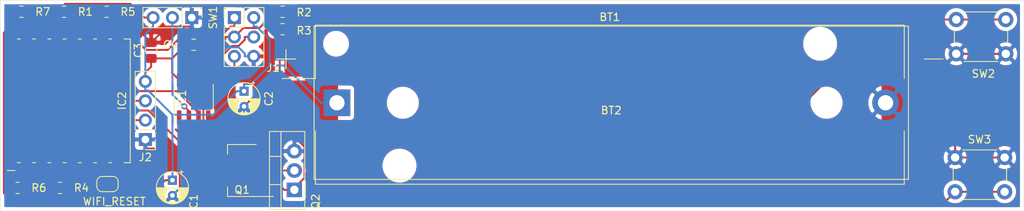
<source format=kicad_pcb>
(kicad_pcb (version 20171130) (host pcbnew "(5.1.9)-1")

  (general
    (thickness 1.6)
    (drawings 4)
    (tracks 215)
    (zones 0)
    (modules 23)
    (nets 24)
  )

  (page A4)
  (layers
    (0 F.Cu signal hide)
    (31 B.Cu signal hide)
    (32 B.Adhes user)
    (33 F.Adhes user)
    (34 B.Paste user)
    (35 F.Paste user)
    (36 B.SilkS user)
    (37 F.SilkS user)
    (38 B.Mask user)
    (39 F.Mask user)
    (40 Dwgs.User user)
    (41 Cmts.User user)
    (42 Eco1.User user)
    (43 Eco2.User user)
    (44 Edge.Cuts user)
    (45 Margin user)
    (46 B.CrtYd user)
    (47 F.CrtYd user)
    (48 B.Fab user)
    (49 F.Fab user)
  )

  (setup
    (last_trace_width 0.25)
    (trace_clearance 0.2)
    (zone_clearance 0.508)
    (zone_45_only no)
    (trace_min 0.2)
    (via_size 0.8)
    (via_drill 0.4)
    (via_min_size 0.4)
    (via_min_drill 0.3)
    (uvia_size 0.3)
    (uvia_drill 0.1)
    (uvias_allowed no)
    (uvia_min_size 0.2)
    (uvia_min_drill 0.1)
    (edge_width 0.05)
    (segment_width 0.2)
    (pcb_text_width 0.3)
    (pcb_text_size 1.5 1.5)
    (mod_edge_width 0.12)
    (mod_text_size 1 1)
    (mod_text_width 0.15)
    (pad_size 1.524 1.524)
    (pad_drill 0.762)
    (pad_to_mask_clearance 0)
    (aux_axis_origin 0 0)
    (visible_elements 7FFDFF7F)
    (pcbplotparams
      (layerselection 0x010fc_ffffffff)
      (usegerberextensions false)
      (usegerberattributes true)
      (usegerberadvancedattributes true)
      (creategerberjobfile true)
      (excludeedgelayer true)
      (linewidth 0.100000)
      (plotframeref false)
      (viasonmask false)
      (mode 1)
      (useauxorigin false)
      (hpglpennumber 1)
      (hpglpenspeed 20)
      (hpglpendiameter 15.000000)
      (psnegative false)
      (psa4output false)
      (plotreference true)
      (plotvalue false)
      (plotinvisibletext false)
      (padsonsilk false)
      (subtractmaskfromsilk false)
      (outputformat 1)
      (mirror false)
      (drillshape 0)
      (scaleselection 1)
      (outputdirectory ""))
  )

  (net 0 "")
  (net 1 GND)
  (net 2 +BATT)
  (net 3 ESP_ON)
  (net 4 SENSOR)
  (net 5 "Net-(IC2-Pad2)")
  (net 6 "Net-(IC2-Pad4)")
  (net 7 "Net-(IC2-Pad5)")
  (net 8 "Net-(IC2-Pad6)")
  (net 9 "Net-(IC2-Pad7)")
  (net 10 "Net-(IC2-Pad8)")
  (net 11 "Net-(IC2-Pad9)")
  (net 12 "Net-(IC2-Pad10)")
  (net 13 "Net-(IC2-Pad11)")
  (net 14 ISP_SCK)
  (net 15 ISP_MISO)
  (net 16 ISP_MOSI)
  (net 17 ESP_READY)
  (net 18 ISP_RST)
  (net 19 ESP_RST)
  (net 20 "Net-(IC2-Pad3)")
  (net 21 ESP_BOOT)
  (net 22 RX)
  (net 23 TX)

  (net_class Default "This is the default net class."
    (clearance 0.2)
    (trace_width 0.25)
    (via_dia 0.8)
    (via_drill 0.4)
    (uvia_dia 0.3)
    (uvia_drill 0.1)
    (add_net +BATT)
    (add_net ESP_BOOT)
    (add_net ESP_ON)
    (add_net ESP_READY)
    (add_net ESP_RST)
    (add_net GND)
    (add_net ISP_MISO)
    (add_net ISP_MOSI)
    (add_net ISP_RST)
    (add_net ISP_SCK)
    (add_net "Net-(IC2-Pad10)")
    (add_net "Net-(IC2-Pad11)")
    (add_net "Net-(IC2-Pad2)")
    (add_net "Net-(IC2-Pad3)")
    (add_net "Net-(IC2-Pad4)")
    (add_net "Net-(IC2-Pad5)")
    (add_net "Net-(IC2-Pad6)")
    (add_net "Net-(IC2-Pad7)")
    (add_net "Net-(IC2-Pad8)")
    (add_net "Net-(IC2-Pad9)")
    (add_net RX)
    (add_net SENSOR)
    (add_net TX)
  )

  (module Button_Switch_THT:SW_PUSH_6mm (layer F.Cu) (tedit 5A02FE31) (tstamp 6062613F)
    (at 181.356 87.122 180)
    (descr https://www.omron.com/ecb/products/pdf/en-b3f.pdf)
    (tags "tact sw push 6mm")
    (path /606CB805)
    (fp_text reference SW3 (at 3.302 6.858) (layer F.SilkS)
      (effects (font (size 1 1) (thickness 0.15)))
    )
    (fp_text value SW_Push (at 3.75 6.7) (layer F.Fab)
      (effects (font (size 1 1) (thickness 0.15)))
    )
    (fp_text user %R (at 3.25 2.25) (layer F.Fab)
      (effects (font (size 1 1) (thickness 0.15)))
    )
    (fp_line (start 3.25 -0.75) (end 6.25 -0.75) (layer F.Fab) (width 0.1))
    (fp_line (start 6.25 -0.75) (end 6.25 5.25) (layer F.Fab) (width 0.1))
    (fp_line (start 6.25 5.25) (end 0.25 5.25) (layer F.Fab) (width 0.1))
    (fp_line (start 0.25 5.25) (end 0.25 -0.75) (layer F.Fab) (width 0.1))
    (fp_line (start 0.25 -0.75) (end 3.25 -0.75) (layer F.Fab) (width 0.1))
    (fp_line (start 7.75 6) (end 8 6) (layer F.CrtYd) (width 0.05))
    (fp_line (start 8 6) (end 8 5.75) (layer F.CrtYd) (width 0.05))
    (fp_line (start 7.75 -1.5) (end 8 -1.5) (layer F.CrtYd) (width 0.05))
    (fp_line (start 8 -1.5) (end 8 -1.25) (layer F.CrtYd) (width 0.05))
    (fp_line (start -1.5 -1.25) (end -1.5 -1.5) (layer F.CrtYd) (width 0.05))
    (fp_line (start -1.5 -1.5) (end -1.25 -1.5) (layer F.CrtYd) (width 0.05))
    (fp_line (start -1.5 5.75) (end -1.5 6) (layer F.CrtYd) (width 0.05))
    (fp_line (start -1.5 6) (end -1.25 6) (layer F.CrtYd) (width 0.05))
    (fp_line (start -1.25 -1.5) (end 7.75 -1.5) (layer F.CrtYd) (width 0.05))
    (fp_line (start -1.5 5.75) (end -1.5 -1.25) (layer F.CrtYd) (width 0.05))
    (fp_line (start 7.75 6) (end -1.25 6) (layer F.CrtYd) (width 0.05))
    (fp_line (start 8 -1.25) (end 8 5.75) (layer F.CrtYd) (width 0.05))
    (fp_line (start 1 5.5) (end 5.5 5.5) (layer F.SilkS) (width 0.12))
    (fp_line (start -0.25 1.5) (end -0.25 3) (layer F.SilkS) (width 0.12))
    (fp_line (start 5.5 -1) (end 1 -1) (layer F.SilkS) (width 0.12))
    (fp_line (start 6.75 3) (end 6.75 1.5) (layer F.SilkS) (width 0.12))
    (fp_circle (center 3.25 2.25) (end 1.25 2.5) (layer F.Fab) (width 0.1))
    (pad 1 thru_hole circle (at 6.5 0 270) (size 2 2) (drill 1.1) (layers *.Cu *.Mask)
      (net 21 ESP_BOOT))
    (pad 2 thru_hole circle (at 6.5 4.5 270) (size 2 2) (drill 1.1) (layers *.Cu *.Mask)
      (net 1 GND))
    (pad 1 thru_hole circle (at 0 0 270) (size 2 2) (drill 1.1) (layers *.Cu *.Mask)
      (net 21 ESP_BOOT))
    (pad 2 thru_hole circle (at 0 4.5 270) (size 2 2) (drill 1.1) (layers *.Cu *.Mask)
      (net 1 GND))
    (model ${KISYS3DMOD}/Button_Switch_THT.3dshapes/SW_PUSH_6mm.wrl
      (at (xyz 0 0 0))
      (scale (xyz 1 1 1))
      (rotate (xyz 0 0 0))
    )
  )

  (module Button_Switch_THT:SW_PUSH_6mm (layer F.Cu) (tedit 5A02FE31) (tstamp 60626120)
    (at 175.006 64.516)
    (descr https://www.omron.com/ecb/products/pdf/en-b3f.pdf)
    (tags "tact sw push 6mm")
    (path /606CB37B)
    (fp_text reference SW2 (at 3.556 7.112) (layer F.SilkS)
      (effects (font (size 1 1) (thickness 0.15)))
    )
    (fp_text value SW_Push (at 3.75 6.7) (layer F.Fab)
      (effects (font (size 1 1) (thickness 0.15)))
    )
    (fp_text user %R (at 3.25 2.25) (layer F.Fab)
      (effects (font (size 1 1) (thickness 0.15)))
    )
    (fp_line (start 3.25 -0.75) (end 6.25 -0.75) (layer F.Fab) (width 0.1))
    (fp_line (start 6.25 -0.75) (end 6.25 5.25) (layer F.Fab) (width 0.1))
    (fp_line (start 6.25 5.25) (end 0.25 5.25) (layer F.Fab) (width 0.1))
    (fp_line (start 0.25 5.25) (end 0.25 -0.75) (layer F.Fab) (width 0.1))
    (fp_line (start 0.25 -0.75) (end 3.25 -0.75) (layer F.Fab) (width 0.1))
    (fp_line (start 7.75 6) (end 8 6) (layer F.CrtYd) (width 0.05))
    (fp_line (start 8 6) (end 8 5.75) (layer F.CrtYd) (width 0.05))
    (fp_line (start 7.75 -1.5) (end 8 -1.5) (layer F.CrtYd) (width 0.05))
    (fp_line (start 8 -1.5) (end 8 -1.25) (layer F.CrtYd) (width 0.05))
    (fp_line (start -1.5 -1.25) (end -1.5 -1.5) (layer F.CrtYd) (width 0.05))
    (fp_line (start -1.5 -1.5) (end -1.25 -1.5) (layer F.CrtYd) (width 0.05))
    (fp_line (start -1.5 5.75) (end -1.5 6) (layer F.CrtYd) (width 0.05))
    (fp_line (start -1.5 6) (end -1.25 6) (layer F.CrtYd) (width 0.05))
    (fp_line (start -1.25 -1.5) (end 7.75 -1.5) (layer F.CrtYd) (width 0.05))
    (fp_line (start -1.5 5.75) (end -1.5 -1.25) (layer F.CrtYd) (width 0.05))
    (fp_line (start 7.75 6) (end -1.25 6) (layer F.CrtYd) (width 0.05))
    (fp_line (start 8 -1.25) (end 8 5.75) (layer F.CrtYd) (width 0.05))
    (fp_line (start 1 5.5) (end 5.5 5.5) (layer F.SilkS) (width 0.12))
    (fp_line (start -0.25 1.5) (end -0.25 3) (layer F.SilkS) (width 0.12))
    (fp_line (start 5.5 -1) (end 1 -1) (layer F.SilkS) (width 0.12))
    (fp_line (start 6.75 3) (end 6.75 1.5) (layer F.SilkS) (width 0.12))
    (fp_circle (center 3.25 2.25) (end 1.25 2.5) (layer F.Fab) (width 0.1))
    (pad 1 thru_hole circle (at 6.5 0 90) (size 2 2) (drill 1.1) (layers *.Cu *.Mask)
      (net 19 ESP_RST))
    (pad 2 thru_hole circle (at 6.5 4.5 90) (size 2 2) (drill 1.1) (layers *.Cu *.Mask)
      (net 1 GND))
    (pad 1 thru_hole circle (at 0 0 90) (size 2 2) (drill 1.1) (layers *.Cu *.Mask)
      (net 19 ESP_RST))
    (pad 2 thru_hole circle (at 0 4.5 90) (size 2 2) (drill 1.1) (layers *.Cu *.Mask)
      (net 1 GND))
    (model ${KISYS3DMOD}/Button_Switch_THT.3dshapes/SW_PUSH_6mm.wrl
      (at (xyz 0 0 0))
      (scale (xyz 1 1 1))
      (rotate (xyz 0 0 0))
    )
  )

  (module Resistor_SMD:R_0805_2012Metric (layer F.Cu) (tedit 5F68FEEE) (tstamp 606260D5)
    (at 52.324 63.5 180)
    (descr "Resistor SMD 0805 (2012 Metric), square (rectangular) end terminal, IPC_7351 nominal, (Body size source: IPC-SM-782 page 72, https://www.pcb-3d.com/wordpress/wp-content/uploads/ipc-sm-782a_amendment_1_and_2.pdf), generated with kicad-footprint-generator")
    (tags resistor)
    (path /606B5655)
    (attr smd)
    (fp_text reference R7 (at -2.794 0) (layer F.SilkS)
      (effects (font (size 1 1) (thickness 0.15)))
    )
    (fp_text value 10k (at -0.254 4.064) (layer F.Fab)
      (effects (font (size 1 1) (thickness 0.15)))
    )
    (fp_text user %R (at 0 0) (layer F.Fab)
      (effects (font (size 0.5 0.5) (thickness 0.08)))
    )
    (fp_line (start -1 0.625) (end -1 -0.625) (layer F.Fab) (width 0.1))
    (fp_line (start -1 -0.625) (end 1 -0.625) (layer F.Fab) (width 0.1))
    (fp_line (start 1 -0.625) (end 1 0.625) (layer F.Fab) (width 0.1))
    (fp_line (start 1 0.625) (end -1 0.625) (layer F.Fab) (width 0.1))
    (fp_line (start -0.227064 -0.735) (end 0.227064 -0.735) (layer F.SilkS) (width 0.12))
    (fp_line (start -0.227064 0.735) (end 0.227064 0.735) (layer F.SilkS) (width 0.12))
    (fp_line (start -1.68 0.95) (end -1.68 -0.95) (layer F.CrtYd) (width 0.05))
    (fp_line (start -1.68 -0.95) (end 1.68 -0.95) (layer F.CrtYd) (width 0.05))
    (fp_line (start 1.68 -0.95) (end 1.68 0.95) (layer F.CrtYd) (width 0.05))
    (fp_line (start 1.68 0.95) (end -1.68 0.95) (layer F.CrtYd) (width 0.05))
    (pad 2 smd roundrect (at 0.9125 0 180) (size 1.025 1.4) (layers F.Cu F.Paste F.Mask) (roundrect_rratio 0.2439014634146341)
      (net 21 ESP_BOOT))
    (pad 1 smd roundrect (at -0.9125 0 180) (size 1.025 1.4) (layers F.Cu F.Paste F.Mask) (roundrect_rratio 0.2439014634146341)
      (net 2 +BATT))
    (model ${KISYS3DMOD}/Resistor_SMD.3dshapes/R_0805_2012Metric.wrl
      (at (xyz 0 0 0))
      (scale (xyz 1 1 1))
      (rotate (xyz 0 0 0))
    )
  )

  (module Resistor_SMD:R_0805_2012Metric (layer F.Cu) (tedit 5F68FEEE) (tstamp 606260C4)
    (at 51.816 86.614 180)
    (descr "Resistor SMD 0805 (2012 Metric), square (rectangular) end terminal, IPC_7351 nominal, (Body size source: IPC-SM-782 page 72, https://www.pcb-3d.com/wordpress/wp-content/uploads/ipc-sm-782a_amendment_1_and_2.pdf), generated with kicad-footprint-generator")
    (tags resistor)
    (path /606C02AB)
    (attr smd)
    (fp_text reference R6 (at -2.794 0 180) (layer F.SilkS)
      (effects (font (size 1 1) (thickness 0.15)))
    )
    (fp_text value 10k (at -1.016 -12.192 180) (layer F.Fab)
      (effects (font (size 1 1) (thickness 0.15)))
    )
    (fp_text user %R (at 0 0 180) (layer F.Fab)
      (effects (font (size 0.5 0.5) (thickness 0.08)))
    )
    (fp_line (start -1 0.625) (end -1 -0.625) (layer F.Fab) (width 0.1))
    (fp_line (start -1 -0.625) (end 1 -0.625) (layer F.Fab) (width 0.1))
    (fp_line (start 1 -0.625) (end 1 0.625) (layer F.Fab) (width 0.1))
    (fp_line (start 1 0.625) (end -1 0.625) (layer F.Fab) (width 0.1))
    (fp_line (start -0.227064 -0.735) (end 0.227064 -0.735) (layer F.SilkS) (width 0.12))
    (fp_line (start -0.227064 0.735) (end 0.227064 0.735) (layer F.SilkS) (width 0.12))
    (fp_line (start -1.68 0.95) (end -1.68 -0.95) (layer F.CrtYd) (width 0.05))
    (fp_line (start -1.68 -0.95) (end 1.68 -0.95) (layer F.CrtYd) (width 0.05))
    (fp_line (start 1.68 -0.95) (end 1.68 0.95) (layer F.CrtYd) (width 0.05))
    (fp_line (start 1.68 0.95) (end -1.68 0.95) (layer F.CrtYd) (width 0.05))
    (pad 2 smd roundrect (at 0.9125 0 180) (size 1.025 1.4) (layers F.Cu F.Paste F.Mask) (roundrect_rratio 0.2439014634146341)
      (net 19 ESP_RST))
    (pad 1 smd roundrect (at -0.9125 0 180) (size 1.025 1.4) (layers F.Cu F.Paste F.Mask) (roundrect_rratio 0.2439014634146341)
      (net 2 +BATT))
    (model ${KISYS3DMOD}/Resistor_SMD.3dshapes/R_0805_2012Metric.wrl
      (at (xyz 0 0 0))
      (scale (xyz 1 1 1))
      (rotate (xyz 0 0 0))
    )
  )

  (module Resistor_SMD:R_0805_2012Metric (layer F.Cu) (tedit 5F68FEEE) (tstamp 606260B3)
    (at 63.5 63.5)
    (descr "Resistor SMD 0805 (2012 Metric), square (rectangular) end terminal, IPC_7351 nominal, (Body size source: IPC-SM-782 page 72, https://www.pcb-3d.com/wordpress/wp-content/uploads/ipc-sm-782a_amendment_1_and_2.pdf), generated with kicad-footprint-generator")
    (tags resistor)
    (path /606B05BA)
    (attr smd)
    (fp_text reference R5 (at 2.794 0) (layer F.SilkS)
      (effects (font (size 1 1) (thickness 0.15)))
    )
    (fp_text value 10k (at -0.254 -4.064) (layer F.Fab)
      (effects (font (size 1 1) (thickness 0.15)))
    )
    (fp_text user %R (at 0 0) (layer F.Fab)
      (effects (font (size 0.5 0.5) (thickness 0.08)))
    )
    (fp_line (start -1 0.625) (end -1 -0.625) (layer F.Fab) (width 0.1))
    (fp_line (start -1 -0.625) (end 1 -0.625) (layer F.Fab) (width 0.1))
    (fp_line (start 1 -0.625) (end 1 0.625) (layer F.Fab) (width 0.1))
    (fp_line (start 1 0.625) (end -1 0.625) (layer F.Fab) (width 0.1))
    (fp_line (start -0.227064 -0.735) (end 0.227064 -0.735) (layer F.SilkS) (width 0.12))
    (fp_line (start -0.227064 0.735) (end 0.227064 0.735) (layer F.SilkS) (width 0.12))
    (fp_line (start -1.68 0.95) (end -1.68 -0.95) (layer F.CrtYd) (width 0.05))
    (fp_line (start -1.68 -0.95) (end 1.68 -0.95) (layer F.CrtYd) (width 0.05))
    (fp_line (start 1.68 -0.95) (end 1.68 0.95) (layer F.CrtYd) (width 0.05))
    (fp_line (start 1.68 0.95) (end -1.68 0.95) (layer F.CrtYd) (width 0.05))
    (pad 2 smd roundrect (at 0.9125 0) (size 1.025 1.4) (layers F.Cu F.Paste F.Mask) (roundrect_rratio 0.2439014634146341)
      (net 1 GND))
    (pad 1 smd roundrect (at -0.9125 0) (size 1.025 1.4) (layers F.Cu F.Paste F.Mask) (roundrect_rratio 0.2439014634146341)
      (net 12 "Net-(IC2-Pad10)"))
    (model ${KISYS3DMOD}/Resistor_SMD.3dshapes/R_0805_2012Metric.wrl
      (at (xyz 0 0 0))
      (scale (xyz 1 1 1))
      (rotate (xyz 0 0 0))
    )
  )

  (module Resistor_SMD:R_0805_2012Metric (layer F.Cu) (tedit 5F68FEEE) (tstamp 606260A2)
    (at 57.404 86.614)
    (descr "Resistor SMD 0805 (2012 Metric), square (rectangular) end terminal, IPC_7351 nominal, (Body size source: IPC-SM-782 page 72, https://www.pcb-3d.com/wordpress/wp-content/uploads/ipc-sm-782a_amendment_1_and_2.pdf), generated with kicad-footprint-generator")
    (tags resistor)
    (path /606A75E1)
    (attr smd)
    (fp_text reference R4 (at 2.794 0) (layer F.SilkS)
      (effects (font (size 1 1) (thickness 0.15)))
    )
    (fp_text value 10k (at 1.524 11.938) (layer F.Fab)
      (effects (font (size 1 1) (thickness 0.15)))
    )
    (fp_text user %R (at -0.923199 0.226) (layer F.Fab)
      (effects (font (size 0.5 0.5) (thickness 0.08)))
    )
    (fp_line (start -1 0.625) (end -1 -0.625) (layer F.Fab) (width 0.1))
    (fp_line (start -1 -0.625) (end 1 -0.625) (layer F.Fab) (width 0.1))
    (fp_line (start 1 -0.625) (end 1 0.625) (layer F.Fab) (width 0.1))
    (fp_line (start 1 0.625) (end -1 0.625) (layer F.Fab) (width 0.1))
    (fp_line (start -0.227064 -0.735) (end 0.227064 -0.735) (layer F.SilkS) (width 0.12))
    (fp_line (start -0.227064 0.735) (end 0.227064 0.735) (layer F.SilkS) (width 0.12))
    (fp_line (start -1.68 0.95) (end -1.68 -0.95) (layer F.CrtYd) (width 0.05))
    (fp_line (start -1.68 -0.95) (end 1.68 -0.95) (layer F.CrtYd) (width 0.05))
    (fp_line (start 1.68 -0.95) (end 1.68 0.95) (layer F.CrtYd) (width 0.05))
    (fp_line (start 1.68 0.95) (end -1.68 0.95) (layer F.CrtYd) (width 0.05))
    (pad 2 smd roundrect (at 0.9125 0) (size 1.025 1.4) (layers F.Cu F.Paste F.Mask) (roundrect_rratio 0.2439014634146341)
      (net 20 "Net-(IC2-Pad3)"))
    (pad 1 smd roundrect (at -0.9125 0) (size 1.025 1.4) (layers F.Cu F.Paste F.Mask) (roundrect_rratio 0.2439014634146341)
      (net 2 +BATT))
    (model ${KISYS3DMOD}/Resistor_SMD.3dshapes/R_0805_2012Metric.wrl
      (at (xyz 0 0 0))
      (scale (xyz 1 1 1))
      (rotate (xyz 0 0 0))
    )
  )

  (module Connector_PinHeader_2.54mm:PinHeader_1x04_P2.54mm_Vertical (layer F.Cu) (tedit 59FED5CC) (tstamp 60625FD3)
    (at 68.58 80.264 180)
    (descr "Through hole straight pin header, 1x04, 2.54mm pitch, single row")
    (tags "Through hole pin header THT 1x04 2.54mm single row")
    (path /606EEFE7)
    (fp_text reference J2 (at 0 -2.33) (layer F.SilkS)
      (effects (font (size 1 1) (thickness 0.15)))
    )
    (fp_text value Conn_01x04_Female (at 6.096 34.544) (layer F.Fab)
      (effects (font (size 1 1) (thickness 0.15)))
    )
    (fp_text user %R (at 0 3.81 90) (layer F.Fab)
      (effects (font (size 1 1) (thickness 0.15)))
    )
    (fp_line (start -0.635 -1.27) (end 1.27 -1.27) (layer F.Fab) (width 0.1))
    (fp_line (start 1.27 -1.27) (end 1.27 8.89) (layer F.Fab) (width 0.1))
    (fp_line (start 1.27 8.89) (end -1.27 8.89) (layer F.Fab) (width 0.1))
    (fp_line (start -1.27 8.89) (end -1.27 -0.635) (layer F.Fab) (width 0.1))
    (fp_line (start -1.27 -0.635) (end -0.635 -1.27) (layer F.Fab) (width 0.1))
    (fp_line (start -1.33 8.95) (end 1.33 8.95) (layer F.SilkS) (width 0.12))
    (fp_line (start -1.33 1.27) (end -1.33 8.95) (layer F.SilkS) (width 0.12))
    (fp_line (start 1.33 1.27) (end 1.33 8.95) (layer F.SilkS) (width 0.12))
    (fp_line (start -1.33 1.27) (end 1.33 1.27) (layer F.SilkS) (width 0.12))
    (fp_line (start -1.33 0) (end -1.33 -1.33) (layer F.SilkS) (width 0.12))
    (fp_line (start -1.33 -1.33) (end 0 -1.33) (layer F.SilkS) (width 0.12))
    (fp_line (start -1.8 -1.8) (end -1.8 9.4) (layer F.CrtYd) (width 0.05))
    (fp_line (start -1.8 9.4) (end 1.8 9.4) (layer F.CrtYd) (width 0.05))
    (fp_line (start 1.8 9.4) (end 1.8 -1.8) (layer F.CrtYd) (width 0.05))
    (fp_line (start 1.8 -1.8) (end -1.8 -1.8) (layer F.CrtYd) (width 0.05))
    (pad 4 thru_hole oval (at 0 7.62 180) (size 1.7 1.7) (drill 1) (layers *.Cu *.Mask)
      (net 2 +BATT))
    (pad 3 thru_hole oval (at 0 5.08 180) (size 1.7 1.7) (drill 1) (layers *.Cu *.Mask)
      (net 22 RX))
    (pad 2 thru_hole oval (at 0 2.54 180) (size 1.7 1.7) (drill 1) (layers *.Cu *.Mask)
      (net 23 TX))
    (pad 1 thru_hole rect (at 0 0 180) (size 1.7 1.7) (drill 1) (layers *.Cu *.Mask)
      (net 1 GND))
    (model ${KISYS3DMOD}/Connector_PinHeader_2.54mm.3dshapes/PinHeader_1x04_P2.54mm_Vertical.wrl
      (at (xyz 0 0 0))
      (scale (xyz 1 1 1))
      (rotate (xyz 0 0 0))
    )
  )

  (module Capacitor_SMD:C_0805_2012Metric_Pad1.18x1.45mm_HandSolder (layer F.Cu) (tedit 5F68FEEF) (tstamp 60625EBB)
    (at 74.93 67.818)
    (descr "Capacitor SMD 0805 (2012 Metric), square (rectangular) end terminal, IPC_7351 nominal with elongated pad for handsoldering. (Body size source: IPC-SM-782 page 76, https://www.pcb-3d.com/wordpress/wp-content/uploads/ipc-sm-782a_amendment_1_and_2.pdf, https://docs.google.com/spreadsheets/d/1BsfQQcO9C6DZCsRaXUlFlo91Tg2WpOkGARC1WS5S8t0/edit?usp=sharing), generated with kicad-footprint-generator")
    (tags "capacitor handsolder")
    (path /6066580F)
    (attr smd)
    (fp_text reference C4 (at -3.048 0) (layer F.SilkS)
      (effects (font (size 1 1) (thickness 0.15)))
    )
    (fp_text value 100n (at 15.24 -9.906) (layer F.Fab)
      (effects (font (size 1 1) (thickness 0.15)))
    )
    (fp_text user %R (at 0 0) (layer F.Fab)
      (effects (font (size 0.5 0.5) (thickness 0.08)))
    )
    (fp_line (start -1 0.625) (end -1 -0.625) (layer F.Fab) (width 0.1))
    (fp_line (start -1 -0.625) (end 1 -0.625) (layer F.Fab) (width 0.1))
    (fp_line (start 1 -0.625) (end 1 0.625) (layer F.Fab) (width 0.1))
    (fp_line (start 1 0.625) (end -1 0.625) (layer F.Fab) (width 0.1))
    (fp_line (start -0.261252 -0.735) (end 0.261252 -0.735) (layer F.SilkS) (width 0.12))
    (fp_line (start -0.261252 0.735) (end 0.261252 0.735) (layer F.SilkS) (width 0.12))
    (fp_line (start -1.88 0.98) (end -1.88 -0.98) (layer F.CrtYd) (width 0.05))
    (fp_line (start -1.88 -0.98) (end 1.88 -0.98) (layer F.CrtYd) (width 0.05))
    (fp_line (start 1.88 -0.98) (end 1.88 0.98) (layer F.CrtYd) (width 0.05))
    (fp_line (start 1.88 0.98) (end -1.88 0.98) (layer F.CrtYd) (width 0.05))
    (pad 2 smd roundrect (at 1.0375 0) (size 1.175 1.45) (layers F.Cu F.Paste F.Mask) (roundrect_rratio 0.2127659574468085)
      (net 1 GND))
    (pad 1 smd roundrect (at -1.0375 0) (size 1.175 1.45) (layers F.Cu F.Paste F.Mask) (roundrect_rratio 0.2127659574468085)
      (net 2 +BATT))
    (model ${KISYS3DMOD}/Capacitor_SMD.3dshapes/C_0805_2012Metric.wrl
      (at (xyz 0 0 0))
      (scale (xyz 1 1 1))
      (rotate (xyz 0 0 0))
    )
  )

  (module Capacitor_SMD:C_0805_2012Metric_Pad1.18x1.45mm_HandSolder (layer F.Cu) (tedit 5F68FEEF) (tstamp 60625EAA)
    (at 69.342 68.58 90)
    (descr "Capacitor SMD 0805 (2012 Metric), square (rectangular) end terminal, IPC_7351 nominal with elongated pad for handsoldering. (Body size source: IPC-SM-782 page 76, https://www.pcb-3d.com/wordpress/wp-content/uploads/ipc-sm-782a_amendment_1_and_2.pdf, https://docs.google.com/spreadsheets/d/1BsfQQcO9C6DZCsRaXUlFlo91Tg2WpOkGARC1WS5S8t0/edit?usp=sharing), generated with kicad-footprint-generator")
    (tags "capacitor handsolder")
    (path /60664BDE)
    (attr smd)
    (fp_text reference C3 (at 0 -1.68 90) (layer F.SilkS)
      (effects (font (size 1 1) (thickness 0.15)))
    )
    (fp_text value 100n (at 13.716 5.334 90) (layer F.Fab)
      (effects (font (size 1 1) (thickness 0.15)))
    )
    (fp_text user %R (at 0 0 90) (layer F.Fab)
      (effects (font (size 0.5 0.5) (thickness 0.08)))
    )
    (fp_line (start -1 0.625) (end -1 -0.625) (layer F.Fab) (width 0.1))
    (fp_line (start -1 -0.625) (end 1 -0.625) (layer F.Fab) (width 0.1))
    (fp_line (start 1 -0.625) (end 1 0.625) (layer F.Fab) (width 0.1))
    (fp_line (start 1 0.625) (end -1 0.625) (layer F.Fab) (width 0.1))
    (fp_line (start -0.261252 -0.735) (end 0.261252 -0.735) (layer F.SilkS) (width 0.12))
    (fp_line (start -0.261252 0.735) (end 0.261252 0.735) (layer F.SilkS) (width 0.12))
    (fp_line (start -1.88 0.98) (end -1.88 -0.98) (layer F.CrtYd) (width 0.05))
    (fp_line (start -1.88 -0.98) (end 1.88 -0.98) (layer F.CrtYd) (width 0.05))
    (fp_line (start 1.88 -0.98) (end 1.88 0.98) (layer F.CrtYd) (width 0.05))
    (fp_line (start 1.88 0.98) (end -1.88 0.98) (layer F.CrtYd) (width 0.05))
    (pad 2 smd roundrect (at 1.0375 0 90) (size 1.175 1.45) (layers F.Cu F.Paste F.Mask) (roundrect_rratio 0.2127659574468085)
      (net 1 GND))
    (pad 1 smd roundrect (at -1.0375 0 90) (size 1.175 1.45) (layers F.Cu F.Paste F.Mask) (roundrect_rratio 0.2127659574468085)
      (net 2 +BATT))
    (model ${KISYS3DMOD}/Capacitor_SMD.3dshapes/C_0805_2012Metric.wrl
      (at (xyz 0 0 0))
      (scale (xyz 1 1 1))
      (rotate (xyz 0 0 0))
    )
  )

  (module Capacitor_THT:CP_Radial_D4.0mm_P2.00mm (layer F.Cu) (tedit 5AE50EF0) (tstamp 60625E99)
    (at 81.534 73.914 270)
    (descr "CP, Radial series, Radial, pin pitch=2.00mm, , diameter=4mm, Electrolytic Capacitor")
    (tags "CP Radial series Radial pin pitch 2.00mm  diameter 4mm Electrolytic Capacitor")
    (path /60665490)
    (fp_text reference C2 (at 1 -3.25 90) (layer F.SilkS)
      (effects (font (size 1 1) (thickness 0.15)))
    )
    (fp_text value 4,7µ (at 23.368 -10.16 90) (layer F.Fab)
      (effects (font (size 1 1) (thickness 0.15)))
    )
    (fp_text user %R (at 1 0 90) (layer F.Fab)
      (effects (font (size 0.8 0.8) (thickness 0.12)))
    )
    (fp_circle (center 1 0) (end 3 0) (layer F.Fab) (width 0.1))
    (fp_circle (center 1 0) (end 3.12 0) (layer F.SilkS) (width 0.12))
    (fp_circle (center 1 0) (end 3.25 0) (layer F.CrtYd) (width 0.05))
    (fp_line (start -0.702554 -0.8675) (end -0.302554 -0.8675) (layer F.Fab) (width 0.1))
    (fp_line (start -0.502554 -1.0675) (end -0.502554 -0.6675) (layer F.Fab) (width 0.1))
    (fp_line (start 1 -2.08) (end 1 2.08) (layer F.SilkS) (width 0.12))
    (fp_line (start 1.04 -2.08) (end 1.04 2.08) (layer F.SilkS) (width 0.12))
    (fp_line (start 1.08 -2.079) (end 1.08 2.079) (layer F.SilkS) (width 0.12))
    (fp_line (start 1.12 -2.077) (end 1.12 2.077) (layer F.SilkS) (width 0.12))
    (fp_line (start 1.16 -2.074) (end 1.16 2.074) (layer F.SilkS) (width 0.12))
    (fp_line (start 1.2 -2.071) (end 1.2 -0.84) (layer F.SilkS) (width 0.12))
    (fp_line (start 1.2 0.84) (end 1.2 2.071) (layer F.SilkS) (width 0.12))
    (fp_line (start 1.24 -2.067) (end 1.24 -0.84) (layer F.SilkS) (width 0.12))
    (fp_line (start 1.24 0.84) (end 1.24 2.067) (layer F.SilkS) (width 0.12))
    (fp_line (start 1.28 -2.062) (end 1.28 -0.84) (layer F.SilkS) (width 0.12))
    (fp_line (start 1.28 0.84) (end 1.28 2.062) (layer F.SilkS) (width 0.12))
    (fp_line (start 1.32 -2.056) (end 1.32 -0.84) (layer F.SilkS) (width 0.12))
    (fp_line (start 1.32 0.84) (end 1.32 2.056) (layer F.SilkS) (width 0.12))
    (fp_line (start 1.36 -2.05) (end 1.36 -0.84) (layer F.SilkS) (width 0.12))
    (fp_line (start 1.36 0.84) (end 1.36 2.05) (layer F.SilkS) (width 0.12))
    (fp_line (start 1.4 -2.042) (end 1.4 -0.84) (layer F.SilkS) (width 0.12))
    (fp_line (start 1.4 0.84) (end 1.4 2.042) (layer F.SilkS) (width 0.12))
    (fp_line (start 1.44 -2.034) (end 1.44 -0.84) (layer F.SilkS) (width 0.12))
    (fp_line (start 1.44 0.84) (end 1.44 2.034) (layer F.SilkS) (width 0.12))
    (fp_line (start 1.48 -2.025) (end 1.48 -0.84) (layer F.SilkS) (width 0.12))
    (fp_line (start 1.48 0.84) (end 1.48 2.025) (layer F.SilkS) (width 0.12))
    (fp_line (start 1.52 -2.016) (end 1.52 -0.84) (layer F.SilkS) (width 0.12))
    (fp_line (start 1.52 0.84) (end 1.52 2.016) (layer F.SilkS) (width 0.12))
    (fp_line (start 1.56 -2.005) (end 1.56 -0.84) (layer F.SilkS) (width 0.12))
    (fp_line (start 1.56 0.84) (end 1.56 2.005) (layer F.SilkS) (width 0.12))
    (fp_line (start 1.6 -1.994) (end 1.6 -0.84) (layer F.SilkS) (width 0.12))
    (fp_line (start 1.6 0.84) (end 1.6 1.994) (layer F.SilkS) (width 0.12))
    (fp_line (start 1.64 -1.982) (end 1.64 -0.84) (layer F.SilkS) (width 0.12))
    (fp_line (start 1.64 0.84) (end 1.64 1.982) (layer F.SilkS) (width 0.12))
    (fp_line (start 1.68 -1.968) (end 1.68 -0.84) (layer F.SilkS) (width 0.12))
    (fp_line (start 1.68 0.84) (end 1.68 1.968) (layer F.SilkS) (width 0.12))
    (fp_line (start 1.721 -1.954) (end 1.721 -0.84) (layer F.SilkS) (width 0.12))
    (fp_line (start 1.721 0.84) (end 1.721 1.954) (layer F.SilkS) (width 0.12))
    (fp_line (start 1.761 -1.94) (end 1.761 -0.84) (layer F.SilkS) (width 0.12))
    (fp_line (start 1.761 0.84) (end 1.761 1.94) (layer F.SilkS) (width 0.12))
    (fp_line (start 1.801 -1.924) (end 1.801 -0.84) (layer F.SilkS) (width 0.12))
    (fp_line (start 1.801 0.84) (end 1.801 1.924) (layer F.SilkS) (width 0.12))
    (fp_line (start 1.841 -1.907) (end 1.841 -0.84) (layer F.SilkS) (width 0.12))
    (fp_line (start 1.841 0.84) (end 1.841 1.907) (layer F.SilkS) (width 0.12))
    (fp_line (start 1.881 -1.889) (end 1.881 -0.84) (layer F.SilkS) (width 0.12))
    (fp_line (start 1.881 0.84) (end 1.881 1.889) (layer F.SilkS) (width 0.12))
    (fp_line (start 1.921 -1.87) (end 1.921 -0.84) (layer F.SilkS) (width 0.12))
    (fp_line (start 1.921 0.84) (end 1.921 1.87) (layer F.SilkS) (width 0.12))
    (fp_line (start 1.961 -1.851) (end 1.961 -0.84) (layer F.SilkS) (width 0.12))
    (fp_line (start 1.961 0.84) (end 1.961 1.851) (layer F.SilkS) (width 0.12))
    (fp_line (start 2.001 -1.83) (end 2.001 -0.84) (layer F.SilkS) (width 0.12))
    (fp_line (start 2.001 0.84) (end 2.001 1.83) (layer F.SilkS) (width 0.12))
    (fp_line (start 2.041 -1.808) (end 2.041 -0.84) (layer F.SilkS) (width 0.12))
    (fp_line (start 2.041 0.84) (end 2.041 1.808) (layer F.SilkS) (width 0.12))
    (fp_line (start 2.081 -1.785) (end 2.081 -0.84) (layer F.SilkS) (width 0.12))
    (fp_line (start 2.081 0.84) (end 2.081 1.785) (layer F.SilkS) (width 0.12))
    (fp_line (start 2.121 -1.76) (end 2.121 -0.84) (layer F.SilkS) (width 0.12))
    (fp_line (start 2.121 0.84) (end 2.121 1.76) (layer F.SilkS) (width 0.12))
    (fp_line (start 2.161 -1.735) (end 2.161 -0.84) (layer F.SilkS) (width 0.12))
    (fp_line (start 2.161 0.84) (end 2.161 1.735) (layer F.SilkS) (width 0.12))
    (fp_line (start 2.201 -1.708) (end 2.201 -0.84) (layer F.SilkS) (width 0.12))
    (fp_line (start 2.201 0.84) (end 2.201 1.708) (layer F.SilkS) (width 0.12))
    (fp_line (start 2.241 -1.68) (end 2.241 -0.84) (layer F.SilkS) (width 0.12))
    (fp_line (start 2.241 0.84) (end 2.241 1.68) (layer F.SilkS) (width 0.12))
    (fp_line (start 2.281 -1.65) (end 2.281 -0.84) (layer F.SilkS) (width 0.12))
    (fp_line (start 2.281 0.84) (end 2.281 1.65) (layer F.SilkS) (width 0.12))
    (fp_line (start 2.321 -1.619) (end 2.321 -0.84) (layer F.SilkS) (width 0.12))
    (fp_line (start 2.321 0.84) (end 2.321 1.619) (layer F.SilkS) (width 0.12))
    (fp_line (start 2.361 -1.587) (end 2.361 -0.84) (layer F.SilkS) (width 0.12))
    (fp_line (start 2.361 0.84) (end 2.361 1.587) (layer F.SilkS) (width 0.12))
    (fp_line (start 2.401 -1.552) (end 2.401 -0.84) (layer F.SilkS) (width 0.12))
    (fp_line (start 2.401 0.84) (end 2.401 1.552) (layer F.SilkS) (width 0.12))
    (fp_line (start 2.441 -1.516) (end 2.441 -0.84) (layer F.SilkS) (width 0.12))
    (fp_line (start 2.441 0.84) (end 2.441 1.516) (layer F.SilkS) (width 0.12))
    (fp_line (start 2.481 -1.478) (end 2.481 -0.84) (layer F.SilkS) (width 0.12))
    (fp_line (start 2.481 0.84) (end 2.481 1.478) (layer F.SilkS) (width 0.12))
    (fp_line (start 2.521 -1.438) (end 2.521 -0.84) (layer F.SilkS) (width 0.12))
    (fp_line (start 2.521 0.84) (end 2.521 1.438) (layer F.SilkS) (width 0.12))
    (fp_line (start 2.561 -1.396) (end 2.561 -0.84) (layer F.SilkS) (width 0.12))
    (fp_line (start 2.561 0.84) (end 2.561 1.396) (layer F.SilkS) (width 0.12))
    (fp_line (start 2.601 -1.351) (end 2.601 -0.84) (layer F.SilkS) (width 0.12))
    (fp_line (start 2.601 0.84) (end 2.601 1.351) (layer F.SilkS) (width 0.12))
    (fp_line (start 2.641 -1.304) (end 2.641 -0.84) (layer F.SilkS) (width 0.12))
    (fp_line (start 2.641 0.84) (end 2.641 1.304) (layer F.SilkS) (width 0.12))
    (fp_line (start 2.681 -1.254) (end 2.681 -0.84) (layer F.SilkS) (width 0.12))
    (fp_line (start 2.681 0.84) (end 2.681 1.254) (layer F.SilkS) (width 0.12))
    (fp_line (start 2.721 -1.2) (end 2.721 -0.84) (layer F.SilkS) (width 0.12))
    (fp_line (start 2.721 0.84) (end 2.721 1.2) (layer F.SilkS) (width 0.12))
    (fp_line (start 2.761 -1.142) (end 2.761 -0.84) (layer F.SilkS) (width 0.12))
    (fp_line (start 2.761 0.84) (end 2.761 1.142) (layer F.SilkS) (width 0.12))
    (fp_line (start 2.801 -1.08) (end 2.801 -0.84) (layer F.SilkS) (width 0.12))
    (fp_line (start 2.801 0.84) (end 2.801 1.08) (layer F.SilkS) (width 0.12))
    (fp_line (start 2.841 -1.013) (end 2.841 1.013) (layer F.SilkS) (width 0.12))
    (fp_line (start 2.881 -0.94) (end 2.881 0.94) (layer F.SilkS) (width 0.12))
    (fp_line (start 2.921 -0.859) (end 2.921 0.859) (layer F.SilkS) (width 0.12))
    (fp_line (start 2.961 -0.768) (end 2.961 0.768) (layer F.SilkS) (width 0.12))
    (fp_line (start 3.001 -0.664) (end 3.001 0.664) (layer F.SilkS) (width 0.12))
    (fp_line (start 3.041 -0.537) (end 3.041 0.537) (layer F.SilkS) (width 0.12))
    (fp_line (start 3.081 -0.37) (end 3.081 0.37) (layer F.SilkS) (width 0.12))
    (fp_line (start -1.269801 -1.195) (end -0.869801 -1.195) (layer F.SilkS) (width 0.12))
    (fp_line (start -1.069801 -1.395) (end -1.069801 -0.995) (layer F.SilkS) (width 0.12))
    (pad 2 thru_hole circle (at 2 0 270) (size 1.2 1.2) (drill 0.6) (layers *.Cu *.Mask)
      (net 1 GND))
    (pad 1 thru_hole rect (at 0 0 270) (size 1.2 1.2) (drill 0.6) (layers *.Cu *.Mask)
      (net 2 +BATT))
    (model ${KISYS3DMOD}/Capacitor_THT.3dshapes/CP_Radial_D4.0mm_P2.00mm.wrl
      (at (xyz 0 0 0))
      (scale (xyz 1 1 1))
      (rotate (xyz 0 0 0))
    )
  )

  (module Capacitor_THT:CP_Radial_D4.0mm_P2.00mm (layer F.Cu) (tedit 5AE50EF0) (tstamp 60625E2D)
    (at 72.136 85.598 270)
    (descr "CP, Radial series, Radial, pin pitch=2.00mm, , diameter=4mm, Electrolytic Capacitor")
    (tags "CP Radial series Radial pin pitch 2.00mm  diameter 4mm Electrolytic Capacitor")
    (path /60663BB0)
    (fp_text reference C1 (at 2.794 -2.794 90) (layer F.SilkS)
      (effects (font (size 1 1) (thickness 0.15)))
    )
    (fp_text value 4,7µ (at 7.112 0.254 90) (layer F.Fab)
      (effects (font (size 1 1) (thickness 0.15)))
    )
    (fp_text user %R (at 1 0 90) (layer F.Fab)
      (effects (font (size 0.8 0.8) (thickness 0.12)))
    )
    (fp_circle (center 1 0) (end 3 0) (layer F.Fab) (width 0.1))
    (fp_circle (center 1 0) (end 3.12 0) (layer F.SilkS) (width 0.12))
    (fp_circle (center 1 0) (end 3.25 0) (layer F.CrtYd) (width 0.05))
    (fp_line (start -0.702554 -0.8675) (end -0.302554 -0.8675) (layer F.Fab) (width 0.1))
    (fp_line (start -0.502554 -1.0675) (end -0.502554 -0.6675) (layer F.Fab) (width 0.1))
    (fp_line (start 1 -2.08) (end 1 2.08) (layer F.SilkS) (width 0.12))
    (fp_line (start 1.04 -2.08) (end 1.04 2.08) (layer F.SilkS) (width 0.12))
    (fp_line (start 1.08 -2.079) (end 1.08 2.079) (layer F.SilkS) (width 0.12))
    (fp_line (start 1.12 -2.077) (end 1.12 2.077) (layer F.SilkS) (width 0.12))
    (fp_line (start 1.16 -2.074) (end 1.16 2.074) (layer F.SilkS) (width 0.12))
    (fp_line (start 1.2 -2.071) (end 1.2 -0.84) (layer F.SilkS) (width 0.12))
    (fp_line (start 1.2 0.84) (end 1.2 2.071) (layer F.SilkS) (width 0.12))
    (fp_line (start 1.24 -2.067) (end 1.24 -0.84) (layer F.SilkS) (width 0.12))
    (fp_line (start 1.24 0.84) (end 1.24 2.067) (layer F.SilkS) (width 0.12))
    (fp_line (start 1.28 -2.062) (end 1.28 -0.84) (layer F.SilkS) (width 0.12))
    (fp_line (start 1.28 0.84) (end 1.28 2.062) (layer F.SilkS) (width 0.12))
    (fp_line (start 1.32 -2.056) (end 1.32 -0.84) (layer F.SilkS) (width 0.12))
    (fp_line (start 1.32 0.84) (end 1.32 2.056) (layer F.SilkS) (width 0.12))
    (fp_line (start 1.36 -2.05) (end 1.36 -0.84) (layer F.SilkS) (width 0.12))
    (fp_line (start 1.36 0.84) (end 1.36 2.05) (layer F.SilkS) (width 0.12))
    (fp_line (start 1.4 -2.042) (end 1.4 -0.84) (layer F.SilkS) (width 0.12))
    (fp_line (start 1.4 0.84) (end 1.4 2.042) (layer F.SilkS) (width 0.12))
    (fp_line (start 1.44 -2.034) (end 1.44 -0.84) (layer F.SilkS) (width 0.12))
    (fp_line (start 1.44 0.84) (end 1.44 2.034) (layer F.SilkS) (width 0.12))
    (fp_line (start 1.48 -2.025) (end 1.48 -0.84) (layer F.SilkS) (width 0.12))
    (fp_line (start 1.48 0.84) (end 1.48 2.025) (layer F.SilkS) (width 0.12))
    (fp_line (start 1.52 -2.016) (end 1.52 -0.84) (layer F.SilkS) (width 0.12))
    (fp_line (start 1.52 0.84) (end 1.52 2.016) (layer F.SilkS) (width 0.12))
    (fp_line (start 1.56 -2.005) (end 1.56 -0.84) (layer F.SilkS) (width 0.12))
    (fp_line (start 1.56 0.84) (end 1.56 2.005) (layer F.SilkS) (width 0.12))
    (fp_line (start 1.6 -1.994) (end 1.6 -0.84) (layer F.SilkS) (width 0.12))
    (fp_line (start 1.6 0.84) (end 1.6 1.994) (layer F.SilkS) (width 0.12))
    (fp_line (start 1.64 -1.982) (end 1.64 -0.84) (layer F.SilkS) (width 0.12))
    (fp_line (start 1.64 0.84) (end 1.64 1.982) (layer F.SilkS) (width 0.12))
    (fp_line (start 1.68 -1.968) (end 1.68 -0.84) (layer F.SilkS) (width 0.12))
    (fp_line (start 1.68 0.84) (end 1.68 1.968) (layer F.SilkS) (width 0.12))
    (fp_line (start 1.721 -1.954) (end 1.721 -0.84) (layer F.SilkS) (width 0.12))
    (fp_line (start 1.721 0.84) (end 1.721 1.954) (layer F.SilkS) (width 0.12))
    (fp_line (start 1.761 -1.94) (end 1.761 -0.84) (layer F.SilkS) (width 0.12))
    (fp_line (start 1.761 0.84) (end 1.761 1.94) (layer F.SilkS) (width 0.12))
    (fp_line (start 1.801 -1.924) (end 1.801 -0.84) (layer F.SilkS) (width 0.12))
    (fp_line (start 1.801 0.84) (end 1.801 1.924) (layer F.SilkS) (width 0.12))
    (fp_line (start 1.841 -1.907) (end 1.841 -0.84) (layer F.SilkS) (width 0.12))
    (fp_line (start 1.841 0.84) (end 1.841 1.907) (layer F.SilkS) (width 0.12))
    (fp_line (start 1.881 -1.889) (end 1.881 -0.84) (layer F.SilkS) (width 0.12))
    (fp_line (start 1.881 0.84) (end 1.881 1.889) (layer F.SilkS) (width 0.12))
    (fp_line (start 1.921 -1.87) (end 1.921 -0.84) (layer F.SilkS) (width 0.12))
    (fp_line (start 1.921 0.84) (end 1.921 1.87) (layer F.SilkS) (width 0.12))
    (fp_line (start 1.961 -1.851) (end 1.961 -0.84) (layer F.SilkS) (width 0.12))
    (fp_line (start 1.961 0.84) (end 1.961 1.851) (layer F.SilkS) (width 0.12))
    (fp_line (start 2.001 -1.83) (end 2.001 -0.84) (layer F.SilkS) (width 0.12))
    (fp_line (start 2.001 0.84) (end 2.001 1.83) (layer F.SilkS) (width 0.12))
    (fp_line (start 2.041 -1.808) (end 2.041 -0.84) (layer F.SilkS) (width 0.12))
    (fp_line (start 2.041 0.84) (end 2.041 1.808) (layer F.SilkS) (width 0.12))
    (fp_line (start 2.081 -1.785) (end 2.081 -0.84) (layer F.SilkS) (width 0.12))
    (fp_line (start 2.081 0.84) (end 2.081 1.785) (layer F.SilkS) (width 0.12))
    (fp_line (start 2.121 -1.76) (end 2.121 -0.84) (layer F.SilkS) (width 0.12))
    (fp_line (start 2.121 0.84) (end 2.121 1.76) (layer F.SilkS) (width 0.12))
    (fp_line (start 2.161 -1.735) (end 2.161 -0.84) (layer F.SilkS) (width 0.12))
    (fp_line (start 2.161 0.84) (end 2.161 1.735) (layer F.SilkS) (width 0.12))
    (fp_line (start 2.201 -1.708) (end 2.201 -0.84) (layer F.SilkS) (width 0.12))
    (fp_line (start 2.201 0.84) (end 2.201 1.708) (layer F.SilkS) (width 0.12))
    (fp_line (start 2.241 -1.68) (end 2.241 -0.84) (layer F.SilkS) (width 0.12))
    (fp_line (start 2.241 0.84) (end 2.241 1.68) (layer F.SilkS) (width 0.12))
    (fp_line (start 2.281 -1.65) (end 2.281 -0.84) (layer F.SilkS) (width 0.12))
    (fp_line (start 2.281 0.84) (end 2.281 1.65) (layer F.SilkS) (width 0.12))
    (fp_line (start 2.321 -1.619) (end 2.321 -0.84) (layer F.SilkS) (width 0.12))
    (fp_line (start 2.321 0.84) (end 2.321 1.619) (layer F.SilkS) (width 0.12))
    (fp_line (start 2.361 -1.587) (end 2.361 -0.84) (layer F.SilkS) (width 0.12))
    (fp_line (start 2.361 0.84) (end 2.361 1.587) (layer F.SilkS) (width 0.12))
    (fp_line (start 2.401 -1.552) (end 2.401 -0.84) (layer F.SilkS) (width 0.12))
    (fp_line (start 2.401 0.84) (end 2.401 1.552) (layer F.SilkS) (width 0.12))
    (fp_line (start 2.441 -1.516) (end 2.441 -0.84) (layer F.SilkS) (width 0.12))
    (fp_line (start 2.441 0.84) (end 2.441 1.516) (layer F.SilkS) (width 0.12))
    (fp_line (start 2.481 -1.478) (end 2.481 -0.84) (layer F.SilkS) (width 0.12))
    (fp_line (start 2.481 0.84) (end 2.481 1.478) (layer F.SilkS) (width 0.12))
    (fp_line (start 2.521 -1.438) (end 2.521 -0.84) (layer F.SilkS) (width 0.12))
    (fp_line (start 2.521 0.84) (end 2.521 1.438) (layer F.SilkS) (width 0.12))
    (fp_line (start 2.561 -1.396) (end 2.561 -0.84) (layer F.SilkS) (width 0.12))
    (fp_line (start 2.561 0.84) (end 2.561 1.396) (layer F.SilkS) (width 0.12))
    (fp_line (start 2.601 -1.351) (end 2.601 -0.84) (layer F.SilkS) (width 0.12))
    (fp_line (start 2.601 0.84) (end 2.601 1.351) (layer F.SilkS) (width 0.12))
    (fp_line (start 2.641 -1.304) (end 2.641 -0.84) (layer F.SilkS) (width 0.12))
    (fp_line (start 2.641 0.84) (end 2.641 1.304) (layer F.SilkS) (width 0.12))
    (fp_line (start 2.681 -1.254) (end 2.681 -0.84) (layer F.SilkS) (width 0.12))
    (fp_line (start 2.681 0.84) (end 2.681 1.254) (layer F.SilkS) (width 0.12))
    (fp_line (start 2.721 -1.2) (end 2.721 -0.84) (layer F.SilkS) (width 0.12))
    (fp_line (start 2.721 0.84) (end 2.721 1.2) (layer F.SilkS) (width 0.12))
    (fp_line (start 2.761 -1.142) (end 2.761 -0.84) (layer F.SilkS) (width 0.12))
    (fp_line (start 2.761 0.84) (end 2.761 1.142) (layer F.SilkS) (width 0.12))
    (fp_line (start 2.801 -1.08) (end 2.801 -0.84) (layer F.SilkS) (width 0.12))
    (fp_line (start 2.801 0.84) (end 2.801 1.08) (layer F.SilkS) (width 0.12))
    (fp_line (start 2.841 -1.013) (end 2.841 1.013) (layer F.SilkS) (width 0.12))
    (fp_line (start 2.881 -0.94) (end 2.881 0.94) (layer F.SilkS) (width 0.12))
    (fp_line (start 2.921 -0.859) (end 2.921 0.859) (layer F.SilkS) (width 0.12))
    (fp_line (start 2.961 -0.768) (end 2.961 0.768) (layer F.SilkS) (width 0.12))
    (fp_line (start 3.001 -0.664) (end 3.001 0.664) (layer F.SilkS) (width 0.12))
    (fp_line (start 3.041 -0.537) (end 3.041 0.537) (layer F.SilkS) (width 0.12))
    (fp_line (start 3.081 -0.37) (end 3.081 0.37) (layer F.SilkS) (width 0.12))
    (fp_line (start -1.269801 -1.195) (end -0.869801 -1.195) (layer F.SilkS) (width 0.12))
    (fp_line (start -1.069801 -1.395) (end -1.069801 -0.995) (layer F.SilkS) (width 0.12))
    (pad 2 thru_hole circle (at 2 0 270) (size 1.2 1.2) (drill 0.6) (layers *.Cu *.Mask)
      (net 1 GND))
    (pad 1 thru_hole rect (at 0 0 270) (size 1.2 1.2) (drill 0.6) (layers *.Cu *.Mask)
      (net 2 +BATT))
    (model ${KISYS3DMOD}/Capacitor_THT.3dshapes/CP_Radial_D4.0mm_P2.00mm.wrl
      (at (xyz 0 0 0))
      (scale (xyz 1 1 1))
      (rotate (xyz 0 0 0))
    )
  )

  (module Resistor_SMD:R_0805_2012Metric (layer F.Cu) (tedit 5F68FEEE) (tstamp 60624F12)
    (at 86.582 65.786)
    (descr "Resistor SMD 0805 (2012 Metric), square (rectangular) end terminal, IPC_7351 nominal, (Body size source: IPC-SM-782 page 72, https://www.pcb-3d.com/wordpress/wp-content/uploads/ipc-sm-782a_amendment_1_and_2.pdf), generated with kicad-footprint-generator")
    (tags resistor)
    (path /60650315)
    (attr smd)
    (fp_text reference R3 (at 2.826 0.186) (layer F.SilkS)
      (effects (font (size 1 1) (thickness 0.15)))
    )
    (fp_text value 10k (at 14.764 -5.91) (layer F.Fab)
      (effects (font (size 1 1) (thickness 0.15)))
    )
    (fp_text user %R (at 0 0) (layer F.Fab)
      (effects (font (size 0.5 0.5) (thickness 0.08)))
    )
    (fp_line (start -1 0.625) (end -1 -0.625) (layer F.Fab) (width 0.1))
    (fp_line (start -1 -0.625) (end 1 -0.625) (layer F.Fab) (width 0.1))
    (fp_line (start 1 -0.625) (end 1 0.625) (layer F.Fab) (width 0.1))
    (fp_line (start 1 0.625) (end -1 0.625) (layer F.Fab) (width 0.1))
    (fp_line (start -0.227064 -0.735) (end 0.227064 -0.735) (layer F.SilkS) (width 0.12))
    (fp_line (start -0.227064 0.735) (end 0.227064 0.735) (layer F.SilkS) (width 0.12))
    (fp_line (start -1.68 0.95) (end -1.68 -0.95) (layer F.CrtYd) (width 0.05))
    (fp_line (start -1.68 -0.95) (end 1.68 -0.95) (layer F.CrtYd) (width 0.05))
    (fp_line (start 1.68 -0.95) (end 1.68 0.95) (layer F.CrtYd) (width 0.05))
    (fp_line (start 1.68 0.95) (end -1.68 0.95) (layer F.CrtYd) (width 0.05))
    (pad 2 smd roundrect (at 0.9125 0) (size 1.025 1.4) (layers F.Cu F.Paste F.Mask) (roundrect_rratio 0.2439014634146341)
      (net 1 GND))
    (pad 1 smd roundrect (at -0.9125 0) (size 1.025 1.4) (layers F.Cu F.Paste F.Mask) (roundrect_rratio 0.2439014634146341)
      (net 3 ESP_ON))
    (model ${KISYS3DMOD}/Resistor_SMD.3dshapes/R_0805_2012Metric.wrl
      (at (xyz 0 0 0))
      (scale (xyz 1 1 1))
      (rotate (xyz 0 0 0))
    )
  )

  (module Resistor_SMD:R_0805_2012Metric (layer F.Cu) (tedit 5F68FEEE) (tstamp 60624F01)
    (at 86.582 63.5)
    (descr "Resistor SMD 0805 (2012 Metric), square (rectangular) end terminal, IPC_7351 nominal, (Body size source: IPC-SM-782 page 72, https://www.pcb-3d.com/wordpress/wp-content/uploads/ipc-sm-782a_amendment_1_and_2.pdf), generated with kicad-footprint-generator")
    (tags resistor)
    (path /6064EAE2)
    (attr smd)
    (fp_text reference R2 (at 2.826 0.088) (layer F.SilkS)
      (effects (font (size 1 1) (thickness 0.15)))
    )
    (fp_text value 100 (at 8.16 -2.198) (layer F.Fab)
      (effects (font (size 1 1) (thickness 0.15)))
    )
    (fp_text user %R (at 0 0) (layer F.Fab)
      (effects (font (size 0.5 0.5) (thickness 0.08)))
    )
    (fp_line (start -1 0.625) (end -1 -0.625) (layer F.Fab) (width 0.1))
    (fp_line (start -1 -0.625) (end 1 -0.625) (layer F.Fab) (width 0.1))
    (fp_line (start 1 -0.625) (end 1 0.625) (layer F.Fab) (width 0.1))
    (fp_line (start 1 0.625) (end -1 0.625) (layer F.Fab) (width 0.1))
    (fp_line (start -0.227064 -0.735) (end 0.227064 -0.735) (layer F.SilkS) (width 0.12))
    (fp_line (start -0.227064 0.735) (end 0.227064 0.735) (layer F.SilkS) (width 0.12))
    (fp_line (start -1.68 0.95) (end -1.68 -0.95) (layer F.CrtYd) (width 0.05))
    (fp_line (start -1.68 -0.95) (end 1.68 -0.95) (layer F.CrtYd) (width 0.05))
    (fp_line (start 1.68 -0.95) (end 1.68 0.95) (layer F.CrtYd) (width 0.05))
    (fp_line (start 1.68 0.95) (end -1.68 0.95) (layer F.CrtYd) (width 0.05))
    (pad 2 smd roundrect (at 0.9125 0) (size 1.025 1.4) (layers F.Cu F.Paste F.Mask) (roundrect_rratio 0.2439014634146341)
      (net 3 ESP_ON))
    (pad 1 smd roundrect (at -0.9125 0) (size 1.025 1.4) (layers F.Cu F.Paste F.Mask) (roundrect_rratio 0.2439014634146341)
      (net 14 ISP_SCK))
    (model ${KISYS3DMOD}/Resistor_SMD.3dshapes/R_0805_2012Metric.wrl
      (at (xyz 0 0 0))
      (scale (xyz 1 1 1))
      (rotate (xyz 0 0 0))
    )
  )

  (module Connector_PinHeader_2.54mm:PinHeader_2x03_P2.54mm_Vertical (layer F.Cu) (tedit 59FED5CC) (tstamp 60624E52)
    (at 80.264 64.262)
    (descr "Through hole straight pin header, 2x03, 2.54mm pitch, double rows")
    (tags "Through hole pin header THT 2x03 2.54mm double row")
    (path /60652B16)
    (fp_text reference J1 (at 5.08 6.604) (layer F.SilkS)
      (effects (font (size 1 1) (thickness 0.15)))
    )
    (fp_text value AVR-ISP-6 (at 3.556 -10.922) (layer F.Fab)
      (effects (font (size 1 1) (thickness 0.15)))
    )
    (fp_text user %R (at 1.27 2.54 90) (layer F.Fab)
      (effects (font (size 1 1) (thickness 0.15)))
    )
    (fp_line (start 0 -1.27) (end 3.81 -1.27) (layer F.Fab) (width 0.1))
    (fp_line (start 3.81 -1.27) (end 3.81 6.35) (layer F.Fab) (width 0.1))
    (fp_line (start 3.81 6.35) (end -1.27 6.35) (layer F.Fab) (width 0.1))
    (fp_line (start -1.27 6.35) (end -1.27 0) (layer F.Fab) (width 0.1))
    (fp_line (start -1.27 0) (end 0 -1.27) (layer F.Fab) (width 0.1))
    (fp_line (start -1.33 6.41) (end 3.87 6.41) (layer F.SilkS) (width 0.12))
    (fp_line (start -1.33 1.27) (end -1.33 6.41) (layer F.SilkS) (width 0.12))
    (fp_line (start 3.87 -1.33) (end 3.87 6.41) (layer F.SilkS) (width 0.12))
    (fp_line (start -1.33 1.27) (end 1.27 1.27) (layer F.SilkS) (width 0.12))
    (fp_line (start 1.27 1.27) (end 1.27 -1.33) (layer F.SilkS) (width 0.12))
    (fp_line (start 1.27 -1.33) (end 3.87 -1.33) (layer F.SilkS) (width 0.12))
    (fp_line (start -1.33 0) (end -1.33 -1.33) (layer F.SilkS) (width 0.12))
    (fp_line (start -1.33 -1.33) (end 0 -1.33) (layer F.SilkS) (width 0.12))
    (fp_line (start -1.8 -1.8) (end -1.8 6.85) (layer F.CrtYd) (width 0.05))
    (fp_line (start -1.8 6.85) (end 4.35 6.85) (layer F.CrtYd) (width 0.05))
    (fp_line (start 4.35 6.85) (end 4.35 -1.8) (layer F.CrtYd) (width 0.05))
    (fp_line (start 4.35 -1.8) (end -1.8 -1.8) (layer F.CrtYd) (width 0.05))
    (pad 6 thru_hole oval (at 2.54 5.08) (size 1.7 1.7) (drill 1) (layers *.Cu *.Mask)
      (net 1 GND))
    (pad 5 thru_hole oval (at 0 5.08) (size 1.7 1.7) (drill 1) (layers *.Cu *.Mask)
      (net 18 ISP_RST))
    (pad 4 thru_hole oval (at 2.54 2.54) (size 1.7 1.7) (drill 1) (layers *.Cu *.Mask)
      (net 16 ISP_MOSI))
    (pad 3 thru_hole oval (at 0 2.54) (size 1.7 1.7) (drill 1) (layers *.Cu *.Mask)
      (net 14 ISP_SCK))
    (pad 2 thru_hole oval (at 2.54 0) (size 1.7 1.7) (drill 1) (layers *.Cu *.Mask)
      (net 2 +BATT))
    (pad 1 thru_hole rect (at 0 0) (size 1.7 1.7) (drill 1) (layers *.Cu *.Mask)
      (net 15 ISP_MISO))
    (model ${KISYS3DMOD}/Connector_PinHeader_2.54mm.3dshapes/PinHeader_2x03_P2.54mm_Vertical.wrl
      (at (xyz 0 0 0))
      (scale (xyz 1 1 1))
      (rotate (xyz 0 0 0))
    )
  )

  (module Jumper:SolderJumper-2_P1.3mm_Open_RoundedPad1.0x1.5mm (layer F.Cu) (tedit 5B391E66) (tstamp 60622373)
    (at 63.612 86.106 180)
    (descr "SMD Solder Jumper, 1x1.5mm, rounded Pads, 0.3mm gap, open")
    (tags "solder jumper open")
    (path /605B2A13)
    (attr virtual)
    (fp_text reference WIFI_RESET (at -0.904 -2.286 180) (layer F.SilkS)
      (effects (font (size 1 1) (thickness 0.15)))
    )
    (fp_text value SolderJumper_2_Open (at -2.286 -6.858) (layer F.Fab) hide
      (effects (font (size 1 1) (thickness 0.15)))
    )
    (fp_arc (start -0.7 -0.3) (end -0.7 -1) (angle -90) (layer F.SilkS) (width 0.12))
    (fp_arc (start -0.7 0.3) (end -1.4 0.3) (angle -90) (layer F.SilkS) (width 0.12))
    (fp_arc (start 0.7 0.3) (end 0.7 1) (angle -90) (layer F.SilkS) (width 0.12))
    (fp_arc (start 0.7 -0.3) (end 1.4 -0.3) (angle -90) (layer F.SilkS) (width 0.12))
    (fp_line (start -1.4 0.3) (end -1.4 -0.3) (layer F.SilkS) (width 0.12))
    (fp_line (start 0.7 1) (end -0.7 1) (layer F.SilkS) (width 0.12))
    (fp_line (start 1.4 -0.3) (end 1.4 0.3) (layer F.SilkS) (width 0.12))
    (fp_line (start -0.7 -1) (end 0.7 -1) (layer F.SilkS) (width 0.12))
    (fp_line (start -1.65 -1.25) (end 1.65 -1.25) (layer F.CrtYd) (width 0.05))
    (fp_line (start -1.65 -1.25) (end -1.65 1.25) (layer F.CrtYd) (width 0.05))
    (fp_line (start 1.65 1.25) (end 1.65 -1.25) (layer F.CrtYd) (width 0.05))
    (fp_line (start 1.65 1.25) (end -1.65 1.25) (layer F.CrtYd) (width 0.05))
    (pad 2 smd custom (at 0.65 0 180) (size 1 0.5) (layers F.Cu F.Mask)
      (net 9 "Net-(IC2-Pad7)") (zone_connect 2)
      (options (clearance outline) (anchor rect))
      (primitives
        (gr_circle (center 0 0.25) (end 0.5 0.25) (width 0))
        (gr_circle (center 0 -0.25) (end 0.5 -0.25) (width 0))
        (gr_poly (pts
           (xy 0 -0.75) (xy -0.5 -0.75) (xy -0.5 0.75) (xy 0 0.75)) (width 0))
      ))
    (pad 1 smd custom (at -0.65 0 180) (size 1 0.5) (layers F.Cu F.Mask)
      (net 1 GND) (zone_connect 2)
      (options (clearance outline) (anchor rect))
      (primitives
        (gr_circle (center 0 0.25) (end 0.5 0.25) (width 0))
        (gr_circle (center 0 -0.25) (end 0.5 -0.25) (width 0))
        (gr_poly (pts
           (xy 0 -0.75) (xy 0.5 -0.75) (xy 0.5 0.75) (xy 0 0.75)) (width 0))
      ))
  )

  (module Package_TO_SOT_THT:TO-220-3_Vertical (layer F.Cu) (tedit 5AC8BA0D) (tstamp 60621790)
    (at 88.138 86.868 90)
    (descr "TO-220-3, Vertical, RM 2.54mm, see https://www.vishay.com/docs/66542/to-220-1.pdf")
    (tags "TO-220-3 Vertical RM 2.54mm")
    (path /6062AB65)
    (fp_text reference Q2 (at -1.524 2.794 90) (layer F.SilkS)
      (effects (font (size 1 1) (thickness 0.15)))
    )
    (fp_text value IRF3708 (at -11.176 4.064 90) (layer F.Fab)
      (effects (font (size 1 1) (thickness 0.15)))
    )
    (fp_text user %R (at 2.54 -2.286 90) (layer F.Fab)
      (effects (font (size 1 1) (thickness 0.15)))
    )
    (fp_line (start -2.46 -3.15) (end -2.46 1.25) (layer F.Fab) (width 0.1))
    (fp_line (start -2.46 1.25) (end 7.54 1.25) (layer F.Fab) (width 0.1))
    (fp_line (start 7.54 1.25) (end 7.54 -3.15) (layer F.Fab) (width 0.1))
    (fp_line (start 7.54 -3.15) (end -2.46 -3.15) (layer F.Fab) (width 0.1))
    (fp_line (start -2.46 -1.88) (end 7.54 -1.88) (layer F.Fab) (width 0.1))
    (fp_line (start 0.69 -3.15) (end 0.69 -1.88) (layer F.Fab) (width 0.1))
    (fp_line (start 4.39 -3.15) (end 4.39 -1.88) (layer F.Fab) (width 0.1))
    (fp_line (start -2.58 -3.27) (end 7.66 -3.27) (layer F.SilkS) (width 0.12))
    (fp_line (start -2.58 1.371) (end 7.66 1.371) (layer F.SilkS) (width 0.12))
    (fp_line (start -2.58 -3.27) (end -2.58 1.371) (layer F.SilkS) (width 0.12))
    (fp_line (start 7.66 -3.27) (end 7.66 1.371) (layer F.SilkS) (width 0.12))
    (fp_line (start -2.58 -1.76) (end 7.66 -1.76) (layer F.SilkS) (width 0.12))
    (fp_line (start 0.69 -3.27) (end 0.69 -1.76) (layer F.SilkS) (width 0.12))
    (fp_line (start 4.391 -3.27) (end 4.391 -1.76) (layer F.SilkS) (width 0.12))
    (fp_line (start -2.71 -3.4) (end -2.71 1.51) (layer F.CrtYd) (width 0.05))
    (fp_line (start -2.71 1.51) (end 7.79 1.51) (layer F.CrtYd) (width 0.05))
    (fp_line (start 7.79 1.51) (end 7.79 -3.4) (layer F.CrtYd) (width 0.05))
    (fp_line (start 7.79 -3.4) (end -2.71 -3.4) (layer F.CrtYd) (width 0.05))
    (pad 3 thru_hole oval (at 5.08 0 90) (size 1.905 2) (drill 1.1) (layers *.Cu *.Mask)
      (net 1 GND))
    (pad 2 thru_hole oval (at 2.54 0 90) (size 1.905 2) (drill 1.1) (layers *.Cu *.Mask)
      (net 11 "Net-(IC2-Pad9)"))
    (pad 1 thru_hole rect (at 0 0 90) (size 1.905 2) (drill 1.1) (layers *.Cu *.Mask)
      (net 3 ESP_ON))
    (model ${KISYS3DMOD}/Package_TO_SOT_THT.3dshapes/TO-220-3_Vertical.wrl
      (at (xyz 0 0 0))
      (scale (xyz 1 1 1))
      (rotate (xyz 0 0 0))
    )
  )

  (module Battery:BatteryHolder_MPD_BH-18650-PC2 (layer F.Cu) (tedit 5C1007C1) (tstamp 60621697)
    (at 93.726 75.438)
    (descr "18650 Battery Holder (http://www.memoryprotectiondevices.com/datasheets/BK-18650-PC2-datasheet.pdf)")
    (tags "18650 Battery Holder")
    (path /60623F9A)
    (fp_text reference BT2 (at 36 1) (layer F.SilkS)
      (effects (font (size 1 1) (thickness 0.15)))
    )
    (fp_text value Battery_Cell (at 36 -0.8) (layer F.Fab)
      (effects (font (size 1 1) (thickness 0.15)))
    )
    (fp_text user %R (at 36 -2.4) (layer F.Fab)
      (effects (font (size 1 1) (thickness 0.15)))
    )
    (fp_line (start -3 10.05) (end -3 -10.05) (layer F.SilkS) (width 0.12))
    (fp_line (start 75 10.05) (end -3 10.05) (layer F.SilkS) (width 0.12))
    (fp_line (start 75 -10.05) (end 75 10.05) (layer F.SilkS) (width 0.12))
    (fp_line (start -3 -10.05) (end 75 -10.05) (layer F.SilkS) (width 0.12))
    (fp_line (start -2.8 9.85) (end -2.8 -9.85) (layer F.Fab) (width 0.1))
    (fp_line (start 74.8 9.85) (end -2.8 9.85) (layer F.Fab) (width 0.1))
    (fp_line (start 74.8 -9.85) (end 74.8 9.85) (layer F.Fab) (width 0.1))
    (fp_line (start -2.8 -9.85) (end 74.8 -9.85) (layer F.Fab) (width 0.1))
    (fp_line (start -3.2 10.25) (end -3.2 -10.25) (layer F.CrtYd) (width 0.05))
    (fp_line (start 75.2 10.25) (end -3.2 10.25) (layer F.CrtYd) (width 0.05))
    (fp_line (start 75.2 -10.25) (end 75.2 10.25) (layer F.CrtYd) (width 0.05))
    (fp_line (start -3.2 -10.25) (end 75.2 -10.25) (layer F.CrtYd) (width 0.05))
    (pad "" np_thru_hole circle (at 64.255 0) (size 3.2 3.2) (drill 3.2) (layers *.Cu *.Mask))
    (pad "" np_thru_hole circle (at 8.645 0) (size 3.2 3.2) (drill 3.2) (layers *.Cu *.Mask))
    (pad 1 thru_hole rect (at 0 0) (size 3.5 3.5) (drill 2) (layers *.Cu *.Mask)
      (net 2 +BATT))
    (pad 2 thru_hole circle (at 72 0) (size 3.5 3.5) (drill 2) (layers *.Cu *.Mask)
      (net 1 GND))
    (model ${KISYS3DMOD}/Battery.3dshapes/BatteryHolder_MPD_BH-18650-PC2.wrl
      (at (xyz 0 0 0))
      (scale (xyz 1 1 1))
      (rotate (xyz 0 0 0))
    )
  )

  (module Connector_PinHeader_2.54mm:PinHeader_1x03_P2.54mm_Vertical (layer F.Cu) (tedit 59FED5CC) (tstamp 605AA103)
    (at 74.676 64.262 270)
    (descr "Through hole straight pin header, 1x03, 2.54mm pitch, single row")
    (tags "Through hole pin header THT 1x03 2.54mm single row")
    (path /605AD366)
    (fp_text reference SW1 (at 0 -2.794 90) (layer F.SilkS)
      (effects (font (size 1 1) (thickness 0.15)))
    )
    (fp_text value SW_Reed_SPDT (at -16.764 3.048 90) (layer F.Fab) hide
      (effects (font (size 1 1) (thickness 0.15)))
    )
    (fp_line (start 1.8 -1.8) (end -1.8 -1.8) (layer F.CrtYd) (width 0.05))
    (fp_line (start 1.8 6.85) (end 1.8 -1.8) (layer F.CrtYd) (width 0.05))
    (fp_line (start -1.8 6.85) (end 1.8 6.85) (layer F.CrtYd) (width 0.05))
    (fp_line (start -1.8 -1.8) (end -1.8 6.85) (layer F.CrtYd) (width 0.05))
    (fp_line (start -1.33 -1.33) (end 0 -1.33) (layer F.SilkS) (width 0.12))
    (fp_line (start -1.33 0) (end -1.33 -1.33) (layer F.SilkS) (width 0.12))
    (fp_line (start -1.33 1.27) (end 1.33 1.27) (layer F.SilkS) (width 0.12))
    (fp_line (start 1.33 1.27) (end 1.33 6.41) (layer F.SilkS) (width 0.12))
    (fp_line (start -1.33 1.27) (end -1.33 6.41) (layer F.SilkS) (width 0.12))
    (fp_line (start -1.33 6.41) (end 1.33 6.41) (layer F.SilkS) (width 0.12))
    (fp_line (start -1.27 -0.635) (end -0.635 -1.27) (layer F.Fab) (width 0.1))
    (fp_line (start -1.27 6.35) (end -1.27 -0.635) (layer F.Fab) (width 0.1))
    (fp_line (start 1.27 6.35) (end -1.27 6.35) (layer F.Fab) (width 0.1))
    (fp_line (start 1.27 -1.27) (end 1.27 6.35) (layer F.Fab) (width 0.1))
    (fp_line (start -0.635 -1.27) (end 1.27 -1.27) (layer F.Fab) (width 0.1))
    (fp_text user %R (at 0 2.54) (layer F.Fab)
      (effects (font (size 1 1) (thickness 0.15)))
    )
    (pad 3 thru_hole oval (at 0 5.08 270) (size 1.7 1.7) (drill 1) (layers *.Cu *.Mask)
      (net 2 +BATT))
    (pad 2 thru_hole oval (at 0 2.54 270) (size 1.7 1.7) (drill 1) (layers *.Cu *.Mask)
      (net 4 SENSOR))
    (pad 1 thru_hole rect (at 0 0 270) (size 1.7 1.7) (drill 1) (layers *.Cu *.Mask)
      (net 1 GND))
    (model ${KISYS3DMOD}/Connector_PinHeader_2.54mm.3dshapes/PinHeader_1x03_P2.54mm_Vertical.wrl
      (at (xyz 0 0 0))
      (scale (xyz 1 1 1))
      (rotate (xyz 0 0 0))
    )
  )

  (module Resistor_SMD:R_0805_2012Metric (layer F.Cu) (tedit 5F68FEEE) (tstamp 605AA0EC)
    (at 57.912 63.5)
    (descr "Resistor SMD 0805 (2012 Metric), square (rectangular) end terminal, IPC_7351 nominal, (Body size source: IPC-SM-782 page 72, https://www.pcb-3d.com/wordpress/wp-content/uploads/ipc-sm-782a_amendment_1_and_2.pdf), generated with kicad-footprint-generator")
    (tags resistor)
    (path /605A93C6)
    (attr smd)
    (fp_text reference R1 (at 2.794 0) (layer F.SilkS)
      (effects (font (size 1 1) (thickness 0.15)))
    )
    (fp_text value 10k (at 0 -4.064) (layer F.Fab)
      (effects (font (size 1 1) (thickness 0.15)))
    )
    (fp_line (start 1.68 0.95) (end -1.68 0.95) (layer F.CrtYd) (width 0.05))
    (fp_line (start 1.68 -0.95) (end 1.68 0.95) (layer F.CrtYd) (width 0.05))
    (fp_line (start -1.68 -0.95) (end 1.68 -0.95) (layer F.CrtYd) (width 0.05))
    (fp_line (start -1.68 0.95) (end -1.68 -0.95) (layer F.CrtYd) (width 0.05))
    (fp_line (start -0.227064 0.735) (end 0.227064 0.735) (layer F.SilkS) (width 0.12))
    (fp_line (start -0.227064 -0.735) (end 0.227064 -0.735) (layer F.SilkS) (width 0.12))
    (fp_line (start 1 0.625) (end -1 0.625) (layer F.Fab) (width 0.1))
    (fp_line (start 1 -0.625) (end 1 0.625) (layer F.Fab) (width 0.1))
    (fp_line (start -1 -0.625) (end 1 -0.625) (layer F.Fab) (width 0.1))
    (fp_line (start -1 0.625) (end -1 -0.625) (layer F.Fab) (width 0.1))
    (fp_text user %R (at 0 0) (layer F.Fab)
      (effects (font (size 0.5 0.5) (thickness 0.08)))
    )
    (pad 2 smd roundrect (at 0.9125 0) (size 1.025 1.4) (layers F.Cu F.Paste F.Mask) (roundrect_rratio 0.2439014634146341)
      (net 13 "Net-(IC2-Pad11)"))
    (pad 1 smd roundrect (at -0.9125 0) (size 1.025 1.4) (layers F.Cu F.Paste F.Mask) (roundrect_rratio 0.2439014634146341)
      (net 2 +BATT))
    (model ${KISYS3DMOD}/Resistor_SMD.3dshapes/R_0805_2012Metric.wrl
      (at (xyz 0 0 0))
      (scale (xyz 1 1 1))
      (rotate (xyz 0 0 0))
    )
  )

  (module Package_TO_SOT_SMD:SOT-223-3_TabPin2 (layer F.Cu) (tedit 5A02FF57) (tstamp 605AA0DB)
    (at 81.28 84.328 180)
    (descr "module CMS SOT223 4 pins")
    (tags "CMS SOT")
    (path /605AB378)
    (attr smd)
    (fp_text reference Q1 (at 0 -2.54) (layer F.SilkS)
      (effects (font (size 1 1) (thickness 0.15)))
    )
    (fp_text value IRLML6244 (at -4.064 -10.668) (layer F.Fab)
      (effects (font (size 1 1) (thickness 0.15)))
    )
    (fp_line (start 1.85 -3.35) (end 1.85 3.35) (layer F.Fab) (width 0.1))
    (fp_line (start -1.85 3.35) (end 1.85 3.35) (layer F.Fab) (width 0.1))
    (fp_line (start -4.1 -3.41) (end 1.91 -3.41) (layer F.SilkS) (width 0.12))
    (fp_line (start -0.85 -3.35) (end 1.85 -3.35) (layer F.Fab) (width 0.1))
    (fp_line (start -1.85 3.41) (end 1.91 3.41) (layer F.SilkS) (width 0.12))
    (fp_line (start -1.85 -2.35) (end -1.85 3.35) (layer F.Fab) (width 0.1))
    (fp_line (start -1.85 -2.35) (end -0.85 -3.35) (layer F.Fab) (width 0.1))
    (fp_line (start -4.4 -3.6) (end -4.4 3.6) (layer F.CrtYd) (width 0.05))
    (fp_line (start -4.4 3.6) (end 4.4 3.6) (layer F.CrtYd) (width 0.05))
    (fp_line (start 4.4 3.6) (end 4.4 -3.6) (layer F.CrtYd) (width 0.05))
    (fp_line (start 4.4 -3.6) (end -4.4 -3.6) (layer F.CrtYd) (width 0.05))
    (fp_line (start 1.91 -3.41) (end 1.91 -2.15) (layer F.SilkS) (width 0.12))
    (fp_line (start 1.91 3.41) (end 1.91 2.15) (layer F.SilkS) (width 0.12))
    (fp_text user %R (at 0 0 90) (layer F.Fab)
      (effects (font (size 0.8 0.8) (thickness 0.12)))
    )
    (pad 1 smd rect (at -3.15 -2.3 180) (size 2 1.5) (layers F.Cu F.Paste F.Mask)
      (net 3 ESP_ON))
    (pad 3 smd rect (at -3.15 2.3 180) (size 2 1.5) (layers F.Cu F.Paste F.Mask)
      (net 1 GND))
    (pad 2 smd rect (at -3.15 0 180) (size 2 1.5) (layers F.Cu F.Paste F.Mask)
      (net 11 "Net-(IC2-Pad9)"))
    (pad 2 smd rect (at 3.15 0 180) (size 2 3.8) (layers F.Cu F.Paste F.Mask)
      (net 11 "Net-(IC2-Pad9)"))
    (model ${KISYS3DMOD}/Package_TO_SOT_SMD.3dshapes/SOT-223.wrl
      (at (xyz 0 0 0))
      (scale (xyz 1 1 1))
      (rotate (xyz 0 0 0))
    )
  )

  (module RF_Module:ESP-07 (layer F.Cu) (tedit 5B1D6972) (tstamp 605AA0C5)
    (at 55.88 75.184 90)
    (descr "Wi-Fi Module, http://wiki.ai-thinker.com/_media/esp8266/docs/a007ps01a2_esp-07_product_specification_v1.2.pdf")
    (tags "Wi-Fi Module")
    (path /605A54DA)
    (attr smd)
    (fp_text reference IC2 (at 0 9.652 90) (layer F.SilkS)
      (effects (font (size 1 1) (thickness 0.15)))
    )
    (fp_text value ESP-07 (at 0 9.6 90) (layer F.Fab)
      (effects (font (size 1 1) (thickness 0.15)))
    )
    (fp_line (start -8 -10.6) (end 8 -10.6) (layer F.Fab) (width 0.1))
    (fp_line (start 8 -10.6) (end 8 10.6) (layer F.Fab) (width 0.1))
    (fp_line (start 8 10.6) (end -8 10.6) (layer F.Fab) (width 0.1))
    (fp_line (start -8 10.6) (end -8 -4.4) (layer F.Fab) (width 0.1))
    (fp_line (start -8 -4.4) (end -7.5 -4.9) (layer F.Fab) (width 0.1))
    (fp_line (start -7.5 -4.9) (end -8 -5.4) (layer F.Fab) (width 0.1))
    (fp_line (start -8 -5.4) (end -8 -10.6) (layer F.Fab) (width 0.1))
    (fp_line (start -9.1 -10.85) (end 9.1 -10.85) (layer F.CrtYd) (width 0.05))
    (fp_line (start 9.1 -10.85) (end 9.1 10.85) (layer F.CrtYd) (width 0.05))
    (fp_line (start 9.1 10.85) (end -9.1 10.85) (layer F.CrtYd) (width 0.05))
    (fp_line (start -9.1 10.85) (end -9.1 -10.85) (layer F.CrtYd) (width 0.05))
    (fp_line (start 8.12 9.9) (end 8.12 10.72) (layer F.SilkS) (width 0.12))
    (fp_line (start 8.12 10.72) (end -8.12 10.72) (layer F.SilkS) (width 0.12))
    (fp_line (start -8.12 10.72) (end -8.12 9.9) (layer F.SilkS) (width 0.12))
    (fp_line (start -9.15 -5.4) (end -9.15 -4.4) (layer F.SilkS) (width 0.12))
    (fp_line (start -23 -25.6) (end 23 -25.6) (layer Dwgs.User) (width 0.12))
    (fp_line (start -23 -25.6) (end -23 -6) (layer Dwgs.User) (width 0.12))
    (fp_line (start 23 -6) (end -23 -6) (layer Dwgs.User) (width 0.12))
    (fp_line (start 23 -6) (end 23 -25.6) (layer Dwgs.User) (width 0.12))
    (fp_line (start -20 -25.6) (end -23 -22.6) (layer Dwgs.User) (width 0.12))
    (fp_line (start -17 -25.6) (end -23 -19.6) (layer Dwgs.User) (width 0.12))
    (fp_line (start -14 -25.6) (end -23 -16.6) (layer Dwgs.User) (width 0.12))
    (fp_line (start -11 -25.6) (end -23 -13.6) (layer Dwgs.User) (width 0.12))
    (fp_line (start -8 -25.6) (end -23 -10.6) (layer Dwgs.User) (width 0.12))
    (fp_line (start -5 -25.6) (end -23 -7.6) (layer Dwgs.User) (width 0.12))
    (fp_line (start -2 -25.6) (end -21.6 -6) (layer Dwgs.User) (width 0.12))
    (fp_line (start 1 -25.6) (end -18.6 -6) (layer Dwgs.User) (width 0.12))
    (fp_line (start -15.6 -6) (end 4 -25.6) (layer Dwgs.User) (width 0.12))
    (fp_line (start -6.6 -6) (end 13 -25.6) (layer Dwgs.User) (width 0.12))
    (fp_line (start 10 -25.6) (end -9.6 -6) (layer Dwgs.User) (width 0.12))
    (fp_line (start 7 -25.6) (end -12.6 -6) (layer Dwgs.User) (width 0.12))
    (fp_line (start 2.4 -6) (end 22 -25.6) (layer Dwgs.User) (width 0.12))
    (fp_line (start 16 -25.6) (end -3.6 -6) (layer Dwgs.User) (width 0.12))
    (fp_line (start 19 -25.6) (end -0.6 -6) (layer Dwgs.User) (width 0.12))
    (fp_line (start 5.4 -6) (end 23 -23.6) (layer Dwgs.User) (width 0.12))
    (fp_line (start 23 -20.6) (end 8.4 -6) (layer Dwgs.User) (width 0.12))
    (fp_line (start 23 -17.6) (end 11.4 -6) (layer Dwgs.User) (width 0.12))
    (fp_line (start 23 -14.6) (end 14.4 -6) (layer Dwgs.User) (width 0.12))
    (fp_line (start 23 -11.6) (end 17.4 -6) (layer Dwgs.User) (width 0.12))
    (fp_line (start 23 -8.6) (end 20.4 -6) (layer Dwgs.User) (width 0.12))
    (fp_line (start -8.12 8.3) (end -8.12 7.9) (layer F.SilkS) (width 0.12))
    (fp_line (start 8.12 8.3) (end 8.12 7.9) (layer F.SilkS) (width 0.12))
    (fp_line (start -8.12 6.3) (end -8.12 5.9) (layer F.SilkS) (width 0.12))
    (fp_line (start 8.12 6.3) (end 8.12 5.9) (layer F.SilkS) (width 0.12))
    (fp_line (start -8.12 4.3) (end -8.12 3.9) (layer F.SilkS) (width 0.12))
    (fp_line (start 8.12 4.3) (end 8.12 3.9) (layer F.SilkS) (width 0.12))
    (fp_line (start -8.12 2.3) (end -8.12 1.9) (layer F.SilkS) (width 0.12))
    (fp_line (start 8.12 2.3) (end 8.12 1.9) (layer F.SilkS) (width 0.12))
    (fp_line (start -8.12 0.3) (end -8.12 -0.1) (layer F.SilkS) (width 0.12))
    (fp_line (start 8.12 0.3) (end 8.12 -0.1) (layer F.SilkS) (width 0.12))
    (fp_line (start -8.12 -1.7) (end -8.12 -2.1) (layer F.SilkS) (width 0.12))
    (fp_line (start 8.12 -1.7) (end 8.12 -2.1) (layer F.SilkS) (width 0.12))
    (fp_line (start -8.12 -3.7) (end -8.12 -4.1) (layer F.SilkS) (width 0.12))
    (fp_line (start 8.12 -3.7) (end 8.12 -4.1) (layer F.SilkS) (width 0.12))
    (fp_text user "No metal, traces, or components\non any PCB layer if using on-board antenna" (at 0 -14.3 270) (layer Cmts.User)
      (effects (font (size 0.8 0.8) (thickness 0.12)))
    )
    (fp_text user "KEEP-OUT ZONE" (at 0 -17.3 270) (layer Cmts.User)
      (effects (font (size 1 1) (thickness 0.15)))
    )
    (fp_text user %R (at 0 0 90) (layer F.Fab)
      (effects (font (size 1 1) (thickness 0.15)))
    )
    (pad 1 smd rect (at -7.6 -4.9 90) (size 2.5 1) (layers F.Cu F.Paste F.Mask)
      (net 19 ESP_RST))
    (pad 2 smd rect (at -7.6 -2.9 90) (size 2.5 1) (layers F.Cu F.Paste F.Mask)
      (net 5 "Net-(IC2-Pad2)"))
    (pad 3 smd rect (at -7.6 -0.9 90) (size 2.5 1) (layers F.Cu F.Paste F.Mask)
      (net 20 "Net-(IC2-Pad3)"))
    (pad 4 smd rect (at -7.6 1.1 90) (size 2.5 1) (layers F.Cu F.Paste F.Mask)
      (net 6 "Net-(IC2-Pad4)"))
    (pad 5 smd rect (at -7.6 3.1 90) (size 2.5 1) (layers F.Cu F.Paste F.Mask)
      (net 7 "Net-(IC2-Pad5)"))
    (pad 6 smd rect (at -7.6 5.1 90) (size 2.5 1) (layers F.Cu F.Paste F.Mask)
      (net 8 "Net-(IC2-Pad6)"))
    (pad 7 smd rect (at -7.6 7.1 90) (size 2.5 1) (layers F.Cu F.Paste F.Mask)
      (net 9 "Net-(IC2-Pad7)"))
    (pad 8 smd rect (at -7.6 9.1 90) (size 2.5 1) (layers F.Cu F.Paste F.Mask)
      (net 10 "Net-(IC2-Pad8)"))
    (pad 9 smd rect (at 7.6 9.1 90) (size 2.5 1) (layers F.Cu F.Paste F.Mask)
      (net 11 "Net-(IC2-Pad9)"))
    (pad 10 smd rect (at 7.6 7.1 90) (size 2.5 1) (layers F.Cu F.Paste F.Mask)
      (net 12 "Net-(IC2-Pad10)"))
    (pad 11 smd rect (at 7.6 5.1 90) (size 2.5 1) (layers F.Cu F.Paste F.Mask)
      (net 13 "Net-(IC2-Pad11)"))
    (pad 12 smd rect (at 7.6 3.1 90) (size 2.5 1) (layers F.Cu F.Paste F.Mask)
      (net 21 ESP_BOOT))
    (pad 13 smd rect (at 7.6 1.1 90) (size 2.5 1) (layers F.Cu F.Paste F.Mask)
      (net 15 ISP_MISO))
    (pad 14 smd rect (at 7.6 -0.9 90) (size 2.5 1) (layers F.Cu F.Paste F.Mask)
      (net 17 ESP_READY))
    (pad 15 smd rect (at 7.6 -2.9 90) (size 2.5 1) (layers F.Cu F.Paste F.Mask)
      (net 22 RX))
    (pad 16 smd rect (at 7.6 -4.9 90) (size 2.5 1) (layers F.Cu F.Paste F.Mask)
      (net 23 TX))
    (model ${KISYS3DMOD}/RF_Module.3dshapes/ESP-07.wrl
      (at (xyz 0 0 0))
      (scale (xyz 1 1 1))
      (rotate (xyz 0 0 0))
    )
  )

  (module Package_SO:SOIC-8_3.9x4.9mm_P1.27mm (layer F.Cu) (tedit 5D9F72B1) (tstamp 605AA078)
    (at 74.93 74.93 90)
    (descr "SOIC, 8 Pin (JEDEC MS-012AA, https://www.analog.com/media/en/package-pcb-resources/package/pkg_pdf/soic_narrow-r/r_8.pdf), generated with kicad-footprint-generator ipc_gullwing_generator.py")
    (tags "SOIC SO")
    (path /605A6231)
    (attr smd)
    (fp_text reference IC1 (at 0 -1.524 90) (layer F.SilkS)
      (effects (font (size 1 1) (thickness 0.15)))
    )
    (fp_text value ATtiny13A-SSU (at 18.034 3.048 90) (layer F.Fab)
      (effects (font (size 1 1) (thickness 0.15)))
    )
    (fp_line (start 3.7 -2.7) (end -3.7 -2.7) (layer F.CrtYd) (width 0.05))
    (fp_line (start 3.7 2.7) (end 3.7 -2.7) (layer F.CrtYd) (width 0.05))
    (fp_line (start -3.7 2.7) (end 3.7 2.7) (layer F.CrtYd) (width 0.05))
    (fp_line (start -3.7 -2.7) (end -3.7 2.7) (layer F.CrtYd) (width 0.05))
    (fp_line (start -1.95 -1.475) (end -0.975 -2.45) (layer F.Fab) (width 0.1))
    (fp_line (start -1.95 2.45) (end -1.95 -1.475) (layer F.Fab) (width 0.1))
    (fp_line (start 1.95 2.45) (end -1.95 2.45) (layer F.Fab) (width 0.1))
    (fp_line (start 1.95 -2.45) (end 1.95 2.45) (layer F.Fab) (width 0.1))
    (fp_line (start -0.975 -2.45) (end 1.95 -2.45) (layer F.Fab) (width 0.1))
    (fp_line (start 0 -2.56) (end -3.45 -2.56) (layer F.SilkS) (width 0.12))
    (fp_line (start 0 -2.56) (end 1.95 -2.56) (layer F.SilkS) (width 0.12))
    (fp_line (start 0 2.56) (end -1.95 2.56) (layer F.SilkS) (width 0.12))
    (fp_line (start 0 2.56) (end 1.95 2.56) (layer F.SilkS) (width 0.12))
    (fp_text user %R (at -0.275 0 90) (layer F.Fab)
      (effects (font (size 0.98 0.98) (thickness 0.15)))
    )
    (pad 8 smd roundrect (at 2.475 -1.905 90) (size 1.95 0.6) (layers F.Cu F.Paste F.Mask) (roundrect_rratio 0.25)
      (net 2 +BATT))
    (pad 7 smd roundrect (at 2.475 -0.635 90) (size 1.95 0.6) (layers F.Cu F.Paste F.Mask) (roundrect_rratio 0.25)
      (net 14 ISP_SCK))
    (pad 6 smd roundrect (at 2.475 0.635 90) (size 1.95 0.6) (layers F.Cu F.Paste F.Mask) (roundrect_rratio 0.25)
      (net 15 ISP_MISO))
    (pad 5 smd roundrect (at 2.475 1.905 90) (size 1.95 0.6) (layers F.Cu F.Paste F.Mask) (roundrect_rratio 0.25)
      (net 16 ISP_MOSI))
    (pad 4 smd roundrect (at -2.475 1.905 90) (size 1.95 0.6) (layers F.Cu F.Paste F.Mask) (roundrect_rratio 0.25)
      (net 1 GND))
    (pad 3 smd roundrect (at -2.475 0.635 90) (size 1.95 0.6) (layers F.Cu F.Paste F.Mask) (roundrect_rratio 0.25)
      (net 17 ESP_READY))
    (pad 2 smd roundrect (at -2.475 -0.635 90) (size 1.95 0.6) (layers F.Cu F.Paste F.Mask) (roundrect_rratio 0.25)
      (net 4 SENSOR))
    (pad 1 smd roundrect (at -2.475 -1.905 90) (size 1.95 0.6) (layers F.Cu F.Paste F.Mask) (roundrect_rratio 0.25)
      (net 18 ISP_RST))
    (model ${KISYS3DMOD}/Package_SO.3dshapes/SOIC-8_3.9x4.9mm_P1.27mm.wrl
      (at (xyz 0 0 0))
      (scale (xyz 1 1 1))
      (rotate (xyz 0 0 0))
    )
  )

  (module Battery:BatteryHolder_Keystone_1042_1x18650 (layer F.Cu) (tedit 5A033499) (tstamp 605AA05E)
    (at 129.54 75.692)
    (descr "Battery holder for 18650 cylindrical cells http://www.keyelco.com/product.cfm/product_id/918")
    (tags "18650 Keystone 1042 Li-ion")
    (path /605A4932)
    (attr smd)
    (fp_text reference BT1 (at 0 -11.5) (layer F.SilkS)
      (effects (font (size 1 1) (thickness 0.15)))
    )
    (fp_text value Battery_Cell (at 0 11.3) (layer F.Fab)
      (effects (font (size 1 1) (thickness 0.15)))
    )
    (fp_line (start -42.5 -4.75) (end -42.5 -7.25) (layer F.SilkS) (width 0.12))
    (fp_line (start -43.75 -6) (end -41.25 -6) (layer F.SilkS) (width 0.12))
    (fp_line (start -39.03 3.68) (end -43.5 3.68) (layer F.CrtYd) (width 0.05))
    (fp_line (start -43.5 3.68) (end -43.5 -3.68) (layer F.CrtYd) (width 0.05))
    (fp_line (start -43.5 -3.68) (end -39.03 -3.68) (layer F.CrtYd) (width 0.05))
    (fp_line (start 43.5 -3.68) (end 39.03 -3.68) (layer F.CrtYd) (width 0.05))
    (fp_line (start 39.03 3.68) (end 43.5 3.68) (layer F.CrtYd) (width 0.05))
    (fp_line (start -39.03 -10.83) (end -39.03 -3.68) (layer F.CrtYd) (width 0.05))
    (fp_line (start -39.03 10.83) (end -39.03 3.68) (layer F.CrtYd) (width 0.05))
    (fp_line (start 39.03 -10.83) (end 39.03 -3.68) (layer F.CrtYd) (width 0.05))
    (fp_line (start -39.03 -10.83) (end 39.03 -10.83) (layer F.CrtYd) (width 0.05))
    (fp_line (start -39.03 10.83) (end 39.03 10.83) (layer F.CrtYd) (width 0.05))
    (fp_line (start 38.53 -10.33) (end 38.53 10.33) (layer F.Fab) (width 0.1))
    (fp_line (start -33.3675 -10.33) (end 38.53 -10.33) (layer F.Fab) (width 0.1))
    (fp_line (start 43.75 -6) (end 41.25 -6) (layer F.SilkS) (width 0.12))
    (fp_line (start -38.53 -5.1675) (end -38.53 10.33) (layer F.Fab) (width 0.1))
    (fp_line (start -38.53 10.33) (end 38.53 10.33) (layer F.Fab) (width 0.1))
    (fp_line (start 38.64 -3.44) (end 38.64 -10.42) (layer F.SilkS) (width 0.12))
    (fp_line (start 38.64 -10.44) (end -38.64 -10.44) (layer F.SilkS) (width 0.12))
    (fp_line (start -38.64 -10.44) (end -38.64 -3.44) (layer F.SilkS) (width 0.12))
    (fp_line (start 38.64 3.44) (end 38.64 10.44) (layer F.SilkS) (width 0.12))
    (fp_line (start 38.64 10.44) (end -38.64 10.44) (layer F.SilkS) (width 0.12))
    (fp_line (start -38.64 10.44) (end -38.64 3.44) (layer F.SilkS) (width 0.12))
    (fp_line (start 39.03 10.83) (end 39.03 3.68) (layer F.CrtYd) (width 0.05))
    (fp_line (start 43.5 3.68) (end 43.5 -3.68) (layer F.CrtYd) (width 0.05))
    (fp_line (start -38.64 -3.44) (end -43 -3.44) (layer F.SilkS) (width 0.12))
    (fp_line (start -33.3675 -10.33) (end -38.53 -5.1675) (layer F.Fab) (width 0.1))
    (fp_text user %R (at 0 0) (layer F.Fab)
      (effects (font (size 1 1) (thickness 0.15)))
    )
    (pad "" np_thru_hole circle (at -35.93 -8) (size 2.39 2.39) (drill 2.39) (layers *.Cu *.Mask))
    (pad "" np_thru_hole circle (at -27.6 8) (size 3.45 3.45) (drill 3.45) (layers *.Cu *.Mask))
    (pad "" np_thru_hole circle (at 27.6 -8) (size 3.45 3.45) (drill 3.45) (layers *.Cu *.Mask))
    (pad 2 smd rect (at 39.33 0) (size 7.34 6.35) (layers F.Cu F.Paste F.Mask)
      (net 1 GND))
    (pad 1 smd rect (at -39.33 0) (size 7.34 6.35) (layers F.Cu F.Paste F.Mask)
      (net 2 +BATT))
    (model ${KISYS3DMOD}/Battery.3dshapes/BatteryHolder_Keystone_1042_1x18650.wrl
      (at (xyz 0 0 0))
      (scale (xyz 1 1 1))
      (rotate (xyz 0 0 0))
    )
  )

  (gr_line (start 49.53 89.662) (end 49.53 61.976) (layer Edge.Cuts) (width 0.05))
  (gr_line (start 183.896 89.662) (end 49.53 89.662) (layer Edge.Cuts) (width 0.05))
  (gr_line (start 183.896 61.976) (end 183.896 89.662) (layer Edge.Cuts) (width 0.05))
  (gr_line (start 49.53 61.976) (end 183.896 61.976) (layer Edge.Cuts) (width 0.05))

  (segment (start 175.006 69.016) (end 181.506 69.016) (width 0.25) (layer F.Cu) (net 1))
  (segment (start 82.804 69.342) (end 83.9793 69.342) (width 0.25) (layer F.Cu) (net 1))
  (segment (start 83.9793 69.342) (end 87.4945 65.8268) (width 0.25) (layer F.Cu) (net 1))
  (segment (start 87.4945 65.8268) (end 87.4945 65.786) (width 0.25) (layer F.Cu) (net 1))
  (segment (start 168.87 75.692) (end 168.87 73.9418) (width 0.25) (layer F.Cu) (net 1))
  (segment (start 169.4751 74.5469) (end 175.006 69.016) (width 0.25) (layer F.Cu) (net 1))
  (segment (start 168.87 73.9418) (end 169.4751 74.5469) (width 0.25) (layer F.Cu) (net 1))
  (segment (start 84.43 82.028) (end 84.43 80.9527) (width 0.25) (layer F.Cu) (net 1))
  (segment (start 80.7885 77.3112) (end 84.43 80.9527) (width 0.25) (layer F.Cu) (net 1))
  (segment (start 168.87 75.692) (end 165.98 75.692) (width 0.25) (layer F.Cu) (net 1))
  (segment (start 165.98 75.692) (end 165.726 75.438) (width 0.25) (layer F.Cu) (net 1))
  (segment (start 169.4751 74.5469) (end 174.856 79.9278) (width 0.25) (layer F.Cu) (net 1))
  (segment (start 174.856 79.9278) (end 174.856 82.622) (width 0.25) (layer F.Cu) (net 1))
  (segment (start 174.856 82.622) (end 181.356 82.622) (width 0.25) (layer F.Cu) (net 1))
  (segment (start 74.676 65.4373) (end 75.9675 66.7288) (width 0.25) (layer F.Cu) (net 1))
  (segment (start 75.9675 66.7288) (end 75.9675 67.818) (width 0.25) (layer F.Cu) (net 1))
  (segment (start 74.676 64.262) (end 74.676 65.4373) (width 0.25) (layer F.Cu) (net 1))
  (segment (start 64.4125 63.5) (end 65.2995 63.5) (width 0.25) (layer F.Cu) (net 1))
  (segment (start 65.2995 63.5) (end 69.342 67.5425) (width 0.25) (layer F.Cu) (net 1))
  (segment (start 69.342 67.5425) (end 71.4472 65.4373) (width 0.25) (layer F.Cu) (net 1))
  (segment (start 71.4472 65.4373) (end 74.676 65.4373) (width 0.25) (layer F.Cu) (net 1))
  (segment (start 165.726 75.438) (end 160.6538 80.5102) (width 0.25) (layer B.Cu) (net 1))
  (segment (start 160.6538 80.5102) (end 88.138 80.5102) (width 0.25) (layer B.Cu) (net 1))
  (segment (start 88.138 81.788) (end 88.138 80.5102) (width 0.25) (layer B.Cu) (net 1))
  (segment (start 88.138 81.788) (end 85.9953 81.788) (width 0.25) (layer F.Cu) (net 1))
  (segment (start 85.9953 81.788) (end 85.7553 82.028) (width 0.25) (layer F.Cu) (net 1))
  (segment (start 84.43 82.028) (end 85.7553 82.028) (width 0.25) (layer F.Cu) (net 1))
  (segment (start 80.7885 77.3112) (end 80.7885 76.6595) (width 0.25) (layer F.Cu) (net 1))
  (segment (start 80.7885 76.6595) (end 81.534 75.914) (width 0.25) (layer F.Cu) (net 1))
  (segment (start 81.534 75.914) (end 82.804 74.644) (width 0.25) (layer F.Cu) (net 1))
  (segment (start 82.804 74.644) (end 82.804 69.342) (width 0.25) (layer F.Cu) (net 1))
  (segment (start 81.6287 69.342) (end 81.6287 68.9746) (width 0.25) (layer B.Cu) (net 1))
  (segment (start 81.6287 68.9746) (end 80.8208 68.1667) (width 0.25) (layer B.Cu) (net 1))
  (segment (start 80.8208 68.1667) (end 79.756 68.1667) (width 0.25) (layer B.Cu) (net 1))
  (segment (start 79.756 68.1667) (end 75.8513 64.262) (width 0.25) (layer B.Cu) (net 1))
  (segment (start 82.804 69.342) (end 81.6287 69.342) (width 0.25) (layer B.Cu) (net 1))
  (segment (start 74.676 64.262) (end 75.8513 64.262) (width 0.25) (layer B.Cu) (net 1))
  (segment (start 76.835 77.405) (end 80.6947 77.405) (width 0.25) (layer F.Cu) (net 1))
  (segment (start 80.6947 77.405) (end 80.7885 77.3112) (width 0.25) (layer F.Cu) (net 1))
  (segment (start 68.58 81.4393) (end 69.6818 81.4393) (width 0.25) (layer F.Cu) (net 1))
  (segment (start 69.6818 81.4393) (end 73.097 84.8545) (width 0.25) (layer F.Cu) (net 1))
  (segment (start 73.097 84.8545) (end 73.097 86.637) (width 0.25) (layer F.Cu) (net 1))
  (segment (start 73.097 86.637) (end 72.136 87.598) (width 0.25) (layer F.Cu) (net 1))
  (segment (start 68.58 80.264) (end 68.58 81.4393) (width 0.25) (layer F.Cu) (net 1))
  (segment (start 68.58 81.4393) (end 68.58 81.788) (width 0.25) (layer F.Cu) (net 1))
  (segment (start 68.58 81.788) (end 64.262 86.106) (width 0.25) (layer F.Cu) (net 1))
  (segment (start 81.534 75.914) (end 81.534 78.2) (width 0.25) (layer B.Cu) (net 1))
  (segment (start 81.534 78.2) (end 72.136 87.598) (width 0.25) (layer B.Cu) (net 1))
  (segment (start 69.596 64.262) (end 69.596 65.4373) (width 0.25) (layer B.Cu) (net 2))
  (segment (start 72.093 69.6175) (end 72.093 71.523) (width 0.25) (layer F.Cu) (net 2))
  (segment (start 72.093 71.523) (end 73.025 72.455) (width 0.25) (layer F.Cu) (net 2))
  (segment (start 73.8925 67.818) (end 72.093 69.6175) (width 0.25) (layer F.Cu) (net 2))
  (segment (start 72.093 69.6175) (end 69.342 69.6175) (width 0.25) (layer F.Cu) (net 2))
  (segment (start 90.21 75.692) (end 91.3967 75.692) (width 0.25) (layer F.Cu) (net 2))
  (segment (start 91.3967 75.692) (end 91.6507 75.438) (width 0.25) (layer F.Cu) (net 2))
  (segment (start 93.726 75.438) (end 91.6507 75.438) (width 0.25) (layer F.Cu) (net 2))
  (segment (start 69.596 64.262) (end 68.4207 64.262) (width 0.25) (layer F.Cu) (net 2))
  (segment (start 72.136 85.598) (end 71.2107 85.598) (width 0.25) (layer F.Cu) (net 2))
  (segment (start 82.804 64.262) (end 82.804 65.4373) (width 0.25) (layer B.Cu) (net 2))
  (segment (start 68.58 71.4687) (end 69.342 70.7067) (width 0.25) (layer F.Cu) (net 2))
  (segment (start 69.342 70.7067) (end 69.342 69.6175) (width 0.25) (layer F.Cu) (net 2))
  (segment (start 68.58 72.644) (end 68.58 71.4687) (width 0.25) (layer F.Cu) (net 2))
  (segment (start 93.726 75.438) (end 91.6507 75.438) (width 0.25) (layer B.Cu) (net 2))
  (segment (start 71.2107 85.598) (end 69.1684 87.6403) (width 0.25) (layer F.Cu) (net 2))
  (segment (start 69.1684 87.6403) (end 57.5178 87.6403) (width 0.25) (layer F.Cu) (net 2))
  (segment (start 57.5178 87.6403) (end 56.4915 86.614) (width 0.25) (layer F.Cu) (net 2))
  (segment (start 52.7285 86.614) (end 56.4915 86.614) (width 0.25) (layer F.Cu) (net 2))
  (segment (start 68.4207 64.262) (end 66.6187 62.46) (width 0.25) (layer F.Cu) (net 2))
  (segment (start 66.6187 62.46) (end 58.0395 62.46) (width 0.25) (layer F.Cu) (net 2))
  (segment (start 58.0395 62.46) (end 56.9995 63.5) (width 0.25) (layer F.Cu) (net 2))
  (segment (start 56.9995 63.5) (end 53.2365 63.5) (width 0.25) (layer F.Cu) (net 2))
  (segment (start 84.9046 70.5434) (end 82.4593 72.9887) (width 0.25) (layer B.Cu) (net 2))
  (segment (start 82.4593 72.9887) (end 81.534 72.9887) (width 0.25) (layer B.Cu) (net 2))
  (segment (start 91.6507 75.438) (end 86.7561 70.5434) (width 0.25) (layer B.Cu) (net 2))
  (segment (start 86.7561 70.5434) (end 84.9046 70.5434) (width 0.25) (layer B.Cu) (net 2))
  (segment (start 84.9046 70.5434) (end 84.9046 67.1705) (width 0.25) (layer B.Cu) (net 2))
  (segment (start 84.9046 67.1705) (end 83.1714 65.4373) (width 0.25) (layer B.Cu) (net 2))
  (segment (start 83.1714 65.4373) (end 82.804 65.4373) (width 0.25) (layer B.Cu) (net 2))
  (segment (start 81.534 73.914) (end 81.534 72.9887) (width 0.25) (layer B.Cu) (net 2))
  (segment (start 72.136 85.598) (end 72.136 84.6727) (width 0.25) (layer B.Cu) (net 2))
  (segment (start 68.58 72.644) (end 68.58 66.4533) (width 0.25) (layer B.Cu) (net 2))
  (segment (start 68.58 66.4533) (end 69.596 65.4373) (width 0.25) (layer B.Cu) (net 2))
  (segment (start 68.58 72.644) (end 68.58 73.8193) (width 0.25) (layer B.Cu) (net 2))
  (segment (start 72.136 77.008) (end 77.5147 77.008) (width 0.25) (layer B.Cu) (net 2))
  (segment (start 77.5147 77.008) (end 80.6087 73.914) (width 0.25) (layer B.Cu) (net 2))
  (segment (start 68.58 73.8193) (end 68.9473 73.8193) (width 0.25) (layer B.Cu) (net 2))
  (segment (start 68.9473 73.8193) (end 72.136 77.008) (width 0.25) (layer B.Cu) (net 2))
  (segment (start 72.136 77.008) (end 72.136 84.6727) (width 0.25) (layer B.Cu) (net 2))
  (segment (start 81.534 73.914) (end 80.6087 73.914) (width 0.25) (layer B.Cu) (net 2))
  (segment (start 84.43 86.628) (end 86.5727 86.628) (width 0.25) (layer F.Cu) (net 3))
  (segment (start 86.5727 86.628) (end 86.8127 86.868) (width 0.25) (layer F.Cu) (net 3))
  (segment (start 88.138 86.868) (end 87.8871 86.868) (width 0.25) (layer F.Cu) (net 3))
  (segment (start 87.8871 86.868) (end 86.8127 86.868) (width 0.25) (layer F.Cu) (net 3))
  (segment (start 87.8871 86.868) (end 89.4709 85.2842) (width 0.25) (layer F.Cu) (net 3))
  (segment (start 89.4709 85.2842) (end 89.4709 81.2231) (width 0.25) (layer F.Cu) (net 3))
  (segment (start 89.4709 81.2231) (end 87.5336 79.2858) (width 0.25) (layer F.Cu) (net 3))
  (segment (start 87.5336 79.2858) (end 86.4619 79.2858) (width 0.25) (layer F.Cu) (net 3))
  (segment (start 86.4619 79.2858) (end 86.2146 79.0385) (width 0.25) (layer F.Cu) (net 3))
  (segment (start 86.2146 79.0385) (end 86.2146 68.8679) (width 0.25) (layer F.Cu) (net 3))
  (segment (start 86.2146 68.8679) (end 88.3566 66.7259) (width 0.25) (layer F.Cu) (net 3))
  (segment (start 88.3566 66.7259) (end 88.3566 65.061) (width 0.25) (layer F.Cu) (net 3))
  (segment (start 88.3566 65.061) (end 87.3756 64.0799) (width 0.25) (layer F.Cu) (net 3))
  (segment (start 87.4945 63.5) (end 87.4945 63.961) (width 0.25) (layer F.Cu) (net 3))
  (segment (start 87.4945 63.961) (end 87.3756 64.0799) (width 0.25) (layer F.Cu) (net 3))
  (segment (start 87.3756 64.0799) (end 85.6695 65.786) (width 0.25) (layer F.Cu) (net 3))
  (segment (start 72.136 64.262) (end 72.136 65.4373) (width 0.25) (layer B.Cu) (net 4))
  (segment (start 72.136 65.4373) (end 72.136 74.3542) (width 0.25) (layer B.Cu) (net 4))
  (segment (start 72.136 74.3542) (end 73.693 75.9112) (width 0.25) (layer B.Cu) (net 4))
  (segment (start 74.295 77.405) (end 74.295 76.5132) (width 0.25) (layer F.Cu) (net 4))
  (segment (start 74.295 76.5132) (end 73.693 75.9112) (width 0.25) (layer F.Cu) (net 4))
  (via (at 73.693 75.9112) (size 0.8) (layers F.Cu B.Cu) (net 4))
  (segment (start 62.98 82.784) (end 62.98 86.088) (width 0.25) (layer F.Cu) (net 9))
  (segment (start 62.98 86.088) (end 62.962 86.106) (width 0.25) (layer F.Cu) (net 9))
  (segment (start 78.13 84.328) (end 78.13 83.603) (width 0.25) (layer F.Cu) (net 11))
  (segment (start 88.138 84.328) (end 86.8127 84.328) (width 0.25) (layer F.Cu) (net 11))
  (segment (start 78.13 83.603) (end 82.3797 83.603) (width 0.25) (layer F.Cu) (net 11))
  (segment (start 82.3797 83.603) (end 83.1047 84.328) (width 0.25) (layer F.Cu) (net 11))
  (segment (start 84.43 84.328) (end 86.8127 84.328) (width 0.25) (layer F.Cu) (net 11))
  (segment (start 84.43 84.328) (end 83.1047 84.328) (width 0.25) (layer F.Cu) (net 11))
  (segment (start 64.98 69.1593) (end 64.5295 69.6098) (width 0.25) (layer F.Cu) (net 11))
  (segment (start 64.5295 69.6098) (end 56.7893 69.6098) (width 0.25) (layer F.Cu) (net 11))
  (segment (start 56.7893 69.6098) (end 56.1546 68.9751) (width 0.25) (layer F.Cu) (net 11))
  (segment (start 56.1546 68.9751) (end 56.1546 66.4721) (width 0.25) (layer F.Cu) (net 11))
  (segment (start 56.1546 66.4721) (end 55.6911 66.0086) (width 0.25) (layer F.Cu) (net 11))
  (segment (start 55.6911 66.0086) (end 52.3374 66.0086) (width 0.25) (layer F.Cu) (net 11))
  (segment (start 52.3374 66.0086) (end 52.1546 66.1914) (width 0.25) (layer F.Cu) (net 11))
  (segment (start 52.1546 66.1914) (end 52.1546 69.0326) (width 0.25) (layer F.Cu) (net 11))
  (segment (start 52.1546 69.0326) (end 59.576 76.454) (width 0.25) (layer F.Cu) (net 11))
  (segment (start 59.576 76.454) (end 68.9811 76.454) (width 0.25) (layer F.Cu) (net 11))
  (segment (start 68.9811 76.454) (end 76.1301 83.603) (width 0.25) (layer F.Cu) (net 11))
  (segment (start 76.1301 83.603) (end 78.13 83.603) (width 0.25) (layer F.Cu) (net 11))
  (segment (start 64.98 67.584) (end 64.98 69.1593) (width 0.25) (layer F.Cu) (net 11))
  (segment (start 62.98 67.584) (end 62.98 63.8925) (width 0.25) (layer F.Cu) (net 12))
  (segment (start 62.98 63.8925) (end 62.5875 63.5) (width 0.25) (layer F.Cu) (net 12))
  (segment (start 60.98 67.584) (end 60.98 65.6555) (width 0.25) (layer F.Cu) (net 13))
  (segment (start 60.98 65.6555) (end 58.8245 63.5) (width 0.25) (layer F.Cu) (net 13))
  (segment (start 80.264 66.802) (end 81.4394 65.6266) (width 0.25) (layer F.Cu) (net 14))
  (segment (start 81.4394 65.6266) (end 83.5429 65.6266) (width 0.25) (layer F.Cu) (net 14))
  (segment (start 83.5429 65.6266) (end 85.6695 63.5) (width 0.25) (layer F.Cu) (net 14))
  (segment (start 80.264 66.802) (end 79.0887 66.802) (width 0.25) (layer F.Cu) (net 14))
  (segment (start 74.295 72.455) (end 74.295 71.8358) (width 0.25) (layer F.Cu) (net 14))
  (segment (start 74.295 71.8358) (end 79.0887 67.0421) (width 0.25) (layer F.Cu) (net 14))
  (segment (start 79.0887 67.0421) (end 79.0887 66.802) (width 0.25) (layer F.Cu) (net 14))
  (segment (start 80.264 64.262) (end 80.264 65.4373) (width 0.25) (layer F.Cu) (net 15))
  (segment (start 56.98 67.584) (end 56.98 69.1593) (width 0.25) (layer F.Cu) (net 15))
  (segment (start 75.565 72.455) (end 75.565 72.8613) (width 0.25) (layer F.Cu) (net 15))
  (segment (start 75.565 72.8613) (end 74.6302 73.7961) (width 0.25) (layer F.Cu) (net 15))
  (segment (start 74.6302 73.7961) (end 73.9245 73.7961) (width 0.25) (layer F.Cu) (net 15))
  (segment (start 73.9245 73.7961) (end 73.66 73.5316) (width 0.25) (layer F.Cu) (net 15))
  (segment (start 73.66 73.5316) (end 73.66 70.6346) (width 0.25) (layer F.Cu) (net 15))
  (segment (start 73.66 70.6346) (end 75.4051 68.8895) (width 0.25) (layer F.Cu) (net 15))
  (segment (start 80.264 65.4373) (end 79.7567 65.4373) (width 0.25) (layer F.Cu) (net 15))
  (segment (start 79.7567 65.4373) (end 78.1676 67.0264) (width 0.25) (layer F.Cu) (net 15))
  (segment (start 78.1676 67.0264) (end 78.1676 67.2879) (width 0.25) (layer F.Cu) (net 15))
  (segment (start 78.1676 67.2879) (end 76.566 68.8895) (width 0.25) (layer F.Cu) (net 15))
  (segment (start 76.566 68.8895) (end 75.4051 68.8895) (width 0.25) (layer F.Cu) (net 15))
  (segment (start 75.4051 68.8895) (end 74.8491 68.3335) (width 0.25) (layer F.Cu) (net 15))
  (segment (start 74.8491 68.3335) (end 74.8491 67.1456) (width 0.25) (layer F.Cu) (net 15))
  (segment (start 74.8491 67.1456) (end 74.4602 66.7567) (width 0.25) (layer F.Cu) (net 15))
  (segment (start 74.4602 66.7567) (end 73.2608 66.7567) (width 0.25) (layer F.Cu) (net 15))
  (segment (start 73.2608 66.7567) (end 71.5184 68.4991) (width 0.25) (layer F.Cu) (net 15))
  (segment (start 71.5184 68.4991) (end 68.6493 68.4991) (width 0.25) (layer F.Cu) (net 15))
  (segment (start 68.6493 68.4991) (end 66.1588 66.0086) (width 0.25) (layer F.Cu) (net 15))
  (segment (start 66.1588 66.0086) (end 64.2799 66.0086) (width 0.25) (layer F.Cu) (net 15))
  (segment (start 64.2799 66.0086) (end 64.1546 66.1339) (width 0.25) (layer F.Cu) (net 15))
  (segment (start 64.1546 66.1339) (end 64.1546 68.6642) (width 0.25) (layer F.Cu) (net 15))
  (segment (start 64.1546 68.6642) (end 63.6595 69.1593) (width 0.25) (layer F.Cu) (net 15))
  (segment (start 63.6595 69.1593) (end 56.98 69.1593) (width 0.25) (layer F.Cu) (net 15))
  (segment (start 76.835 72.455) (end 76.835 71.1028) (width 0.25) (layer F.Cu) (net 16))
  (segment (start 76.835 71.1028) (end 79.9605 67.9773) (width 0.25) (layer F.Cu) (net 16))
  (segment (start 79.9605 67.9773) (end 80.8208 67.9773) (width 0.25) (layer F.Cu) (net 16))
  (segment (start 80.8208 67.9773) (end 81.6287 67.1694) (width 0.25) (layer F.Cu) (net 16))
  (segment (start 81.6287 67.1694) (end 81.6287 66.802) (width 0.25) (layer F.Cu) (net 16))
  (segment (start 82.804 66.802) (end 81.6287 66.802) (width 0.25) (layer F.Cu) (net 16))
  (segment (start 75.565 77.405) (end 75.565 76.7544) (width 0.25) (layer F.Cu) (net 17))
  (segment (start 75.565 76.7544) (end 72.7246 73.914) (width 0.25) (layer F.Cu) (net 17))
  (segment (start 72.7246 73.914) (end 59.7347 73.914) (width 0.25) (layer F.Cu) (net 17))
  (segment (start 59.7347 73.914) (end 54.98 69.1593) (width 0.25) (layer F.Cu) (net 17))
  (segment (start 54.98 67.584) (end 54.98 69.1593) (width 0.25) (layer F.Cu) (net 17))
  (segment (start 73.025 77.405) (end 73.025 77.8686) (width 0.25) (layer F.Cu) (net 18))
  (segment (start 73.025 77.8686) (end 73.8663 78.7099) (width 0.25) (layer F.Cu) (net 18))
  (segment (start 73.8663 78.7099) (end 75.9445 78.7099) (width 0.25) (layer F.Cu) (net 18))
  (segment (start 75.9445 78.7099) (end 76.2 78.4544) (width 0.25) (layer F.Cu) (net 18))
  (segment (start 76.2 78.4544) (end 76.2 76.191) (width 0.25) (layer F.Cu) (net 18))
  (segment (start 76.2 76.191) (end 80.264 72.127) (width 0.25) (layer F.Cu) (net 18))
  (segment (start 80.264 72.127) (end 80.264 69.342) (width 0.25) (layer F.Cu) (net 18))
  (segment (start 175.006 64.516) (end 181.506 64.516) (width 0.25) (layer F.Cu) (net 19))
  (segment (start 50.98 83.5716) (end 50.98 84.3593) (width 0.25) (layer F.Cu) (net 19))
  (segment (start 50.98 83.5716) (end 50.98 82.784) (width 0.25) (layer F.Cu) (net 19))
  (segment (start 50.98 84.3593) (end 50.9035 84.4358) (width 0.25) (layer F.Cu) (net 19))
  (segment (start 50.9035 84.4358) (end 50.9035 86.614) (width 0.25) (layer F.Cu) (net 19))
  (segment (start 50.9035 86.614) (end 52.8147 88.5252) (width 0.25) (layer F.Cu) (net 19))
  (segment (start 52.8147 88.5252) (end 142.0102 88.5252) (width 0.25) (layer F.Cu) (net 19))
  (segment (start 142.0102 88.5252) (end 166.0194 64.516) (width 0.25) (layer F.Cu) (net 19))
  (segment (start 166.0194 64.516) (end 175.006 64.516) (width 0.25) (layer F.Cu) (net 19))
  (segment (start 54.98 84.3593) (end 56.0618 84.3593) (width 0.25) (layer F.Cu) (net 20))
  (segment (start 56.0618 84.3593) (end 58.3165 86.614) (width 0.25) (layer F.Cu) (net 20))
  (segment (start 54.98 82.784) (end 54.98 84.3593) (width 0.25) (layer F.Cu) (net 20))
  (segment (start 51.4115 65.0739) (end 51.4115 63.5) (width 0.25) (layer F.Cu) (net 21))
  (segment (start 58.98 67.584) (end 58.98 66.0087) (width 0.25) (layer F.Cu) (net 21))
  (segment (start 58.98 66.0087) (end 58.0452 65.0739) (width 0.25) (layer F.Cu) (net 21))
  (segment (start 58.0452 65.0739) (end 51.4115 65.0739) (width 0.25) (layer F.Cu) (net 21))
  (segment (start 51.4115 65.0739) (end 51.1727 65.0739) (width 0.25) (layer F.Cu) (net 21))
  (segment (start 51.1727 65.0739) (end 50.0178 66.2288) (width 0.25) (layer F.Cu) (net 21))
  (segment (start 50.0178 66.2288) (end 50.0178 87.3036) (width 0.25) (layer F.Cu) (net 21))
  (segment (start 50.0178 87.3036) (end 51.711 88.9968) (width 0.25) (layer F.Cu) (net 21))
  (segment (start 51.711 88.9968) (end 172.9812 88.9968) (width 0.25) (layer F.Cu) (net 21))
  (segment (start 172.9812 88.9968) (end 174.856 87.122) (width 0.25) (layer F.Cu) (net 21))
  (segment (start 174.856 87.122) (end 181.356 87.122) (width 0.25) (layer F.Cu) (net 21))
  (segment (start 52.98 67.584) (end 52.98 69.1593) (width 0.25) (layer F.Cu) (net 22))
  (segment (start 68.58 75.184) (end 59.0047 75.184) (width 0.25) (layer F.Cu) (net 22))
  (segment (start 59.0047 75.184) (end 52.98 69.1593) (width 0.25) (layer F.Cu) (net 22))
  (segment (start 50.98 69.1593) (end 59.5447 77.724) (width 0.25) (layer F.Cu) (net 23))
  (segment (start 59.5447 77.724) (end 68.58 77.724) (width 0.25) (layer F.Cu) (net 23))
  (segment (start 50.98 67.584) (end 50.98 69.1593) (width 0.25) (layer F.Cu) (net 23))

  (zone (net 1) (net_name GND) (layer F.Cu) (tstamp 6062EC80) (hatch edge 0.508)
    (connect_pads (clearance 0.508))
    (min_thickness 0.254)
    (fill yes (arc_segments 32) (thermal_gap 0.508) (thermal_bridge_width 0.508))
    (polygon
      (pts
        (xy 183.642 89.408) (xy 49.784 89.408) (xy 49.784 62.23) (xy 183.642 62.23)
      )
    )
    (filled_polygon
      (pts
        (xy 183.236001 89.002) (xy 174.050801 89.002) (xy 174.364624 88.688177) (xy 174.379088 88.694168) (xy 174.694967 88.757)
        (xy 175.017033 88.757) (xy 175.332912 88.694168) (xy 175.630463 88.570918) (xy 175.898252 88.391987) (xy 176.125987 88.164252)
        (xy 176.304918 87.896463) (xy 176.310909 87.882) (xy 179.901091 87.882) (xy 179.907082 87.896463) (xy 180.086013 88.164252)
        (xy 180.313748 88.391987) (xy 180.581537 88.570918) (xy 180.879088 88.694168) (xy 181.194967 88.757) (xy 181.517033 88.757)
        (xy 181.832912 88.694168) (xy 182.130463 88.570918) (xy 182.398252 88.391987) (xy 182.625987 88.164252) (xy 182.804918 87.896463)
        (xy 182.928168 87.598912) (xy 182.991 87.283033) (xy 182.991 86.960967) (xy 182.928168 86.645088) (xy 182.804918 86.347537)
        (xy 182.625987 86.079748) (xy 182.398252 85.852013) (xy 182.130463 85.673082) (xy 181.832912 85.549832) (xy 181.517033 85.487)
        (xy 181.194967 85.487) (xy 180.879088 85.549832) (xy 180.581537 85.673082) (xy 180.313748 85.852013) (xy 180.086013 86.079748)
        (xy 179.907082 86.347537) (xy 179.901091 86.362) (xy 176.310909 86.362) (xy 176.304918 86.347537) (xy 176.125987 86.079748)
        (xy 175.898252 85.852013) (xy 175.630463 85.673082) (xy 175.332912 85.549832) (xy 175.017033 85.487) (xy 174.694967 85.487)
        (xy 174.379088 85.549832) (xy 174.081537 85.673082) (xy 173.813748 85.852013) (xy 173.586013 86.079748) (xy 173.407082 86.347537)
        (xy 173.283832 86.645088) (xy 173.221 86.960967) (xy 173.221 87.283033) (xy 173.283832 87.598912) (xy 173.289823 87.613376)
        (xy 172.666399 88.2368) (xy 143.373401 88.2368) (xy 147.852788 83.757413) (xy 173.900192 83.757413) (xy 173.995956 84.021814)
        (xy 174.285571 84.162704) (xy 174.597108 84.244384) (xy 174.918595 84.263718) (xy 175.237675 84.219961) (xy 175.542088 84.114795)
        (xy 175.716044 84.021814) (xy 175.811808 83.757413) (xy 180.400192 83.757413) (xy 180.495956 84.021814) (xy 180.785571 84.162704)
        (xy 181.097108 84.244384) (xy 181.418595 84.263718) (xy 181.737675 84.219961) (xy 182.042088 84.114795) (xy 182.216044 84.021814)
        (xy 182.311808 83.757413) (xy 181.356 82.801605) (xy 180.400192 83.757413) (xy 175.811808 83.757413) (xy 174.856 82.801605)
        (xy 173.900192 83.757413) (xy 147.852788 83.757413) (xy 148.925606 82.684595) (xy 173.214282 82.684595) (xy 173.258039 83.003675)
        (xy 173.363205 83.308088) (xy 173.456186 83.482044) (xy 173.720587 83.577808) (xy 174.676395 82.622) (xy 175.035605 82.622)
        (xy 175.991413 83.577808) (xy 176.255814 83.482044) (xy 176.396704 83.192429) (xy 176.478384 82.880892) (xy 176.490189 82.684595)
        (xy 179.714282 82.684595) (xy 179.758039 83.003675) (xy 179.863205 83.308088) (xy 179.956186 83.482044) (xy 180.220587 83.577808)
        (xy 181.176395 82.622) (xy 181.535605 82.622) (xy 182.491413 83.577808) (xy 182.755814 83.482044) (xy 182.896704 83.192429)
        (xy 182.978384 82.880892) (xy 182.997718 82.559405) (xy 182.953961 82.240325) (xy 182.848795 81.935912) (xy 182.755814 81.761956)
        (xy 182.491413 81.666192) (xy 181.535605 82.622) (xy 181.176395 82.622) (xy 180.220587 81.666192) (xy 179.956186 81.761956)
        (xy 179.815296 82.051571) (xy 179.733616 82.363108) (xy 179.714282 82.684595) (xy 176.490189 82.684595) (xy 176.497718 82.559405)
        (xy 176.453961 82.240325) (xy 176.348795 81.935912) (xy 176.255814 81.761956) (xy 175.991413 81.666192) (xy 175.035605 82.622)
        (xy 174.676395 82.622) (xy 173.720587 81.666192) (xy 173.456186 81.761956) (xy 173.315296 82.051571) (xy 173.233616 82.363108)
        (xy 173.214282 82.684595) (xy 148.925606 82.684595) (xy 150.123614 81.486587) (xy 173.900192 81.486587) (xy 174.856 82.442395)
        (xy 175.811808 81.486587) (xy 180.400192 81.486587) (xy 181.356 82.442395) (xy 182.311808 81.486587) (xy 182.216044 81.222186)
        (xy 181.926429 81.081296) (xy 181.614892 80.999616) (xy 181.293405 80.980282) (xy 180.974325 81.024039) (xy 180.669912 81.129205)
        (xy 180.495956 81.222186) (xy 180.400192 81.486587) (xy 175.811808 81.486587) (xy 175.716044 81.222186) (xy 175.426429 81.081296)
        (xy 175.114892 80.999616) (xy 174.793405 80.980282) (xy 174.474325 81.024039) (xy 174.169912 81.129205) (xy 173.995956 81.222186)
        (xy 173.900192 81.486587) (xy 150.123614 81.486587) (xy 155.78019 75.830012) (xy 155.83189 76.089925) (xy 156.000369 76.496669)
        (xy 156.244962 76.862729) (xy 156.556271 77.174038) (xy 156.922331 77.418631) (xy 157.329075 77.58711) (xy 157.760872 77.673)
        (xy 158.201128 77.673) (xy 158.632925 77.58711) (xy 159.039669 77.418631) (xy 159.405729 77.174038) (xy 159.717038 76.862729)
        (xy 159.961631 76.496669) (xy 160.13011 76.089925) (xy 160.216 75.658128) (xy 160.216 75.470946) (xy 163.329687 75.470946)
        (xy 163.382158 75.937811) (xy 163.524703 76.385468) (xy 163.715234 76.741927) (xy 164.056391 76.928003) (xy 164.56453 76.419864)
        (xy 164.564148 76.779458) (xy 164.235997 77.107609) (xy 164.422073 77.448766) (xy 164.563358 77.521805) (xy 164.561928 78.867)
        (xy 164.574188 78.991482) (xy 164.610498 79.11118) (xy 164.669463 79.221494) (xy 164.748815 79.318185) (xy 164.845506 79.397537)
        (xy 164.95582 79.456502) (xy 165.075518 79.492812) (xy 165.2 79.505072) (xy 168.58425 79.502) (xy 168.743 79.34325)
        (xy 168.743 75.819) (xy 168.997 75.819) (xy 168.997 79.34325) (xy 169.15575 79.502) (xy 172.54 79.505072)
        (xy 172.664482 79.492812) (xy 172.78418 79.456502) (xy 172.894494 79.397537) (xy 172.991185 79.318185) (xy 173.070537 79.221494)
        (xy 173.129502 79.11118) (xy 173.165812 78.991482) (xy 173.178072 78.867) (xy 173.175 75.97775) (xy 173.01625 75.819)
        (xy 168.997 75.819) (xy 168.743 75.819) (xy 168.723 75.819) (xy 168.723 75.565) (xy 168.743 75.565)
        (xy 168.743 72.04075) (xy 168.997 72.04075) (xy 168.997 75.565) (xy 173.01625 75.565) (xy 173.175 75.40625)
        (xy 173.178072 72.517) (xy 173.165812 72.392518) (xy 173.129502 72.27282) (xy 173.070537 72.162506) (xy 172.991185 72.065815)
        (xy 172.894494 71.986463) (xy 172.78418 71.927498) (xy 172.664482 71.891188) (xy 172.54 71.878928) (xy 169.15575 71.882)
        (xy 168.997 72.04075) (xy 168.743 72.04075) (xy 168.58425 71.882) (xy 165.2 71.878928) (xy 165.075518 71.891188)
        (xy 164.95582 71.927498) (xy 164.845506 71.986463) (xy 164.748815 72.065815) (xy 164.669463 72.162506) (xy 164.610498 72.27282)
        (xy 164.574188 72.392518) (xy 164.561928 72.517) (xy 164.562816 73.352006) (xy 164.422073 73.427234) (xy 164.235997 73.768391)
        (xy 164.563607 74.096001) (xy 164.563989 74.455595) (xy 164.056391 73.947997) (xy 163.715234 74.134073) (xy 163.499487 74.551409)
        (xy 163.369304 75.002815) (xy 163.329687 75.470946) (xy 160.216 75.470946) (xy 160.216 75.217872) (xy 160.13011 74.786075)
        (xy 159.961631 74.379331) (xy 159.717038 74.013271) (xy 159.405729 73.701962) (xy 159.039669 73.457369) (xy 158.632925 73.28889)
        (xy 158.373012 73.23719) (xy 161.458789 70.151413) (xy 174.050192 70.151413) (xy 174.145956 70.415814) (xy 174.435571 70.556704)
        (xy 174.747108 70.638384) (xy 175.068595 70.657718) (xy 175.387675 70.613961) (xy 175.692088 70.508795) (xy 175.866044 70.415814)
        (xy 175.961808 70.151413) (xy 180.550192 70.151413) (xy 180.645956 70.415814) (xy 180.935571 70.556704) (xy 181.247108 70.638384)
        (xy 181.568595 70.657718) (xy 181.887675 70.613961) (xy 182.192088 70.508795) (xy 182.366044 70.415814) (xy 182.461808 70.151413)
        (xy 181.506 69.195605) (xy 180.550192 70.151413) (xy 175.961808 70.151413) (xy 175.006 69.195605) (xy 174.050192 70.151413)
        (xy 161.458789 70.151413) (xy 162.531607 69.078595) (xy 173.364282 69.078595) (xy 173.408039 69.397675) (xy 173.513205 69.702088)
        (xy 173.606186 69.876044) (xy 173.870587 69.971808) (xy 174.826395 69.016) (xy 175.185605 69.016) (xy 176.141413 69.971808)
        (xy 176.405814 69.876044) (xy 176.546704 69.586429) (xy 176.628384 69.274892) (xy 176.640189 69.078595) (xy 179.864282 69.078595)
        (xy 179.908039 69.397675) (xy 180.013205 69.702088) (xy 180.106186 69.876044) (xy 180.370587 69.971808) (xy 181.326395 69.016)
        (xy 181.685605 69.016) (xy 182.641413 69.971808) (xy 182.905814 69.876044) (xy 183.046704 69.586429) (xy 183.128384 69.274892)
        (xy 183.147718 68.953405) (xy 183.103961 68.634325) (xy 182.998795 68.329912) (xy 182.905814 68.155956) (xy 182.641413 68.060192)
        (xy 181.685605 69.016) (xy 181.326395 69.016) (xy 180.370587 68.060192) (xy 180.106186 68.155956) (xy 179.965296 68.445571)
        (xy 179.883616 68.757108) (xy 179.864282 69.078595) (xy 176.640189 69.078595) (xy 176.647718 68.953405) (xy 176.603961 68.634325)
        (xy 176.498795 68.329912) (xy 176.405814 68.155956) (xy 176.141413 68.060192) (xy 175.185605 69.016) (xy 174.826395 69.016)
        (xy 173.870587 68.060192) (xy 173.606186 68.155956) (xy 173.465296 68.445571) (xy 173.383616 68.757108) (xy 173.364282 69.078595)
        (xy 162.531607 69.078595) (xy 163.729615 67.880587) (xy 174.050192 67.880587) (xy 175.006 68.836395) (xy 175.961808 67.880587)
        (xy 180.550192 67.880587) (xy 181.506 68.836395) (xy 182.461808 67.880587) (xy 182.366044 67.616186) (xy 182.076429 67.475296)
        (xy 181.764892 67.393616) (xy 181.443405 67.374282) (xy 181.124325 67.418039) (xy 180.819912 67.523205) (xy 180.645956 67.616186)
        (xy 180.550192 67.880587) (xy 175.961808 67.880587) (xy 175.866044 67.616186) (xy 175.576429 67.475296) (xy 175.264892 67.393616)
        (xy 174.943405 67.374282) (xy 174.624325 67.418039) (xy 174.319912 67.523205) (xy 174.145956 67.616186) (xy 174.050192 67.880587)
        (xy 163.729615 67.880587) (xy 166.334202 65.276) (xy 173.551091 65.276) (xy 173.557082 65.290463) (xy 173.736013 65.558252)
        (xy 173.963748 65.785987) (xy 174.231537 65.964918) (xy 174.529088 66.088168) (xy 174.844967 66.151) (xy 175.167033 66.151)
        (xy 175.482912 66.088168) (xy 175.780463 65.964918) (xy 176.048252 65.785987) (xy 176.275987 65.558252) (xy 176.454918 65.290463)
        (xy 176.460909 65.276) (xy 180.051091 65.276) (xy 180.057082 65.290463) (xy 180.236013 65.558252) (xy 180.463748 65.785987)
        (xy 180.731537 65.964918) (xy 181.029088 66.088168) (xy 181.344967 66.151) (xy 181.667033 66.151) (xy 181.982912 66.088168)
        (xy 182.280463 65.964918) (xy 182.548252 65.785987) (xy 182.775987 65.558252) (xy 182.954918 65.290463) (xy 183.078168 64.992912)
        (xy 183.141 64.677033) (xy 183.141 64.354967) (xy 183.078168 64.039088) (xy 182.954918 63.741537) (xy 182.775987 63.473748)
        (xy 182.548252 63.246013) (xy 182.280463 63.067082) (xy 181.982912 62.943832) (xy 181.667033 62.881) (xy 181.344967 62.881)
        (xy 181.029088 62.943832) (xy 180.731537 63.067082) (xy 180.463748 63.246013) (xy 180.236013 63.473748) (xy 180.057082 63.741537)
        (xy 180.051091 63.756) (xy 176.460909 63.756) (xy 176.454918 63.741537) (xy 176.275987 63.473748) (xy 176.048252 63.246013)
        (xy 175.780463 63.067082) (xy 175.482912 62.943832) (xy 175.167033 62.881) (xy 174.844967 62.881) (xy 174.529088 62.943832)
        (xy 174.231537 63.067082) (xy 173.963748 63.246013) (xy 173.736013 63.473748) (xy 173.557082 63.741537) (xy 173.551091 63.756)
        (xy 166.056722 63.756) (xy 166.019399 63.752324) (xy 165.982076 63.756) (xy 165.982067 63.756) (xy 165.870414 63.766997)
        (xy 165.727153 63.810454) (xy 165.595124 63.881026) (xy 165.479399 63.975999) (xy 165.455601 64.004997) (xy 141.695399 87.7652)
        (xy 89.776072 87.7652) (xy 89.776072 86.053831) (xy 89.981909 85.847994) (xy 90.010901 85.824201) (xy 90.034695 85.795208)
        (xy 90.034699 85.795204) (xy 90.105873 85.708477) (xy 90.105874 85.708476) (xy 90.176446 85.576447) (xy 90.219903 85.433186)
        (xy 90.2309 85.321533) (xy 90.2309 85.321524) (xy 90.234576 85.284201) (xy 90.2309 85.246878) (xy 90.2309 83.45956)
        (xy 99.58 83.45956) (xy 99.58 83.92444) (xy 99.670694 84.380387) (xy 99.848595 84.809879) (xy 100.106868 85.196412)
        (xy 100.435588 85.525132) (xy 100.822121 85.783405) (xy 101.251613 85.961306) (xy 101.70756 86.052) (xy 102.17244 86.052)
        (xy 102.628387 85.961306) (xy 103.057879 85.783405) (xy 103.444412 85.525132) (xy 103.773132 85.196412) (xy 104.031405 84.809879)
        (xy 104.209306 84.380387) (xy 104.3 83.92444) (xy 104.3 83.45956) (xy 104.209306 83.003613) (xy 104.031405 82.574121)
        (xy 103.773132 82.187588) (xy 103.444412 81.858868) (xy 103.057879 81.600595) (xy 102.628387 81.422694) (xy 102.17244 81.332)
        (xy 101.70756 81.332) (xy 101.251613 81.422694) (xy 100.822121 81.600595) (xy 100.435588 81.858868) (xy 100.106868 82.187588)
        (xy 99.848595 82.574121) (xy 99.670694 83.003613) (xy 99.58 83.45956) (xy 90.2309 83.45956) (xy 90.2309 81.260423)
        (xy 90.234576 81.2231) (xy 90.2309 81.185777) (xy 90.2309 81.185767) (xy 90.219903 81.074114) (xy 90.176446 80.930853)
        (xy 90.120836 80.826815) (xy 90.105874 80.798823) (xy 90.034699 80.712097) (xy 90.010901 80.683099) (xy 89.981903 80.659301)
        (xy 88.827673 79.505072) (xy 93.88 79.505072) (xy 94.004482 79.492812) (xy 94.12418 79.456502) (xy 94.234494 79.397537)
        (xy 94.331185 79.318185) (xy 94.410537 79.221494) (xy 94.469502 79.11118) (xy 94.505812 78.991482) (xy 94.518072 78.867)
        (xy 94.518072 77.826072) (xy 95.476 77.826072) (xy 95.600482 77.813812) (xy 95.72018 77.777502) (xy 95.830494 77.718537)
        (xy 95.927185 77.639185) (xy 96.006537 77.542494) (xy 96.065502 77.43218) (xy 96.101812 77.312482) (xy 96.114072 77.188)
        (xy 96.114072 75.217872) (xy 100.136 75.217872) (xy 100.136 75.658128) (xy 100.22189 76.089925) (xy 100.390369 76.496669)
        (xy 100.634962 76.862729) (xy 100.946271 77.174038) (xy 101.312331 77.418631) (xy 101.719075 77.58711) (xy 102.150872 77.673)
        (xy 102.591128 77.673) (xy 103.022925 77.58711) (xy 103.429669 77.418631) (xy 103.795729 77.174038) (xy 104.107038 76.862729)
        (xy 104.351631 76.496669) (xy 104.52011 76.089925) (xy 104.606 75.658128) (xy 104.606 75.217872) (xy 104.52011 74.786075)
        (xy 104.351631 74.379331) (xy 104.107038 74.013271) (xy 103.795729 73.701962) (xy 103.429669 73.457369) (xy 103.022925 73.28889)
        (xy 102.591128 73.203) (xy 102.150872 73.203) (xy 101.719075 73.28889) (xy 101.312331 73.457369) (xy 100.946271 73.701962)
        (xy 100.634962 74.013271) (xy 100.390369 74.379331) (xy 100.22189 74.786075) (xy 100.136 75.217872) (xy 96.114072 75.217872)
        (xy 96.114072 73.688) (xy 96.101812 73.563518) (xy 96.065502 73.44382) (xy 96.006537 73.333506) (xy 95.927185 73.236815)
        (xy 95.830494 73.157463) (xy 95.72018 73.098498) (xy 95.600482 73.062188) (xy 95.476 73.049928) (xy 94.518072 73.049928)
        (xy 94.518072 72.517) (xy 94.505812 72.392518) (xy 94.469502 72.27282) (xy 94.410537 72.162506) (xy 94.331185 72.065815)
        (xy 94.234494 71.986463) (xy 94.12418 71.927498) (xy 94.004482 71.891188) (xy 93.88 71.878928) (xy 86.9746 71.878928)
        (xy 86.9746 69.182701) (xy 88.645541 67.511761) (xy 91.78 67.511761) (xy 91.78 67.872239) (xy 91.850325 68.225791)
        (xy 91.988275 68.55883) (xy 92.188546 68.858557) (xy 92.443443 69.113454) (xy 92.74317 69.313725) (xy 93.076209 69.451675)
        (xy 93.429761 69.522) (xy 93.790239 69.522) (xy 94.143791 69.451675) (xy 94.47683 69.313725) (xy 94.776557 69.113454)
        (xy 95.031454 68.858557) (xy 95.231725 68.55883) (xy 95.369675 68.225791) (xy 95.44 67.872239) (xy 95.44 67.511761)
        (xy 95.429617 67.45956) (xy 154.78 67.45956) (xy 154.78 67.92444) (xy 154.870694 68.380387) (xy 155.048595 68.809879)
        (xy 155.306868 69.196412) (xy 155.635588 69.525132) (xy 156.022121 69.783405) (xy 156.451613 69.961306) (xy 156.90756 70.052)
        (xy 157.37244 70.052) (xy 157.828387 69.961306) (xy 158.257879 69.783405) (xy 158.644412 69.525132) (xy 158.973132 69.196412)
        (xy 159.231405 68.809879) (xy 159.409306 68.380387) (xy 159.5 67.92444) (xy 159.5 67.45956) (xy 159.409306 67.003613)
        (xy 159.231405 66.574121) (xy 158.973132 66.187588) (xy 158.644412 65.858868) (xy 158.257879 65.600595) (xy 157.828387 65.422694)
        (xy 157.37244 65.332) (xy 156.90756 65.332) (xy 156.451613 65.422694) (xy 156.022121 65.600595) (xy 155.635588 65.858868)
        (xy 155.306868 66.187588) (xy 155.048595 66.574121) (xy 154.870694 67.003613) (xy 154.78 67.45956) (xy 95.429617 67.45956)
        (xy 95.369675 67.158209) (xy 95.231725 66.82517) (xy 95.031454 66.525443) (xy 94.776557 66.270546) (xy 94.47683 66.070275)
        (xy 94.143791 65.932325) (xy 93.790239 65.862) (xy 93.429761 65.862) (xy 93.076209 65.932325) (xy 92.74317 66.070275)
        (xy 92.443443 66.270546) (xy 92.188546 66.525443) (xy 91.988275 66.82517) (xy 91.850325 67.158209) (xy 91.78 67.511761)
        (xy 88.645541 67.511761) (xy 88.867609 67.289694) (xy 88.896601 67.265901) (xy 88.920395 67.236908) (xy 88.920399 67.236904)
        (xy 88.991573 67.150177) (xy 88.991574 67.150176) (xy 89.062146 67.018147) (xy 89.105603 66.874886) (xy 89.1166 66.763233)
        (xy 89.1166 66.763224) (xy 89.120276 66.725901) (xy 89.1166 66.688578) (xy 89.1166 65.098343) (xy 89.120276 65.061038)
        (xy 89.1166 65.023695) (xy 89.1166 65.023667) (xy 89.111562 64.972515) (xy 89.10561 64.912052) (xy 89.105605 64.912036)
        (xy 89.105603 64.912014) (xy 89.077997 64.821008) (xy 89.06216 64.768789) (xy 89.062153 64.768776) (xy 89.062146 64.768753)
        (xy 89.021676 64.693039) (xy 88.991595 64.636756) (xy 88.991584 64.636742) (xy 88.991574 64.636724) (xy 88.946217 64.581457)
        (xy 88.920425 64.550025) (xy 88.920408 64.550008) (xy 88.896601 64.520999) (xy 88.867621 64.497216) (xy 88.596746 64.226313)
        (xy 88.628008 64.123255) (xy 88.645072 63.950001) (xy 88.645072 63.049999) (xy 88.628008 62.876745) (xy 88.577472 62.710149)
        (xy 88.537838 62.636) (xy 183.236 62.636)
      )
    )
    (filled_polygon
      (pts
        (xy 72.329748 87.583858) (xy 72.315605 87.598) (xy 72.329748 87.612143) (xy 72.17669 87.7652) (xy 72.09531 87.7652)
        (xy 71.942253 87.612143) (xy 71.956395 87.598) (xy 71.942253 87.583858) (xy 72.121858 87.404253) (xy 72.136 87.418395)
        (xy 72.150143 87.404253)
      )
    )
    (filled_polygon
      (pts
        (xy 58.980901 78.235003) (xy 59.004699 78.264001) (xy 59.033697 78.287799) (xy 59.120423 78.358974) (xy 59.213268 78.408601)
        (xy 59.252453 78.429546) (xy 59.395714 78.473003) (xy 59.507367 78.484) (xy 59.507377 78.484) (xy 59.5447 78.487676)
        (xy 59.582023 78.484) (xy 67.301822 78.484) (xy 67.426525 78.670632) (xy 67.55838 78.802487) (xy 67.48582 78.824498)
        (xy 67.375506 78.883463) (xy 67.278815 78.962815) (xy 67.199463 79.059506) (xy 67.140498 79.16982) (xy 67.104188 79.289518)
        (xy 67.091928 79.414) (xy 67.095 79.97825) (xy 67.25375 80.137) (xy 68.453 80.137) (xy 68.453 80.117)
        (xy 68.707 80.117) (xy 68.707 80.137) (xy 69.90625 80.137) (xy 70.065 79.97825) (xy 70.068072 79.414)
        (xy 70.055812 79.289518) (xy 70.019502 79.16982) (xy 69.960537 79.059506) (xy 69.881185 78.962815) (xy 69.784494 78.883463)
        (xy 69.67418 78.824498) (xy 69.60162 78.802487) (xy 69.733475 78.670632) (xy 69.889469 78.43717) (xy 75.5663 84.114002)
        (xy 75.590099 84.143001) (xy 75.705824 84.237974) (xy 75.837853 84.308546) (xy 75.981114 84.352003) (xy 76.092767 84.363)
        (xy 76.092775 84.363) (xy 76.1301 84.366676) (xy 76.167425 84.363) (xy 76.491928 84.363) (xy 76.491928 86.228)
        (xy 76.504188 86.352482) (xy 76.540498 86.47218) (xy 76.599463 86.582494) (xy 76.678815 86.679185) (xy 76.775506 86.758537)
        (xy 76.88582 86.817502) (xy 77.005518 86.853812) (xy 77.13 86.866072) (xy 79.13 86.866072) (xy 79.254482 86.853812)
        (xy 79.37418 86.817502) (xy 79.484494 86.758537) (xy 79.581185 86.679185) (xy 79.660537 86.582494) (xy 79.719502 86.47218)
        (xy 79.755812 86.352482) (xy 79.768072 86.228) (xy 79.768072 84.363) (xy 82.064899 84.363) (xy 82.540901 84.839002)
        (xy 82.564699 84.868001) (xy 82.680424 84.962974) (xy 82.791928 85.022575) (xy 82.791928 85.078) (xy 82.804188 85.202482)
        (xy 82.840498 85.32218) (xy 82.899463 85.432494) (xy 82.936809 85.478) (xy 82.899463 85.523506) (xy 82.840498 85.63382)
        (xy 82.804188 85.753518) (xy 82.791928 85.878) (xy 82.791928 87.378) (xy 82.804188 87.502482) (xy 82.840498 87.62218)
        (xy 82.899463 87.732494) (xy 82.926304 87.7652) (xy 73.365408 87.7652) (xy 73.366 87.762687) (xy 73.374495 87.519562)
        (xy 73.335395 87.279451) (xy 73.250202 87.051582) (xy 73.209348 86.975148) (xy 72.985766 86.927842) (xy 73.102872 86.810736)
        (xy 73.044994 86.752858) (xy 73.090494 86.728537) (xy 73.187185 86.649185) (xy 73.266537 86.552494) (xy 73.325502 86.44218)
        (xy 73.361812 86.322482) (xy 73.374072 86.198) (xy 73.374072 84.998) (xy 73.361812 84.873518) (xy 73.325502 84.75382)
        (xy 73.266537 84.643506) (xy 73.187185 84.546815) (xy 73.090494 84.467463) (xy 72.98018 84.408498) (xy 72.860482 84.372188)
        (xy 72.736 84.359928) (xy 71.536 84.359928) (xy 71.411518 84.372188) (xy 71.29182 84.408498) (xy 71.181506 84.467463)
        (xy 71.084815 84.546815) (xy 71.005463 84.643506) (xy 70.946498 84.75382) (xy 70.910188 84.873518) (xy 70.90776 84.89817)
        (xy 70.786424 84.963026) (xy 70.670699 85.057999) (xy 70.646901 85.086997) (xy 68.853599 86.8803) (xy 64.097679 86.8803)
        (xy 64.100072 86.856) (xy 64.100072 85.356) (xy 64.087812 85.231518) (xy 64.051502 85.11182) (xy 63.992537 85.001506)
        (xy 63.913185 84.904815) (xy 63.816494 84.825463) (xy 63.74 84.784575) (xy 63.74 84.615046) (xy 63.834494 84.564537)
        (xy 63.931185 84.485185) (xy 63.98 84.425704) (xy 64.028815 84.485185) (xy 64.125506 84.564537) (xy 64.23582 84.623502)
        (xy 64.355518 84.659812) (xy 64.48 84.672072) (xy 65.48 84.672072) (xy 65.604482 84.659812) (xy 65.72418 84.623502)
        (xy 65.834494 84.564537) (xy 65.931185 84.485185) (xy 66.010537 84.388494) (xy 66.069502 84.27818) (xy 66.105812 84.158482)
        (xy 66.118072 84.034) (xy 66.118072 81.534) (xy 66.105812 81.409518) (xy 66.069502 81.28982) (xy 66.010537 81.179506)
        (xy 65.956778 81.114) (xy 67.091928 81.114) (xy 67.104188 81.238482) (xy 67.140498 81.35818) (xy 67.199463 81.468494)
        (xy 67.278815 81.565185) (xy 67.375506 81.644537) (xy 67.48582 81.703502) (xy 67.605518 81.739812) (xy 67.73 81.752072)
        (xy 68.29425 81.749) (xy 68.453 81.59025) (xy 68.453 80.391) (xy 68.707 80.391) (xy 68.707 81.59025)
        (xy 68.86575 81.749) (xy 69.43 81.752072) (xy 69.554482 81.739812) (xy 69.67418 81.703502) (xy 69.784494 81.644537)
        (xy 69.881185 81.565185) (xy 69.960537 81.468494) (xy 70.019502 81.35818) (xy 70.055812 81.238482) (xy 70.068072 81.114)
        (xy 70.065 80.54975) (xy 69.90625 80.391) (xy 68.707 80.391) (xy 68.453 80.391) (xy 67.25375 80.391)
        (xy 67.095 80.54975) (xy 67.091928 81.114) (xy 65.956778 81.114) (xy 65.931185 81.082815) (xy 65.834494 81.003463)
        (xy 65.72418 80.944498) (xy 65.604482 80.908188) (xy 65.48 80.895928) (xy 64.48 80.895928) (xy 64.355518 80.908188)
        (xy 64.23582 80.944498) (xy 64.125506 81.003463) (xy 64.028815 81.082815) (xy 63.98 81.142296) (xy 63.931185 81.082815)
        (xy 63.834494 81.003463) (xy 63.72418 80.944498) (xy 63.604482 80.908188) (xy 63.48 80.895928) (xy 62.48 80.895928)
        (xy 62.355518 80.908188) (xy 62.23582 80.944498) (xy 62.125506 81.003463) (xy 62.028815 81.082815) (xy 61.98 81.142296)
        (xy 61.931185 81.082815) (xy 61.834494 81.003463) (xy 61.72418 80.944498) (xy 61.604482 80.908188) (xy 61.48 80.895928)
        (xy 60.48 80.895928) (xy 60.355518 80.908188) (xy 60.23582 80.944498) (xy 60.125506 81.003463) (xy 60.028815 81.082815)
        (xy 59.98 81.142296) (xy 59.931185 81.082815) (xy 59.834494 81.003463) (xy 59.72418 80.944498) (xy 59.604482 80.908188)
        (xy 59.48 80.895928) (xy 58.48 80.895928) (xy 58.355518 80.908188) (xy 58.23582 80.944498) (xy 58.125506 81.003463)
        (xy 58.028815 81.082815) (xy 57.98 81.142296) (xy 57.931185 81.082815) (xy 57.834494 81.003463) (xy 57.72418 80.944498)
        (xy 57.604482 80.908188) (xy 57.48 80.895928) (xy 56.48 80.895928) (xy 56.355518 80.908188) (xy 56.23582 80.944498)
        (xy 56.125506 81.003463) (xy 56.028815 81.082815) (xy 55.98 81.142296) (xy 55.931185 81.082815) (xy 55.834494 81.003463)
        (xy 55.72418 80.944498) (xy 55.604482 80.908188) (xy 55.48 80.895928) (xy 54.48 80.895928) (xy 54.355518 80.908188)
        (xy 54.23582 80.944498) (xy 54.125506 81.003463) (xy 54.028815 81.082815) (xy 53.98 81.142296) (xy 53.931185 81.082815)
        (xy 53.834494 81.003463) (xy 53.72418 80.944498) (xy 53.604482 80.908188) (xy 53.48 80.895928) (xy 52.48 80.895928)
        (xy 52.355518 80.908188) (xy 52.23582 80.944498) (xy 52.125506 81.003463) (xy 52.028815 81.082815) (xy 51.98 81.142296)
        (xy 51.931185 81.082815) (xy 51.834494 81.003463) (xy 51.72418 80.944498) (xy 51.604482 80.908188) (xy 51.48 80.895928)
        (xy 50.7778 80.895928) (xy 50.7778 70.031901)
      )
    )
    (filled_polygon
      (pts
        (xy 84.518928 66.236001) (xy 84.535992 66.409255) (xy 84.586528 66.575851) (xy 84.668595 66.729387) (xy 84.779038 66.863962)
        (xy 84.913613 66.974405) (xy 85.067149 67.056472) (xy 85.233745 67.107008) (xy 85.406999 67.124072) (xy 85.932001 67.124072)
        (xy 86.105255 67.107008) (xy 86.271851 67.056472) (xy 86.425387 66.974405) (xy 86.506637 66.907724) (xy 86.530815 66.937185)
        (xy 86.627506 67.016537) (xy 86.73782 67.075502) (xy 86.857518 67.111812) (xy 86.892446 67.115252) (xy 85.703598 68.304101)
        (xy 85.6746 68.327899) (xy 85.650802 68.356897) (xy 85.650801 68.356898) (xy 85.579626 68.443624) (xy 85.509054 68.575654)
        (xy 85.489964 68.638589) (xy 85.465598 68.718914) (xy 85.454601 68.830567) (xy 85.450924 68.8679) (xy 85.454601 68.905232)
        (xy 85.4546 79.001178) (xy 85.450924 79.0385) (xy 85.4546 79.075822) (xy 85.4546 79.075832) (xy 85.465597 79.187485)
        (xy 85.49542 79.285799) (xy 85.509054 79.330746) (xy 85.579626 79.462776) (xy 85.611817 79.502) (xy 85.674599 79.578501)
        (xy 85.703603 79.602304) (xy 85.898096 79.796797) (xy 85.921899 79.825801) (xy 86.037624 79.920774) (xy 86.169653 79.991346)
        (xy 86.312914 80.034803) (xy 86.424567 80.0458) (xy 86.424577 80.0458) (xy 86.461899 80.049476) (xy 86.499222 80.0458)
        (xy 87.218799 80.0458) (xy 87.493835 80.320836) (xy 87.467554 80.329121) (xy 87.194911 80.478684) (xy 86.956685 80.678563)
        (xy 86.762031 80.921077) (xy 86.618429 81.196906) (xy 86.547437 81.41502) (xy 86.667406 81.661) (xy 88.011 81.661)
        (xy 88.011 81.641) (xy 88.265 81.641) (xy 88.265 81.661) (xy 88.285 81.661) (xy 88.285 81.915)
        (xy 88.265 81.915) (xy 88.265 81.935) (xy 88.011 81.935) (xy 88.011 81.915) (xy 86.667406 81.915)
        (xy 86.547437 82.16098) (xy 86.618429 82.379094) (xy 86.762031 82.654923) (xy 86.956685 82.897437) (xy 87.141899 83.052837)
        (xy 86.962537 83.200037) (xy 86.764155 83.441765) (xy 86.696681 83.568) (xy 86.067087 83.568) (xy 86.055812 83.453518)
        (xy 86.019502 83.33382) (xy 85.960537 83.223506) (xy 85.923191 83.178) (xy 85.960537 83.132494) (xy 86.019502 83.02218)
        (xy 86.055812 82.902482) (xy 86.068072 82.778) (xy 86.065 82.31375) (xy 85.90625 82.155) (xy 84.557 82.155)
        (xy 84.557 82.175) (xy 84.303 82.175) (xy 84.303 82.155) (xy 82.95375 82.155) (xy 82.795 82.31375)
        (xy 82.791928 82.778) (xy 82.804188 82.902482) (xy 82.830731 82.989983) (xy 82.803976 82.968026) (xy 82.671947 82.897454)
        (xy 82.528686 82.853997) (xy 82.417033 82.843) (xy 82.417022 82.843) (xy 82.3797 82.839324) (xy 82.342378 82.843)
        (xy 79.768072 82.843) (xy 79.768072 82.428) (xy 79.755812 82.303518) (xy 79.719502 82.18382) (xy 79.660537 82.073506)
        (xy 79.581185 81.976815) (xy 79.484494 81.897463) (xy 79.37418 81.838498) (xy 79.254482 81.802188) (xy 79.13 81.789928)
        (xy 77.13 81.789928) (xy 77.005518 81.802188) (xy 76.88582 81.838498) (xy 76.775506 81.897463) (xy 76.678815 81.976815)
        (xy 76.599463 82.073506) (xy 76.540498 82.18382) (xy 76.504188 82.303518) (xy 76.491928 82.428) (xy 76.491928 82.843)
        (xy 76.444902 82.843) (xy 74.879902 81.278) (xy 82.791928 81.278) (xy 82.795 81.74225) (xy 82.95375 81.901)
        (xy 84.303 81.901) (xy 84.303 80.80175) (xy 84.557 80.80175) (xy 84.557 81.901) (xy 85.90625 81.901)
        (xy 86.065 81.74225) (xy 86.068072 81.278) (xy 86.055812 81.153518) (xy 86.019502 81.03382) (xy 85.960537 80.923506)
        (xy 85.881185 80.826815) (xy 85.784494 80.747463) (xy 85.67418 80.688498) (xy 85.554482 80.652188) (xy 85.43 80.639928)
        (xy 84.71575 80.643) (xy 84.557 80.80175) (xy 84.303 80.80175) (xy 84.14425 80.643) (xy 83.43 80.639928)
        (xy 83.305518 80.652188) (xy 83.18582 80.688498) (xy 83.075506 80.747463) (xy 82.978815 80.826815) (xy 82.899463 80.923506)
        (xy 82.840498 81.03382) (xy 82.804188 81.153518) (xy 82.791928 81.278) (xy 74.879902 81.278) (xy 72.544561 78.942659)
        (xy 72.573418 78.958084) (xy 72.721255 79.002929) (xy 72.875 79.018072) (xy 73.09967 79.018072) (xy 73.302501 79.220903)
        (xy 73.326299 79.249901) (xy 73.442024 79.344874) (xy 73.574053 79.415446) (xy 73.717314 79.458903) (xy 73.828967 79.4699)
        (xy 73.828977 79.4699) (xy 73.8663 79.473576) (xy 73.903623 79.4699) (xy 75.907178 79.4699) (xy 75.9445 79.473576)
        (xy 75.981822 79.4699) (xy 75.981833 79.4699) (xy 76.093486 79.458903) (xy 76.236747 79.415446) (xy 76.368776 79.344874)
        (xy 76.484501 79.249901) (xy 76.508304 79.220897) (xy 76.710998 79.018203) (xy 76.740001 78.994401) (xy 76.834974 78.878676)
        (xy 76.905546 78.746647) (xy 76.949003 78.603386) (xy 76.96 78.491733) (xy 76.96 78.491732) (xy 76.962 78.471427)
        (xy 76.962 78.85625) (xy 77.12075 79.015) (xy 77.135 79.018072) (xy 77.259482 79.005812) (xy 77.37918 78.969502)
        (xy 77.489494 78.910537) (xy 77.586185 78.831185) (xy 77.665537 78.734494) (xy 77.724502 78.62418) (xy 77.760812 78.504482)
        (xy 77.773072 78.38) (xy 77.77 77.69075) (xy 77.61125 77.532) (xy 76.962 77.532) (xy 76.962 78.437373)
        (xy 76.96 78.417067) (xy 76.96 77.258) (xy 76.962 77.258) (xy 76.962 77.278) (xy 77.61125 77.278)
        (xy 77.77 77.11925) (xy 77.771584 76.763764) (xy 80.863841 76.763764) (xy 80.911148 76.987348) (xy 81.132516 77.088237)
        (xy 81.369313 77.144) (xy 81.612438 77.152495) (xy 81.852549 77.113395) (xy 82.080418 77.028202) (xy 82.156852 76.987348)
        (xy 82.204159 76.763764) (xy 81.534 76.093605) (xy 80.863841 76.763764) (xy 77.771584 76.763764) (xy 77.773072 76.43)
        (xy 77.760812 76.305518) (xy 77.724502 76.18582) (xy 77.665537 76.075506) (xy 77.586185 75.978815) (xy 77.5317 75.934101)
        (xy 80.32208 73.143722) (xy 80.308188 73.189518) (xy 80.295928 73.314) (xy 80.295928 74.514) (xy 80.308188 74.638482)
        (xy 80.344498 74.75818) (xy 80.403463 74.868494) (xy 80.482815 74.965185) (xy 80.579506 75.044537) (xy 80.625006 75.068858)
        (xy 80.567128 75.126736) (xy 80.684234 75.243842) (xy 80.460652 75.291148) (xy 80.359763 75.512516) (xy 80.304 75.749313)
        (xy 80.295505 75.992438) (xy 80.334605 76.232549) (xy 80.419798 76.460418) (xy 80.460652 76.536852) (xy 80.684236 76.584159)
        (xy 81.354395 75.914) (xy 81.340253 75.899858) (xy 81.519858 75.720253) (xy 81.534 75.734395) (xy 81.548143 75.720253)
        (xy 81.727748 75.899858) (xy 81.713605 75.914) (xy 82.383764 76.584159) (xy 82.607348 76.536852) (xy 82.708237 76.315484)
        (xy 82.764 76.078687) (xy 82.772495 75.835562) (xy 82.733395 75.595451) (xy 82.648202 75.367582) (xy 82.607348 75.291148)
        (xy 82.383766 75.243842) (xy 82.500872 75.126736) (xy 82.442994 75.068858) (xy 82.488494 75.044537) (xy 82.585185 74.965185)
        (xy 82.664537 74.868494) (xy 82.723502 74.75818) (xy 82.759812 74.638482) (xy 82.772072 74.514) (xy 82.772072 73.314)
        (xy 82.759812 73.189518) (xy 82.723502 73.06982) (xy 82.664537 72.959506) (xy 82.585185 72.862815) (xy 82.488494 72.783463)
        (xy 82.37818 72.724498) (xy 82.258482 72.688188) (xy 82.134 72.675928) (xy 80.934 72.675928) (xy 80.809518 72.688188)
        (xy 80.763722 72.70208) (xy 80.775004 72.690798) (xy 80.804001 72.667001) (xy 80.855717 72.603985) (xy 80.898974 72.551277)
        (xy 80.969546 72.419247) (xy 80.982725 72.375801) (xy 81.013003 72.275986) (xy 81.024 72.164333) (xy 81.024 72.164323)
        (xy 81.027676 72.127) (xy 81.024 72.089677) (xy 81.024 70.620178) (xy 81.210632 70.495475) (xy 81.417475 70.288632)
        (xy 81.5351 70.112594) (xy 81.706412 70.342269) (xy 81.922645 70.537178) (xy 82.172748 70.686157) (xy 82.447109 70.783481)
        (xy 82.677 70.662814) (xy 82.677 69.469) (xy 82.931 69.469) (xy 82.931 70.662814) (xy 83.160891 70.783481)
        (xy 83.435252 70.686157) (xy 83.685355 70.537178) (xy 83.901588 70.342269) (xy 84.075641 70.10892) (xy 84.200825 69.846099)
        (xy 84.245476 69.69889) (xy 84.124155 69.469) (xy 82.931 69.469) (xy 82.677 69.469) (xy 82.657 69.469)
        (xy 82.657 69.215) (xy 82.677 69.215) (xy 82.677 69.195) (xy 82.931 69.195) (xy 82.931 69.215)
        (xy 84.124155 69.215) (xy 84.245476 68.98511) (xy 84.200825 68.837901) (xy 84.075641 68.57508) (xy 83.901588 68.341731)
        (xy 83.685355 68.146822) (xy 83.568466 68.077195) (xy 83.750632 67.955475) (xy 83.957475 67.748632) (xy 84.11999 67.505411)
        (xy 84.231932 67.235158) (xy 84.289 66.94826) (xy 84.289 66.65574) (xy 84.231932 66.368842) (xy 84.127524 66.116777)
        (xy 84.518928 65.725373)
      )
    )
    (filled_polygon
      (pts
        (xy 84.586528 62.710149) (xy 84.535992 62.876745) (xy 84.518928 63.049999) (xy 84.518928 63.57577) (xy 84.23756 63.857138)
        (xy 84.231932 63.828842) (xy 84.11999 63.558589) (xy 83.957475 63.315368) (xy 83.750632 63.108525) (xy 83.507411 62.94601)
        (xy 83.237158 62.834068) (xy 82.95026 62.777) (xy 82.65774 62.777) (xy 82.370842 62.834068) (xy 82.100589 62.94601)
        (xy 81.857368 63.108525) (xy 81.725513 63.24038) (xy 81.703502 63.16782) (xy 81.644537 63.057506) (xy 81.565185 62.960815)
        (xy 81.468494 62.881463) (xy 81.35818 62.822498) (xy 81.238482 62.786188) (xy 81.114 62.773928) (xy 79.414 62.773928)
        (xy 79.289518 62.786188) (xy 79.16982 62.822498) (xy 79.059506 62.881463) (xy 78.962815 62.960815) (xy 78.883463 63.057506)
        (xy 78.824498 63.16782) (xy 78.788188 63.287518) (xy 78.775928 63.412) (xy 78.775928 65.112) (xy 78.788188 65.236482)
        (xy 78.810189 65.309009) (xy 77.656603 66.462596) (xy 77.627599 66.486399) (xy 77.595557 66.525443) (xy 77.532626 66.602124)
        (xy 77.466465 66.725901) (xy 77.462054 66.734154) (xy 77.418597 66.877415) (xy 77.409345 66.971352) (xy 77.192406 67.188292)
        (xy 77.193072 67.093) (xy 77.180812 66.968518) (xy 77.144502 66.84882) (xy 77.085537 66.738506) (xy 77.006185 66.641815)
        (xy 76.909494 66.562463) (xy 76.79918 66.503498) (xy 76.679482 66.467188) (xy 76.555 66.454928) (xy 76.25325 66.458)
        (xy 76.0945 66.61675) (xy 76.0945 67.691) (xy 76.1145 67.691) (xy 76.1145 67.945) (xy 76.0945 67.945)
        (xy 76.0945 67.965) (xy 75.8405 67.965) (xy 75.8405 67.945) (xy 75.8205 67.945) (xy 75.8205 67.691)
        (xy 75.8405 67.691) (xy 75.8405 66.61675) (xy 75.68175 66.458) (xy 75.38 66.454928) (xy 75.255518 66.467188)
        (xy 75.247823 66.469522) (xy 75.024004 66.245703) (xy 75.000201 66.216699) (xy 74.884476 66.121726) (xy 74.752447 66.051154)
        (xy 74.609186 66.007697) (xy 74.497533 65.9967) (xy 74.497522 65.9967) (xy 74.4602 65.993024) (xy 74.422878 65.9967)
        (xy 73.298125 65.9967) (xy 73.2608 65.993024) (xy 73.223475 65.9967) (xy 73.223467 65.9967) (xy 73.111814 66.007697)
        (xy 72.968553 66.051154) (xy 72.836524 66.121726) (xy 72.720799 66.216699) (xy 72.697001 66.245697) (xy 71.203599 67.7391)
        (xy 70.61285 67.7391) (xy 70.54325 67.6695) (xy 69.469 67.6695) (xy 69.469 67.6895) (xy 69.215 67.6895)
        (xy 69.215 67.6695) (xy 69.195 67.6695) (xy 69.195 67.4155) (xy 69.215 67.4155) (xy 69.215 66.47875)
        (xy 69.469 66.47875) (xy 69.469 67.4155) (xy 70.54325 67.4155) (xy 70.702 67.25675) (xy 70.705072 66.955)
        (xy 70.692812 66.830518) (xy 70.656502 66.71082) (xy 70.597537 66.600506) (xy 70.518185 66.503815) (xy 70.421494 66.424463)
        (xy 70.31118 66.365498) (xy 70.191482 66.329188) (xy 70.067 66.316928) (xy 69.62775 66.32) (xy 69.469 66.47875)
        (xy 69.215 66.47875) (xy 69.05625 66.32) (xy 68.617 66.316928) (xy 68.492518 66.329188) (xy 68.37282 66.365498)
        (xy 68.262506 66.424463) (xy 68.165815 66.503815) (xy 68.086463 66.600506) (xy 68.027498 66.71082) (xy 68.006161 66.781159)
        (xy 66.722604 65.497603) (xy 66.698801 65.468599) (xy 66.583076 65.373626) (xy 66.451047 65.303054) (xy 66.307786 65.259597)
        (xy 66.196133 65.2486) (xy 66.196122 65.2486) (xy 66.1588 65.244924) (xy 66.121478 65.2486) (xy 64.317223 65.2486)
        (xy 64.2799 65.244924) (xy 64.242578 65.2486) (xy 64.242567 65.2486) (xy 64.130914 65.259597) (xy 63.987653 65.303054)
        (xy 63.855624 65.373626) (xy 63.74 65.468516) (xy 63.74 64.815038) (xy 63.775518 64.825812) (xy 63.9 64.838072)
        (xy 64.12675 64.835) (xy 64.2855 64.67625) (xy 64.2855 63.627) (xy 64.5395 63.627) (xy 64.5395 64.67625)
        (xy 64.69825 64.835) (xy 64.925 64.838072) (xy 65.049482 64.825812) (xy 65.16918 64.789502) (xy 65.279494 64.730537)
        (xy 65.376185 64.651185) (xy 65.455537 64.554494) (xy 65.514502 64.44418) (xy 65.550812 64.324482) (xy 65.563072 64.2)
        (xy 65.56 63.78575) (xy 65.40125 63.627) (xy 64.5395 63.627) (xy 64.2855 63.627) (xy 64.2655 63.627)
        (xy 64.2655 63.373) (xy 64.2855 63.373) (xy 64.2855 63.353) (xy 64.5395 63.353) (xy 64.5395 63.373)
        (xy 65.40125 63.373) (xy 65.55425 63.22) (xy 66.303899 63.22) (xy 67.856901 64.773003) (xy 67.880699 64.802001)
        (xy 67.996424 64.896974) (xy 68.128453 64.967546) (xy 68.271714 65.011003) (xy 68.313204 65.015089) (xy 68.442525 65.208632)
        (xy 68.649368 65.415475) (xy 68.892589 65.57799) (xy 69.162842 65.689932) (xy 69.44974 65.747) (xy 69.74226 65.747)
        (xy 70.029158 65.689932) (xy 70.299411 65.57799) (xy 70.542632 65.415475) (xy 70.749475 65.208632) (xy 70.866 65.03424)
        (xy 70.982525 65.208632) (xy 71.189368 65.415475) (xy 71.432589 65.57799) (xy 71.702842 65.689932) (xy 71.98974 65.747)
        (xy 72.28226 65.747) (xy 72.569158 65.689932) (xy 72.839411 65.57799) (xy 73.082632 65.415475) (xy 73.214487 65.28362)
        (xy 73.236498 65.35618) (xy 73.295463 65.466494) (xy 73.374815 65.563185) (xy 73.471506 65.642537) (xy 73.58182 65.701502)
        (xy 73.701518 65.737812) (xy 73.826 65.750072) (xy 74.39025 65.747) (xy 74.549 65.58825) (xy 74.549 64.389)
        (xy 74.803 64.389) (xy 74.803 65.58825) (xy 74.96175 65.747) (xy 75.526 65.750072) (xy 75.650482 65.737812)
        (xy 75.77018 65.701502) (xy 75.880494 65.642537) (xy 75.977185 65.563185) (xy 76.056537 65.466494) (xy 76.115502 65.35618)
        (xy 76.151812 65.236482) (xy 76.164072 65.112) (xy 76.161 64.54775) (xy 76.00225 64.389) (xy 74.803 64.389)
        (xy 74.549 64.389) (xy 74.529 64.389) (xy 74.529 64.135) (xy 74.549 64.135) (xy 74.549 62.93575)
        (xy 74.803 62.93575) (xy 74.803 64.135) (xy 76.00225 64.135) (xy 76.161 63.97625) (xy 76.164072 63.412)
        (xy 76.151812 63.287518) (xy 76.115502 63.16782) (xy 76.056537 63.057506) (xy 75.977185 62.960815) (xy 75.880494 62.881463)
        (xy 75.77018 62.822498) (xy 75.650482 62.786188) (xy 75.526 62.773928) (xy 74.96175 62.777) (xy 74.803 62.93575)
        (xy 74.549 62.93575) (xy 74.39025 62.777) (xy 73.826 62.773928) (xy 73.701518 62.786188) (xy 73.58182 62.822498)
        (xy 73.471506 62.881463) (xy 73.374815 62.960815) (xy 73.295463 63.057506) (xy 73.236498 63.16782) (xy 73.214487 63.24038)
        (xy 73.082632 63.108525) (xy 72.839411 62.94601) (xy 72.569158 62.834068) (xy 72.28226 62.777) (xy 71.98974 62.777)
        (xy 71.702842 62.834068) (xy 71.432589 62.94601) (xy 71.189368 63.108525) (xy 70.982525 63.315368) (xy 70.866 63.48976)
        (xy 70.749475 63.315368) (xy 70.542632 63.108525) (xy 70.299411 62.94601) (xy 70.029158 62.834068) (xy 69.74226 62.777)
        (xy 69.44974 62.777) (xy 69.162842 62.834068) (xy 68.892589 62.94601) (xy 68.649368 63.108525) (xy 68.495697 63.262196)
        (xy 67.869501 62.636) (xy 84.626162 62.636)
      )
    )
    (filled_polygon
      (pts
        (xy 87.5966 65.933) (xy 87.3675 65.933) (xy 87.3675 65.913) (xy 87.3475 65.913) (xy 87.3475 65.659)
        (xy 87.3675 65.659) (xy 87.3675 65.639) (xy 87.596601 65.639)
      )
    )
  )
  (zone (net 1) (net_name GND) (layer B.Cu) (tstamp 6062EC7D) (hatch edge 0.508)
    (connect_pads (clearance 0.508))
    (min_thickness 0.254)
    (fill yes (arc_segments 32) (thermal_gap 0.508) (thermal_bridge_width 0.508))
    (polygon
      (pts
        (xy 183.642 89.408) (xy 49.784 89.408) (xy 49.784 62.23) (xy 183.642 62.23)
      )
    )
    (filled_polygon
      (pts
        (xy 183.236001 89.002) (xy 50.19 89.002) (xy 50.19 88.447764) (xy 71.465841 88.447764) (xy 71.513148 88.671348)
        (xy 71.734516 88.772237) (xy 71.971313 88.828) (xy 72.214438 88.836495) (xy 72.454549 88.797395) (xy 72.682418 88.712202)
        (xy 72.758852 88.671348) (xy 72.806159 88.447764) (xy 72.136 87.777605) (xy 71.465841 88.447764) (xy 50.19 88.447764)
        (xy 50.19 81.114) (xy 67.091928 81.114) (xy 67.104188 81.238482) (xy 67.140498 81.35818) (xy 67.199463 81.468494)
        (xy 67.278815 81.565185) (xy 67.375506 81.644537) (xy 67.48582 81.703502) (xy 67.605518 81.739812) (xy 67.73 81.752072)
        (xy 68.29425 81.749) (xy 68.453 81.59025) (xy 68.453 80.391) (xy 68.707 80.391) (xy 68.707 81.59025)
        (xy 68.86575 81.749) (xy 69.43 81.752072) (xy 69.554482 81.739812) (xy 69.67418 81.703502) (xy 69.784494 81.644537)
        (xy 69.881185 81.565185) (xy 69.960537 81.468494) (xy 70.019502 81.35818) (xy 70.055812 81.238482) (xy 70.068072 81.114)
        (xy 70.065 80.54975) (xy 69.90625 80.391) (xy 68.707 80.391) (xy 68.453 80.391) (xy 67.25375 80.391)
        (xy 67.095 80.54975) (xy 67.091928 81.114) (xy 50.19 81.114) (xy 50.19 79.414) (xy 67.091928 79.414)
        (xy 67.095 79.97825) (xy 67.25375 80.137) (xy 68.453 80.137) (xy 68.453 80.117) (xy 68.707 80.117)
        (xy 68.707 80.137) (xy 69.90625 80.137) (xy 70.065 79.97825) (xy 70.068072 79.414) (xy 70.055812 79.289518)
        (xy 70.019502 79.16982) (xy 69.960537 79.059506) (xy 69.881185 78.962815) (xy 69.784494 78.883463) (xy 69.67418 78.824498)
        (xy 69.60162 78.802487) (xy 69.733475 78.670632) (xy 69.89599 78.427411) (xy 70.007932 78.157158) (xy 70.065 77.87026)
        (xy 70.065 77.57774) (xy 70.007932 77.290842) (xy 69.89599 77.020589) (xy 69.733475 76.777368) (xy 69.526632 76.570525)
        (xy 69.35224 76.454) (xy 69.526632 76.337475) (xy 69.733475 76.130632) (xy 69.89599 75.887411) (xy 69.909059 75.85586)
        (xy 71.376 77.322802) (xy 71.376001 84.382962) (xy 71.29182 84.408498) (xy 71.181506 84.467463) (xy 71.084815 84.546815)
        (xy 71.005463 84.643506) (xy 70.946498 84.75382) (xy 70.910188 84.873518) (xy 70.897928 84.998) (xy 70.897928 86.198)
        (xy 70.910188 86.322482) (xy 70.946498 86.44218) (xy 71.005463 86.552494) (xy 71.084815 86.649185) (xy 71.181506 86.728537)
        (xy 71.227006 86.752858) (xy 71.169128 86.810736) (xy 71.286234 86.927842) (xy 71.062652 86.975148) (xy 70.961763 87.196516)
        (xy 70.906 87.433313) (xy 70.897505 87.676438) (xy 70.936605 87.916549) (xy 71.021798 88.144418) (xy 71.062652 88.220852)
        (xy 71.286236 88.268159) (xy 71.956395 87.598) (xy 71.942253 87.583858) (xy 72.121858 87.404253) (xy 72.136 87.418395)
        (xy 72.150143 87.404253) (xy 72.329748 87.583858) (xy 72.315605 87.598) (xy 72.985764 88.268159) (xy 73.209348 88.220852)
        (xy 73.310237 87.999484) (xy 73.366 87.762687) (xy 73.374495 87.519562) (xy 73.335395 87.279451) (xy 73.250202 87.051582)
        (xy 73.209348 86.975148) (xy 72.985766 86.927842) (xy 73.102872 86.810736) (xy 73.044994 86.752858) (xy 73.090494 86.728537)
        (xy 73.187185 86.649185) (xy 73.266537 86.552494) (xy 73.325502 86.44218) (xy 73.361812 86.322482) (xy 73.374072 86.198)
        (xy 73.374072 84.998) (xy 73.361812 84.873518) (xy 73.325502 84.75382) (xy 73.266537 84.643506) (xy 73.187185 84.546815)
        (xy 73.090494 84.467463) (xy 72.98018 84.408498) (xy 72.896 84.382962) (xy 72.896 84.328) (xy 86.495319 84.328)
        (xy 86.52597 84.639204) (xy 86.616745 84.938449) (xy 86.764155 85.214235) (xy 86.867446 85.340095) (xy 86.783506 85.384963)
        (xy 86.686815 85.464315) (xy 86.607463 85.561006) (xy 86.548498 85.67132) (xy 86.512188 85.791018) (xy 86.499928 85.9155)
        (xy 86.499928 87.8205) (xy 86.512188 87.944982) (xy 86.548498 88.06468) (xy 86.607463 88.174994) (xy 86.686815 88.271685)
        (xy 86.783506 88.351037) (xy 86.89382 88.410002) (xy 87.013518 88.446312) (xy 87.138 88.458572) (xy 89.138 88.458572)
        (xy 89.262482 88.446312) (xy 89.38218 88.410002) (xy 89.492494 88.351037) (xy 89.589185 88.271685) (xy 89.668537 88.174994)
        (xy 89.727502 88.06468) (xy 89.763812 87.944982) (xy 89.776072 87.8205) (xy 89.776072 86.960967) (xy 173.221 86.960967)
        (xy 173.221 87.283033) (xy 173.283832 87.598912) (xy 173.407082 87.896463) (xy 173.586013 88.164252) (xy 173.813748 88.391987)
        (xy 174.081537 88.570918) (xy 174.379088 88.694168) (xy 174.694967 88.757) (xy 175.017033 88.757) (xy 175.332912 88.694168)
        (xy 175.630463 88.570918) (xy 175.898252 88.391987) (xy 176.125987 88.164252) (xy 176.304918 87.896463) (xy 176.428168 87.598912)
        (xy 176.491 87.283033) (xy 176.491 86.960967) (xy 179.721 86.960967) (xy 179.721 87.283033) (xy 179.783832 87.598912)
        (xy 179.907082 87.896463) (xy 180.086013 88.164252) (xy 180.313748 88.391987) (xy 180.581537 88.570918) (xy 180.879088 88.694168)
        (xy 181.194967 88.757) (xy 181.517033 88.757) (xy 181.832912 88.694168) (xy 182.130463 88.570918) (xy 182.398252 88.391987)
        (xy 182.625987 88.164252) (xy 182.804918 87.896463) (xy 182.928168 87.598912) (xy 182.991 87.283033) (xy 182.991 86.960967)
        (xy 182.928168 86.645088) (xy 182.804918 86.347537) (xy 182.625987 86.079748) (xy 182.398252 85.852013) (xy 182.130463 85.673082)
        (xy 181.832912 85.549832) (xy 181.517033 85.487) (xy 181.194967 85.487) (xy 180.879088 85.549832) (xy 180.581537 85.673082)
        (xy 180.313748 85.852013) (xy 180.086013 86.079748) (xy 179.907082 86.347537) (xy 179.783832 86.645088) (xy 179.721 86.960967)
        (xy 176.491 86.960967) (xy 176.428168 86.645088) (xy 176.304918 86.347537) (xy 176.125987 86.079748) (xy 175.898252 85.852013)
        (xy 175.630463 85.673082) (xy 175.332912 85.549832) (xy 175.017033 85.487) (xy 174.694967 85.487) (xy 174.379088 85.549832)
        (xy 174.081537 85.673082) (xy 173.813748 85.852013) (xy 173.586013 86.079748) (xy 173.407082 86.347537) (xy 173.283832 86.645088)
        (xy 173.221 86.960967) (xy 89.776072 86.960967) (xy 89.776072 85.9155) (xy 89.763812 85.791018) (xy 89.727502 85.67132)
        (xy 89.668537 85.561006) (xy 89.589185 85.464315) (xy 89.492494 85.384963) (xy 89.408554 85.340095) (xy 89.511845 85.214235)
        (xy 89.659255 84.938449) (xy 89.75003 84.639204) (xy 89.780681 84.328) (xy 89.75003 84.016796) (xy 89.659255 83.717551)
        (xy 89.521357 83.45956) (xy 99.58 83.45956) (xy 99.58 83.92444) (xy 99.670694 84.380387) (xy 99.848595 84.809879)
        (xy 100.106868 85.196412) (xy 100.435588 85.525132) (xy 100.822121 85.783405) (xy 101.251613 85.961306) (xy 101.70756 86.052)
        (xy 102.17244 86.052) (xy 102.628387 85.961306) (xy 103.057879 85.783405) (xy 103.444412 85.525132) (xy 103.773132 85.196412)
        (xy 104.031405 84.809879) (xy 104.209306 84.380387) (xy 104.3 83.92444) (xy 104.3 83.757413) (xy 173.900192 83.757413)
        (xy 173.995956 84.021814) (xy 174.285571 84.162704) (xy 174.597108 84.244384) (xy 174.918595 84.263718) (xy 175.237675 84.219961)
        (xy 175.542088 84.114795) (xy 175.716044 84.021814) (xy 175.811808 83.757413) (xy 180.400192 83.757413) (xy 180.495956 84.021814)
        (xy 180.785571 84.162704) (xy 181.097108 84.244384) (xy 181.418595 84.263718) (xy 181.737675 84.219961) (xy 182.042088 84.114795)
        (xy 182.216044 84.021814) (xy 182.311808 83.757413) (xy 181.356 82.801605) (xy 180.400192 83.757413) (xy 175.811808 83.757413)
        (xy 174.856 82.801605) (xy 173.900192 83.757413) (xy 104.3 83.757413) (xy 104.3 83.45956) (xy 104.209306 83.003613)
        (xy 104.077165 82.684595) (xy 173.214282 82.684595) (xy 173.258039 83.003675) (xy 173.363205 83.308088) (xy 173.456186 83.482044)
        (xy 173.720587 83.577808) (xy 174.676395 82.622) (xy 175.035605 82.622) (xy 175.991413 83.577808) (xy 176.255814 83.482044)
        (xy 176.396704 83.192429) (xy 176.478384 82.880892) (xy 176.490189 82.684595) (xy 179.714282 82.684595) (xy 179.758039 83.003675)
        (xy 179.863205 83.308088) (xy 179.956186 83.482044) (xy 180.220587 83.577808) (xy 181.176395 82.622) (xy 181.535605 82.622)
        (xy 182.491413 83.577808) (xy 182.755814 83.482044) (xy 182.896704 83.192429) (xy 182.978384 82.880892) (xy 182.997718 82.559405)
        (xy 182.953961 82.240325) (xy 182.848795 81.935912) (xy 182.755814 81.761956) (xy 182.491413 81.666192) (xy 181.535605 82.622)
        (xy 181.176395 82.622) (xy 180.220587 81.666192) (xy 179.956186 81.761956) (xy 179.815296 82.051571) (xy 179.733616 82.363108)
        (xy 179.714282 82.684595) (xy 176.490189 82.684595) (xy 176.497718 82.559405) (xy 176.453961 82.240325) (xy 176.348795 81.935912)
        (xy 176.255814 81.761956) (xy 175.991413 81.666192) (xy 175.035605 82.622) (xy 174.676395 82.622) (xy 173.720587 81.666192)
        (xy 173.456186 81.761956) (xy 173.315296 82.051571) (xy 173.233616 82.363108) (xy 173.214282 82.684595) (xy 104.077165 82.684595)
        (xy 104.031405 82.574121) (xy 103.773132 82.187588) (xy 103.444412 81.858868) (xy 103.057879 81.600595) (xy 102.782639 81.486587)
        (xy 173.900192 81.486587) (xy 174.856 82.442395) (xy 175.811808 81.486587) (xy 180.400192 81.486587) (xy 181.356 82.442395)
        (xy 182.311808 81.486587) (xy 182.216044 81.222186) (xy 181.926429 81.081296) (xy 181.614892 80.999616) (xy 181.293405 80.980282)
        (xy 180.974325 81.024039) (xy 180.669912 81.129205) (xy 180.495956 81.222186) (xy 180.400192 81.486587) (xy 175.811808 81.486587)
        (xy 175.716044 81.222186) (xy 175.426429 81.081296) (xy 175.114892 80.999616) (xy 174.793405 80.980282) (xy 174.474325 81.024039)
        (xy 174.169912 81.129205) (xy 173.995956 81.222186) (xy 173.900192 81.486587) (xy 102.782639 81.486587) (xy 102.628387 81.422694)
        (xy 102.17244 81.332) (xy 101.70756 81.332) (xy 101.251613 81.422694) (xy 100.822121 81.600595) (xy 100.435588 81.858868)
        (xy 100.106868 82.187588) (xy 99.848595 82.574121) (xy 99.670694 83.003613) (xy 99.58 83.45956) (xy 89.521357 83.45956)
        (xy 89.511845 83.441765) (xy 89.313463 83.200037) (xy 89.134101 83.052837) (xy 89.319315 82.897437) (xy 89.513969 82.654923)
        (xy 89.657571 82.379094) (xy 89.728563 82.16098) (xy 89.608594 81.915) (xy 88.265 81.915) (xy 88.265 81.935)
        (xy 88.011 81.935) (xy 88.011 81.915) (xy 86.667406 81.915) (xy 86.547437 82.16098) (xy 86.618429 82.379094)
        (xy 86.762031 82.654923) (xy 86.956685 82.897437) (xy 87.141899 83.052837) (xy 86.962537 83.200037) (xy 86.764155 83.441765)
        (xy 86.616745 83.717551) (xy 86.52597 84.016796) (xy 86.495319 84.328) (xy 72.896 84.328) (xy 72.896 81.41502)
        (xy 86.547437 81.41502) (xy 86.667406 81.661) (xy 88.011 81.661) (xy 88.011 80.36243) (xy 88.265 80.36243)
        (xy 88.265 81.661) (xy 89.608594 81.661) (xy 89.728563 81.41502) (xy 89.657571 81.196906) (xy 89.513969 80.921077)
        (xy 89.319315 80.678563) (xy 89.081089 80.478684) (xy 88.808446 80.329121) (xy 88.511863 80.235622) (xy 88.265 80.36243)
        (xy 88.011 80.36243) (xy 87.764137 80.235622) (xy 87.467554 80.329121) (xy 87.194911 80.478684) (xy 86.956685 80.678563)
        (xy 86.762031 80.921077) (xy 86.618429 81.196906) (xy 86.547437 81.41502) (xy 72.896 81.41502) (xy 72.896 77.768)
        (xy 77.477378 77.768) (xy 77.5147 77.771676) (xy 77.552022 77.768) (xy 77.552033 77.768) (xy 77.663686 77.757003)
        (xy 77.806947 77.713546) (xy 77.938976 77.642974) (xy 78.054701 77.548001) (xy 78.078504 77.518997) (xy 78.833737 76.763764)
        (xy 80.863841 76.763764) (xy 80.911148 76.987348) (xy 81.132516 77.088237) (xy 81.369313 77.144) (xy 81.612438 77.152495)
        (xy 81.852549 77.113395) (xy 82.080418 77.028202) (xy 82.156852 76.987348) (xy 82.204159 76.763764) (xy 81.534 76.093605)
        (xy 80.863841 76.763764) (xy 78.833737 76.763764) (xy 80.564928 75.032573) (xy 80.579506 75.044537) (xy 80.625006 75.068858)
        (xy 80.567128 75.126736) (xy 80.684234 75.243842) (xy 80.460652 75.291148) (xy 80.359763 75.512516) (xy 80.304 75.749313)
        (xy 80.295505 75.992438) (xy 80.334605 76.232549) (xy 80.419798 76.460418) (xy 80.460652 76.536852) (xy 80.684236 76.584159)
        (xy 81.354395 75.914) (xy 81.340253 75.899858) (xy 81.519858 75.720253) (xy 81.534 75.734395) (xy 81.548143 75.720253)
        (xy 81.727748 75.899858) (xy 81.713605 75.914) (xy 82.383764 76.584159) (xy 82.607348 76.536852) (xy 82.708237 76.315484)
        (xy 82.764 76.078687) (xy 82.772495 75.835562) (xy 82.733395 75.595451) (xy 82.648202 75.367582) (xy 82.607348 75.291148)
        (xy 82.383766 75.243842) (xy 82.500872 75.126736) (xy 82.442994 75.068858) (xy 82.488494 75.044537) (xy 82.585185 74.965185)
        (xy 82.664537 74.868494) (xy 82.723502 74.75818) (xy 82.759812 74.638482) (xy 82.772072 74.514) (xy 82.772072 73.683275)
        (xy 82.883576 73.623674) (xy 82.999301 73.528701) (xy 83.023104 73.499697) (xy 85.219403 71.3034) (xy 86.441299 71.3034)
        (xy 91.086901 75.949003) (xy 91.110699 75.978001) (xy 91.226424 76.072974) (xy 91.337928 76.132575) (xy 91.337928 77.188)
        (xy 91.350188 77.312482) (xy 91.386498 77.43218) (xy 91.445463 77.542494) (xy 91.524815 77.639185) (xy 91.621506 77.718537)
        (xy 91.73182 77.777502) (xy 91.851518 77.813812) (xy 91.976 77.826072) (xy 95.476 77.826072) (xy 95.600482 77.813812)
        (xy 95.72018 77.777502) (xy 95.830494 77.718537) (xy 95.927185 77.639185) (xy 96.006537 77.542494) (xy 96.065502 77.43218)
        (xy 96.101812 77.312482) (xy 96.114072 77.188) (xy 96.114072 75.217872) (xy 100.136 75.217872) (xy 100.136 75.658128)
        (xy 100.22189 76.089925) (xy 100.390369 76.496669) (xy 100.634962 76.862729) (xy 100.946271 77.174038) (xy 101.312331 77.418631)
        (xy 101.719075 77.58711) (xy 102.150872 77.673) (xy 102.591128 77.673) (xy 103.022925 77.58711) (xy 103.429669 77.418631)
        (xy 103.795729 77.174038) (xy 104.107038 76.862729) (xy 104.351631 76.496669) (xy 104.52011 76.089925) (xy 104.606 75.658128)
        (xy 104.606 75.217872) (xy 155.746 75.217872) (xy 155.746 75.658128) (xy 155.83189 76.089925) (xy 156.000369 76.496669)
        (xy 156.244962 76.862729) (xy 156.556271 77.174038) (xy 156.922331 77.418631) (xy 157.329075 77.58711) (xy 157.760872 77.673)
        (xy 158.201128 77.673) (xy 158.632925 77.58711) (xy 159.039669 77.418631) (xy 159.405729 77.174038) (xy 159.472158 77.107609)
        (xy 164.235997 77.107609) (xy 164.422073 77.448766) (xy 164.839409 77.664513) (xy 165.290815 77.794696) (xy 165.758946 77.834313)
        (xy 166.225811 77.781842) (xy 166.673468 77.639297) (xy 167.029927 77.448766) (xy 167.216003 77.107609) (xy 165.726 75.617605)
        (xy 164.235997 77.107609) (xy 159.472158 77.107609) (xy 159.717038 76.862729) (xy 159.961631 76.496669) (xy 160.13011 76.089925)
        (xy 160.216 75.658128) (xy 160.216 75.470946) (xy 163.329687 75.470946) (xy 163.382158 75.937811) (xy 163.524703 76.385468)
        (xy 163.715234 76.741927) (xy 164.056391 76.928003) (xy 165.546395 75.438) (xy 165.905605 75.438) (xy 167.395609 76.928003)
        (xy 167.736766 76.741927) (xy 167.952513 76.324591) (xy 168.082696 75.873185) (xy 168.122313 75.405054) (xy 168.069842 74.938189)
        (xy 167.927297 74.490532) (xy 167.736766 74.134073) (xy 167.395609 73.947997) (xy 165.905605 75.438) (xy 165.546395 75.438)
        (xy 164.056391 73.947997) (xy 163.715234 74.134073) (xy 163.499487 74.551409) (xy 163.369304 75.002815) (xy 163.329687 75.470946)
        (xy 160.216 75.470946) (xy 160.216 75.217872) (xy 160.13011 74.786075) (xy 159.961631 74.379331) (xy 159.717038 74.013271)
        (xy 159.472158 73.768391) (xy 164.235997 73.768391) (xy 165.726 75.258395) (xy 167.216003 73.768391) (xy 167.029927 73.427234)
        (xy 166.612591 73.211487) (xy 166.161185 73.081304) (xy 165.693054 73.041687) (xy 165.226189 73.094158) (xy 164.778532 73.236703)
        (xy 164.422073 73.427234) (xy 164.235997 73.768391) (xy 159.472158 73.768391) (xy 159.405729 73.701962) (xy 159.039669 73.457369)
        (xy 158.632925 73.28889) (xy 158.201128 73.203) (xy 157.760872 73.203) (xy 157.329075 73.28889) (xy 156.922331 73.457369)
        (xy 156.556271 73.701962) (xy 156.244962 74.013271) (xy 156.000369 74.379331) (xy 155.83189 74.786075) (xy 155.746 75.217872)
        (xy 104.606 75.217872) (xy 104.52011 74.786075) (xy 104.351631 74.379331) (xy 104.107038 74.013271) (xy 103.795729 73.701962)
        (xy 103.429669 73.457369) (xy 103.022925 73.28889) (xy 102.591128 73.203) (xy 102.150872 73.203) (xy 101.719075 73.28889)
        (xy 101.312331 73.457369) (xy 100.946271 73.701962) (xy 100.634962 74.013271) (xy 100.390369 74.379331) (xy 100.22189 74.786075)
        (xy 100.136 75.217872) (xy 96.114072 75.217872) (xy 96.114072 73.688) (xy 96.101812 73.563518) (xy 96.065502 73.44382)
        (xy 96.006537 73.333506) (xy 95.927185 73.236815) (xy 95.830494 73.157463) (xy 95.72018 73.098498) (xy 95.600482 73.062188)
        (xy 95.476 73.049928) (xy 91.976 73.049928) (xy 91.851518 73.062188) (xy 91.73182 73.098498) (xy 91.621506 73.157463)
        (xy 91.524815 73.236815) (xy 91.445463 73.333506) (xy 91.386498 73.44382) (xy 91.350188 73.563518) (xy 91.337928 73.688)
        (xy 91.337928 74.050426) (xy 87.438915 70.151413) (xy 174.050192 70.151413) (xy 174.145956 70.415814) (xy 174.435571 70.556704)
        (xy 174.747108 70.638384) (xy 175.068595 70.657718) (xy 175.387675 70.613961) (xy 175.692088 70.508795) (xy 175.866044 70.415814)
        (xy 175.961808 70.151413) (xy 180.550192 70.151413) (xy 180.645956 70.415814) (xy 180.935571 70.556704) (xy 181.247108 70.638384)
        (xy 181.568595 70.657718) (xy 181.887675 70.613961) (xy 182.192088 70.508795) (xy 182.366044 70.415814) (xy 182.461808 70.151413)
        (xy 181.506 69.195605) (xy 180.550192 70.151413) (xy 175.961808 70.151413) (xy 175.006 69.195605) (xy 174.050192 70.151413)
        (xy 87.438915 70.151413) (xy 87.319904 70.032403) (xy 87.296101 70.003399) (xy 87.180376 69.908426) (xy 87.048347 69.837854)
        (xy 86.905086 69.794397) (xy 86.793433 69.7834) (xy 86.793422 69.7834) (xy 86.7561 69.779724) (xy 86.718778 69.7834)
        (xy 85.6646 69.7834) (xy 85.6646 67.511761) (xy 91.78 67.511761) (xy 91.78 67.872239) (xy 91.850325 68.225791)
        (xy 91.988275 68.55883) (xy 92.188546 68.858557) (xy 92.443443 69.113454) (xy 92.74317 69.313725) (xy 93.076209 69.451675)
        (xy 93.429761 69.522) (xy 93.790239 69.522) (xy 94.143791 69.451675) (xy 94.47683 69.313725) (xy 94.776557 69.113454)
        (xy 95.031454 68.858557) (xy 95.231725 68.55883) (xy 95.369675 68.225791) (xy 95.44 67.872239) (xy 95.44 67.511761)
        (xy 95.429617 67.45956) (xy 154.78 67.45956) (xy 154.78 67.92444) (xy 154.870694 68.380387) (xy 155.048595 68.809879)
        (xy 155.306868 69.196412) (xy 155.635588 69.525132) (xy 156.022121 69.783405) (xy 156.451613 69.961306) (xy 156.90756 70.052)
        (xy 157.37244 70.052) (xy 157.828387 69.961306) (xy 158.257879 69.783405) (xy 158.644412 69.525132) (xy 158.973132 69.196412)
        (xy 159.051854 69.078595) (xy 173.364282 69.078595) (xy 173.408039 69.397675) (xy 173.513205 69.702088) (xy 173.606186 69.876044)
        (xy 173.870587 69.971808) (xy 174.826395 69.016) (xy 175.185605 69.016) (xy 176.141413 69.971808) (xy 176.405814 69.876044)
        (xy 176.546704 69.586429) (xy 176.628384 69.274892) (xy 176.640189 69.078595) (xy 179.864282 69.078595) (xy 179.908039 69.397675)
        (xy 180.013205 69.702088) (xy 180.106186 69.876044) (xy 180.370587 69.971808) (xy 181.326395 69.016) (xy 181.685605 69.016)
        (xy 182.641413 69.971808) (xy 182.905814 69.876044) (xy 183.046704 69.586429) (xy 183.128384 69.274892) (xy 183.147718 68.953405)
        (xy 183.103961 68.634325) (xy 182.998795 68.329912) (xy 182.905814 68.155956) (xy 182.641413 68.060192) (xy 181.685605 69.016)
        (xy 181.326395 69.016) (xy 180.370587 68.060192) (xy 180.106186 68.155956) (xy 179.965296 68.445571) (xy 179.883616 68.757108)
        (xy 179.864282 69.078595) (xy 176.640189 69.078595) (xy 176.647718 68.953405) (xy 176.603961 68.634325) (xy 176.498795 68.329912)
        (xy 176.405814 68.155956) (xy 176.141413 68.060192) (xy 175.185605 69.016) (xy 174.826395 69.016) (xy 173.870587 68.060192)
        (xy 173.606186 68.155956) (xy 173.465296 68.445571) (xy 173.383616 68.757108) (xy 173.364282 69.078595) (xy 159.051854 69.078595)
        (xy 159.231405 68.809879) (xy 159.409306 68.380387) (xy 159.5 67.92444) (xy 159.5 67.880587) (xy 174.050192 67.880587)
        (xy 175.006 68.836395) (xy 175.961808 67.880587) (xy 180.550192 67.880587) (xy 181.506 68.836395) (xy 182.461808 67.880587)
        (xy 182.366044 67.616186) (xy 182.076429 67.475296) (xy 181.764892 67.393616) (xy 181.443405 67.374282) (xy 181.124325 67.418039)
        (xy 180.819912 67.523205) (xy 180.645956 67.616186) (xy 180.550192 67.880587) (xy 175.961808 67.880587) (xy 175.866044 67.616186)
        (xy 175.576429 67.475296) (xy 175.264892 67.393616) (xy 174.943405 67.374282) (xy 174.624325 67.418039) (xy 174.319912 67.523205)
        (xy 174.145956 67.616186) (xy 174.050192 67.880587) (xy 159.5 67.880587) (xy 159.5 67.45956) (xy 159.409306 67.003613)
        (xy 159.231405 66.574121) (xy 158.973132 66.187588) (xy 158.644412 65.858868) (xy 158.257879 65.600595) (xy 157.828387 65.422694)
        (xy 157.37244 65.332) (xy 156.90756 65.332) (xy 156.451613 65.422694) (xy 156.022121 65.600595) (xy 155.635588 65.858868)
        (xy 155.306868 66.187588) (xy 155.048595 66.574121) (xy 154.870694 67.003613) (xy 154.78 67.45956) (xy 95.429617 67.45956)
        (xy 95.369675 67.158209) (xy 95.231725 66.82517) (xy 95.031454 66.525443) (xy 94.776557 66.270546) (xy 94.47683 66.070275)
        (xy 94.143791 65.932325) (xy 93.790239 65.862) (xy 93.429761 65.862) (xy 93.076209 65.932325) (xy 92.74317 66.070275)
        (xy 92.443443 66.270546) (xy 92.188546 66.525443) (xy 91.988275 66.82517) (xy 91.850325 67.158209) (xy 91.78 67.511761)
        (xy 85.6646 67.511761) (xy 85.6646 67.207823) (xy 85.668276 67.1705) (xy 85.6646 67.133177) (xy 85.6646 67.133167)
        (xy 85.653603 67.021514) (xy 85.610146 66.878253) (xy 85.581772 66.82517) (xy 85.539574 66.746223) (xy 85.468399 66.659497)
        (xy 85.444601 66.630499) (xy 85.415603 66.606701) (xy 83.981531 65.17263) (xy 84.11999 64.965411) (xy 84.231932 64.695158)
        (xy 84.289 64.40826) (xy 84.289 64.354967) (xy 173.371 64.354967) (xy 173.371 64.677033) (xy 173.433832 64.992912)
        (xy 173.557082 65.290463) (xy 173.736013 65.558252) (xy 173.963748 65.785987) (xy 174.231537 65.964918) (xy 174.529088 66.088168)
        (xy 174.844967 66.151) (xy 175.167033 66.151) (xy 175.482912 66.088168) (xy 175.780463 65.964918) (xy 176.048252 65.785987)
        (xy 176.275987 65.558252) (xy 176.454918 65.290463) (xy 176.578168 64.992912) (xy 176.641 64.677033) (xy 176.641 64.354967)
        (xy 179.871 64.354967) (xy 179.871 64.677033) (xy 179.933832 64.992912) (xy 180.057082 65.290463) (xy 180.236013 65.558252)
        (xy 180.463748 65.785987) (xy 180.731537 65.964918) (xy 181.029088 66.088168) (xy 181.344967 66.151) (xy 181.667033 66.151)
        (xy 181.982912 66.088168) (xy 182.280463 65.964918) (xy 182.548252 65.785987) (xy 182.775987 65.558252) (xy 182.954918 65.290463)
        (xy 183.078168 64.992912) (xy 183.141 64.677033) (xy 183.141 64.354967) (xy 183.078168 64.039088) (xy 182.954918 63.741537)
        (xy 182.775987 63.473748) (xy 182.548252 63.246013) (xy 182.280463 63.067082) (xy 181.982912 62.943832) (xy 181.667033 62.881)
        (xy 181.344967 62.881) (xy 181.029088 62.943832) (xy 180.731537 63.067082) (xy 180.463748 63.246013) (xy 180.236013 63.473748)
        (xy 180.057082 63.741537) (xy 179.933832 64.039088) (xy 179.871 64.354967) (xy 176.641 64.354967) (xy 176.578168 64.039088)
        (xy 176.454918 63.741537) (xy 176.275987 63.473748) (xy 176.048252 63.246013) (xy 175.780463 63.067082) (xy 175.482912 62.943832)
        (xy 175.167033 62.881) (xy 174.844967 62.881) (xy 174.529088 62.943832) (xy 174.231537 63.067082) (xy 173.963748 63.246013)
        (xy 173.736013 63.473748) (xy 173.557082 63.741537) (xy 173.433832 64.039088) (xy 173.371 64.354967) (xy 84.289 64.354967)
        (xy 84.289 64.11574) (xy 84.231932 63.828842) (xy 84.11999 63.558589) (xy 83.957475 63.315368) (xy 83.750632 63.108525)
        (xy 83.507411 62.94601) (xy 83.237158 62.834068) (xy 82.95026 62.777) (xy 82.65774 62.777) (xy 82.370842 62.834068)
        (xy 82.100589 62.94601) (xy 81.857368 63.108525) (xy 81.725513 63.24038) (xy 81.703502 63.16782) (xy 81.644537 63.057506)
        (xy 81.565185 62.960815) (xy 81.468494 62.881463) (xy 81.35818 62.822498) (xy 81.238482 62.786188) (xy 81.114 62.773928)
        (xy 79.414 62.773928) (xy 79.289518 62.786188) (xy 79.16982 62.822498) (xy 79.059506 62.881463) (xy 78.962815 62.960815)
        (xy 78.883463 63.057506) (xy 78.824498 63.16782) (xy 78.788188 63.287518) (xy 78.775928 63.412) (xy 78.775928 65.112)
        (xy 78.788188 65.236482) (xy 78.824498 65.35618) (xy 78.883463 65.466494) (xy 78.962815 65.563185) (xy 79.059506 65.642537)
        (xy 79.16982 65.701502) (xy 79.24238 65.723513) (xy 79.110525 65.855368) (xy 78.94801 66.098589) (xy 78.836068 66.368842)
        (xy 78.779 66.65574) (xy 78.779 66.94826) (xy 78.836068 67.235158) (xy 78.94801 67.505411) (xy 79.110525 67.748632)
        (xy 79.317368 67.955475) (xy 79.49176 68.072) (xy 79.317368 68.188525) (xy 79.110525 68.395368) (xy 78.94801 68.638589)
        (xy 78.836068 68.908842) (xy 78.779 69.19574) (xy 78.779 69.48826) (xy 78.836068 69.775158) (xy 78.94801 70.045411)
        (xy 79.110525 70.288632) (xy 79.317368 70.495475) (xy 79.560589 70.65799) (xy 79.830842 70.769932) (xy 80.11774 70.827)
        (xy 80.41026 70.827) (xy 80.697158 70.769932) (xy 80.967411 70.65799) (xy 81.210632 70.495475) (xy 81.417475 70.288632)
        (xy 81.5351 70.112594) (xy 81.706412 70.342269) (xy 81.922645 70.537178) (xy 82.172748 70.686157) (xy 82.447109 70.783481)
        (xy 82.677 70.662814) (xy 82.677 69.469) (xy 82.657 69.469) (xy 82.657 69.215) (xy 82.677 69.215)
        (xy 82.677 69.195) (xy 82.931 69.195) (xy 82.931 69.215) (xy 82.951 69.215) (xy 82.951 69.469)
        (xy 82.931 69.469) (xy 82.931 70.662814) (xy 83.160891 70.783481) (xy 83.435252 70.686157) (xy 83.685355 70.537178)
        (xy 83.901588 70.342269) (xy 84.075641 70.10892) (xy 84.1446 69.964142) (xy 84.1446 70.228597) (xy 82.144499 72.2287)
        (xy 81.571333 72.2287) (xy 81.534 72.225023) (xy 81.496667 72.2287) (xy 81.385014 72.239697) (xy 81.241753 72.283154)
        (xy 81.109724 72.353726) (xy 80.993999 72.448699) (xy 80.899026 72.564424) (xy 80.83417 72.68576) (xy 80.809518 72.688188)
        (xy 80.68982 72.724498) (xy 80.579506 72.783463) (xy 80.482815 72.862815) (xy 80.403463 72.959506) (xy 80.344498 73.06982)
        (xy 80.308188 73.189518) (xy 80.30576 73.21417) (xy 80.184424 73.279026) (xy 80.068699 73.373999) (xy 80.044901 73.402997)
        (xy 77.199899 76.248) (xy 74.673769 76.248) (xy 74.688226 76.213098) (xy 74.728 76.013139) (xy 74.728 75.809261)
        (xy 74.688226 75.609302) (xy 74.610205 75.420944) (xy 74.496937 75.251426) (xy 74.352774 75.107263) (xy 74.183256 74.993995)
        (xy 73.994898 74.915974) (xy 73.794939 74.8762) (xy 73.732802 74.8762) (xy 72.896 74.039399) (xy 72.896 65.540178)
        (xy 73.082632 65.415475) (xy 73.214487 65.28362) (xy 73.236498 65.35618) (xy 73.295463 65.466494) (xy 73.374815 65.563185)
        (xy 73.471506 65.642537) (xy 73.58182 65.701502) (xy 73.701518 65.737812) (xy 73.826 65.750072) (xy 74.39025 65.747)
        (xy 74.549 65.58825) (xy 74.549 64.389) (xy 74.803 64.389) (xy 74.803 65.58825) (xy 74.96175 65.747)
        (xy 75.526 65.750072) (xy 75.650482 65.737812) (xy 75.77018 65.701502) (xy 75.880494 65.642537) (xy 75.977185 65.563185)
        (xy 76.056537 65.466494) (xy 76.115502 65.35618) (xy 76.151812 65.236482) (xy 76.164072 65.112) (xy 76.161 64.54775)
        (xy 76.00225 64.389) (xy 74.803 64.389) (xy 74.549 64.389) (xy 74.529 64.389) (xy 74.529 64.135)
        (xy 74.549 64.135) (xy 74.549 62.93575) (xy 74.803 62.93575) (xy 74.803 64.135) (xy 76.00225 64.135)
        (xy 76.161 63.97625) (xy 76.164072 63.412) (xy 76.151812 63.287518) (xy 76.115502 63.16782) (xy 76.056537 63.057506)
        (xy 75.977185 62.960815) (xy 75.880494 62.881463) (xy 75.77018 62.822498) (xy 75.650482 62.786188) (xy 75.526 62.773928)
        (xy 74.96175 62.777) (xy 74.803 62.93575) (xy 74.549 62.93575) (xy 74.39025 62.777) (xy 73.826 62.773928)
        (xy 73.701518 62.786188) (xy 73.58182 62.822498) (xy 73.471506 62.881463) (xy 73.374815 62.960815) (xy 73.295463 63.057506)
        (xy 73.236498 63.16782) (xy 73.214487 63.24038) (xy 73.082632 63.108525) (xy 72.839411 62.94601) (xy 72.569158 62.834068)
        (xy 72.28226 62.777) (xy 71.98974 62.777) (xy 71.702842 62.834068) (xy 71.432589 62.94601) (xy 71.189368 63.108525)
        (xy 70.982525 63.315368) (xy 70.866 63.48976) (xy 70.749475 63.315368) (xy 70.542632 63.108525) (xy 70.299411 62.94601)
        (xy 70.029158 62.834068) (xy 69.74226 62.777) (xy 69.44974 62.777) (xy 69.162842 62.834068) (xy 68.892589 62.94601)
        (xy 68.649368 63.108525) (xy 68.442525 63.315368) (xy 68.28001 63.558589) (xy 68.168068 63.828842) (xy 68.111 64.11574)
        (xy 68.111 64.40826) (xy 68.168068 64.695158) (xy 68.28001 64.965411) (xy 68.442525 65.208632) (xy 68.596196 65.362303)
        (xy 68.068998 65.889501) (xy 68.04 65.913299) (xy 68.016202 65.942297) (xy 68.016201 65.942298) (xy 67.945026 66.029024)
        (xy 67.874454 66.161054) (xy 67.862344 66.200977) (xy 67.830998 66.304314) (xy 67.820902 66.406823) (xy 67.816324 66.4533)
        (xy 67.820001 66.490632) (xy 67.82 71.365821) (xy 67.633368 71.490525) (xy 67.426525 71.697368) (xy 67.26401 71.940589)
        (xy 67.152068 72.210842) (xy 67.095 72.49774) (xy 67.095 72.79026) (xy 67.152068 73.077158) (xy 67.26401 73.347411)
        (xy 67.426525 73.590632) (xy 67.633368 73.797475) (xy 67.80776 73.914) (xy 67.633368 74.030525) (xy 67.426525 74.237368)
        (xy 67.26401 74.480589) (xy 67.152068 74.750842) (xy 67.095 75.03774) (xy 67.095 75.33026) (xy 67.152068 75.617158)
        (xy 67.26401 75.887411) (xy 67.426525 76.130632) (xy 67.633368 76.337475) (xy 67.80776 76.454) (xy 67.633368 76.570525)
        (xy 67.426525 76.777368) (xy 67.26401 77.020589) (xy 67.152068 77.290842) (xy 67.095 77.57774) (xy 67.095 77.87026)
        (xy 67.152068 78.157158) (xy 67.26401 78.427411) (xy 67.426525 78.670632) (xy 67.55838 78.802487) (xy 67.48582 78.824498)
        (xy 67.375506 78.883463) (xy 67.278815 78.962815) (xy 67.199463 79.059506) (xy 67.140498 79.16982) (xy 67.104188 79.289518)
        (xy 67.091928 79.414) (xy 50.19 79.414) (xy 50.19 62.636) (xy 183.236 62.636)
      )
    )
  )
)

</source>
